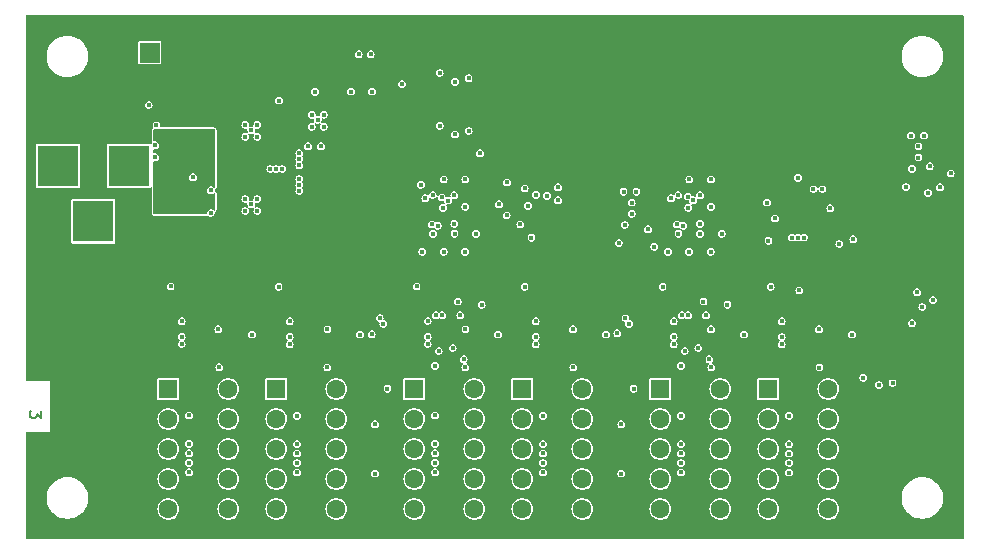
<source format=gbr>
G04 #@! TF.GenerationSoftware,KiCad,Pcbnew,7.0.9*
G04 #@! TF.CreationDate,2024-02-03T10:08:10-06:00*
G04 #@! TF.ProjectId,Stopwatch,53746f70-7761-4746-9368-2e6b69636164,rev?*
G04 #@! TF.SameCoordinates,Original*
G04 #@! TF.FileFunction,Copper,L3,Inr*
G04 #@! TF.FilePolarity,Positive*
%FSLAX46Y46*%
G04 Gerber Fmt 4.6, Leading zero omitted, Abs format (unit mm)*
G04 Created by KiCad (PCBNEW 7.0.9) date 2024-02-03 10:08:10*
%MOMM*%
%LPD*%
G01*
G04 APERTURE LIST*
%ADD10C,0.150000*%
G04 #@! TA.AperFunction,NonConductor*
%ADD11C,0.150000*%
G04 #@! TD*
G04 #@! TA.AperFunction,ComponentPad*
%ADD12R,1.700000X1.700000*%
G04 #@! TD*
G04 #@! TA.AperFunction,ComponentPad*
%ADD13R,1.600000X1.600000*%
G04 #@! TD*
G04 #@! TA.AperFunction,ComponentPad*
%ADD14C,1.600000*%
G04 #@! TD*
G04 #@! TA.AperFunction,ComponentPad*
%ADD15R,3.500000X3.500000*%
G04 #@! TD*
G04 #@! TA.AperFunction,ViaPad*
%ADD16C,0.400000*%
G04 #@! TD*
G04 APERTURE END LIST*
D10*
D11*
X87109180Y-115024141D02*
X87109180Y-115643188D01*
X87109180Y-115643188D02*
X86728228Y-115309855D01*
X86728228Y-115309855D02*
X86728228Y-115452712D01*
X86728228Y-115452712D02*
X86680609Y-115547950D01*
X86680609Y-115547950D02*
X86632990Y-115595569D01*
X86632990Y-115595569D02*
X86537752Y-115643188D01*
X86537752Y-115643188D02*
X86299657Y-115643188D01*
X86299657Y-115643188D02*
X86204419Y-115595569D01*
X86204419Y-115595569D02*
X86156800Y-115547950D01*
X86156800Y-115547950D02*
X86109180Y-115452712D01*
X86109180Y-115452712D02*
X86109180Y-115166998D01*
X86109180Y-115166998D02*
X86156800Y-115071760D01*
X86156800Y-115071760D02*
X86204419Y-115024141D01*
D12*
X96269800Y-84705000D03*
D13*
X118681400Y-113192800D03*
D14*
X118681400Y-115732800D03*
X118681400Y-118272800D03*
X118681400Y-120812800D03*
X118681400Y-123352800D03*
X123761400Y-123352800D03*
X123761400Y-120812800D03*
X123761400Y-118272800D03*
X123761400Y-115732800D03*
X123761400Y-113192800D03*
D15*
X94498000Y-94306200D03*
X88498000Y-94306200D03*
X91498000Y-99006200D03*
D13*
X127825400Y-113192800D03*
D14*
X127825400Y-115732800D03*
X127825400Y-118272800D03*
X127825400Y-120812800D03*
X127825400Y-123352800D03*
X132905400Y-123352800D03*
X132905400Y-120812800D03*
X132905400Y-118272800D03*
X132905400Y-115732800D03*
X132905400Y-113192800D03*
D13*
X97853400Y-113192800D03*
D14*
X97853400Y-115732800D03*
X97853400Y-118272800D03*
X97853400Y-120812800D03*
X97853400Y-123352800D03*
X102933400Y-123352800D03*
X102933400Y-120812800D03*
X102933400Y-118272800D03*
X102933400Y-115732800D03*
X102933400Y-113192800D03*
D13*
X148653400Y-113192800D03*
D14*
X148653400Y-115732800D03*
X148653400Y-118272800D03*
X148653400Y-120812800D03*
X148653400Y-123352800D03*
X153733400Y-123352800D03*
X153733400Y-120812800D03*
X153733400Y-118272800D03*
X153733400Y-115732800D03*
X153733400Y-113192800D03*
D13*
X139509400Y-113192800D03*
D14*
X139509400Y-115732800D03*
X139509400Y-118272800D03*
X139509400Y-120812800D03*
X139509400Y-123352800D03*
X144589400Y-123352800D03*
X144589400Y-120812800D03*
X144589400Y-118272800D03*
X144589400Y-115732800D03*
X144589400Y-113192800D03*
D13*
X106997400Y-113192800D03*
D14*
X106997400Y-115732800D03*
X106997400Y-118272800D03*
X106997400Y-120812800D03*
X106997400Y-123352800D03*
X112077400Y-123352800D03*
X112077400Y-120812800D03*
X112077400Y-118272800D03*
X112077400Y-115732800D03*
X112077400Y-113192800D03*
D16*
X96850200Y-90855800D03*
X104876600Y-97561400D03*
X110769400Y-92633800D03*
X146608800Y-108581300D03*
X120142000Y-99263200D03*
X109993400Y-90982800D03*
X98039610Y-104513000D03*
X108940600Y-93726000D03*
X150647400Y-100376800D03*
X162610800Y-105664000D03*
X120243600Y-96774000D03*
X121158000Y-101574600D03*
X142863411Y-96783510D03*
X152984200Y-111379000D03*
X148539200Y-97409000D03*
X155854400Y-100507800D03*
X102179810Y-111345600D03*
X111323810Y-111371000D03*
X114092410Y-108581300D03*
X153898600Y-97891600D03*
X151663400Y-100376800D03*
X126502000Y-98497200D03*
X142865000Y-99212400D03*
X104368600Y-98124200D03*
X114985800Y-84861400D03*
X118867610Y-104513000D03*
X108940600Y-95910400D03*
X161366200Y-92659200D03*
X96189800Y-89154000D03*
X139695610Y-104538400D03*
X107238800Y-88773000D03*
X162306000Y-94335600D03*
X160324800Y-96088200D03*
X108940600Y-94244000D03*
X156692600Y-112242600D03*
X117652800Y-87376000D03*
X108940600Y-93228000D03*
X108940600Y-96428400D03*
X137239900Y-113182400D03*
X110261400Y-88036400D03*
X120827800Y-90906600D03*
X122986800Y-101574600D03*
X110501400Y-90420000D03*
X148666200Y-100634800D03*
X151282400Y-104851200D03*
X125776410Y-108581300D03*
X105384600Y-97108200D03*
X143835810Y-111371000D03*
X123007810Y-111345600D03*
X105384600Y-98124200D03*
X120819900Y-86440200D03*
X122072400Y-99212400D03*
X119354600Y-101574600D03*
X104948410Y-108581300D03*
X127660400Y-99263200D03*
X99949000Y-95275400D03*
X129921000Y-96824800D03*
X116408200Y-113182400D03*
X154660600Y-100914200D03*
X106984800Y-94564200D03*
X140934600Y-99263200D03*
X163195000Y-96113600D03*
X128295400Y-97688400D03*
X128011610Y-104538400D03*
X138480800Y-99669600D03*
X107183610Y-104538400D03*
X101447600Y-98298000D03*
X104368600Y-97108200D03*
X126517400Y-95707200D03*
X151165400Y-100376800D03*
X141036200Y-96774000D03*
X106486800Y-94564200D03*
X161696400Y-106248200D03*
X148844000Y-104546400D03*
X122070811Y-96783510D03*
X107502800Y-94564200D03*
X109993400Y-89966800D03*
X155748410Y-108581300D03*
X111009400Y-90982800D03*
X140147200Y-101574600D03*
X143779400Y-101574600D03*
X135991600Y-100838000D03*
X108940600Y-95412400D03*
X141950600Y-101574600D03*
X164084000Y-94945200D03*
X137083800Y-97409000D03*
X111009400Y-89966800D03*
X134920410Y-108581300D03*
X132151810Y-111371000D03*
X104368600Y-90834400D03*
X104876600Y-91287600D03*
X104368600Y-91850400D03*
X105384600Y-91850400D03*
X105384600Y-90834400D03*
X99339400Y-95275400D03*
X98602800Y-97383902D03*
X98831400Y-91973400D03*
X100863400Y-92989400D03*
X100355400Y-92481400D03*
X99847400Y-91973400D03*
X99847400Y-92989400D03*
X100507800Y-97383902D03*
X100863400Y-91973400D03*
X99568000Y-97383902D03*
X99339400Y-92481400D03*
X98831400Y-92989400D03*
X130845400Y-96118400D03*
X130845400Y-97218400D03*
X136391400Y-96490600D03*
X137491400Y-96490600D03*
X160724600Y-91740800D03*
X161824600Y-91740800D03*
X128026000Y-96218400D03*
X136491400Y-99310000D03*
X160824600Y-94560200D03*
X112293400Y-93726000D03*
X135259500Y-113181600D03*
X140147200Y-99542600D03*
X122072400Y-94869000D03*
X112293400Y-95910400D03*
X116001800Y-115163600D03*
X121412000Y-90271600D03*
X136834300Y-121360400D03*
X120243600Y-97307400D03*
X142865000Y-94869000D03*
X122674100Y-86440200D03*
X122682000Y-90906600D03*
X148844000Y-105638600D03*
X114427000Y-113182400D03*
X155854400Y-101574600D03*
X126493679Y-97557220D03*
X141036200Y-94869000D03*
X137896600Y-100711000D03*
X111074200Y-85902800D03*
X120243600Y-94869000D03*
X112293400Y-96428400D03*
X154660600Y-99822000D03*
X139695610Y-105630600D03*
X98039610Y-105605200D03*
X142915800Y-97307400D03*
X118867610Y-105605200D03*
X121158000Y-99542600D03*
X162179000Y-96037400D03*
X157302200Y-111607600D03*
X119532400Y-86436200D03*
X119354600Y-99542600D03*
X111785400Y-93726000D03*
X112115600Y-85902800D03*
X153619200Y-104851200D03*
X112293400Y-94244000D03*
X112293400Y-93228000D03*
X111785400Y-94244000D03*
X107183610Y-105630600D03*
X141950600Y-99542600D03*
X110236000Y-92659200D03*
X163576000Y-95571702D03*
X127057376Y-98654360D03*
X121404100Y-85805200D03*
X161696400Y-108153200D03*
X141036200Y-97307400D03*
X111785400Y-95412400D03*
X111785400Y-95910400D03*
X122123200Y-97307400D03*
X159334200Y-92659200D03*
X112293400Y-95412400D03*
X115798600Y-112471200D03*
X135051800Y-97409000D03*
X111785400Y-96428400D03*
X158563435Y-112150499D03*
X128011610Y-105630600D03*
X143779400Y-99542600D03*
X136834300Y-115162800D03*
X116001800Y-121361200D03*
X129921000Y-94792800D03*
X136631100Y-112470400D03*
X111785400Y-93228000D03*
X122986800Y-99542600D03*
X123269700Y-86886200D03*
X136199100Y-116172400D03*
X136199100Y-120352400D03*
X123277600Y-91352600D03*
X159166400Y-112688600D03*
X115366600Y-116173200D03*
X115366600Y-120353200D03*
X101447600Y-96367600D03*
X115112800Y-88011000D03*
X124231400Y-93243400D03*
X151155400Y-95300800D03*
X153238200Y-96266000D03*
X108127800Y-107467400D03*
X141833600Y-96901000D03*
X128600200Y-100380800D03*
X139008650Y-101142800D03*
X98983800Y-107467400D03*
X120986000Y-96977200D03*
X119237650Y-95910400D03*
X152476200Y-96266000D03*
X149225000Y-98755200D03*
X113334800Y-88011000D03*
X109677200Y-92633800D03*
X113969800Y-84861400D03*
X160817400Y-107617400D03*
X96723200Y-92557600D03*
X96723200Y-93573600D03*
X161239200Y-105003600D03*
X122115300Y-87176800D03*
X122123200Y-91643200D03*
X158013400Y-112852200D03*
X128981200Y-96748600D03*
X137083800Y-98348800D03*
X161366200Y-93599000D03*
X125857000Y-97561400D03*
X162179000Y-96596200D03*
X149783800Y-107467400D03*
X140639800Y-107467400D03*
X143789400Y-95456400D03*
X119811800Y-107442000D03*
X122996800Y-95456400D03*
X128955800Y-107467400D03*
X132130800Y-108127800D03*
X123012200Y-108127800D03*
X111328200Y-108127800D03*
X152958800Y-108127800D03*
X115062000Y-108559600D03*
X135864600Y-108483400D03*
X102082600Y-108127800D03*
X143814800Y-108127800D03*
X141046200Y-100046600D03*
X141450878Y-99366456D03*
X142875000Y-100046600D03*
X144703800Y-100046600D03*
X141888100Y-97840300D03*
X140401200Y-97053400D03*
X142285800Y-97210800D03*
X143789400Y-97767800D03*
X141960600Y-95456400D03*
X120253600Y-100046600D03*
X120658278Y-99366456D03*
X122082400Y-100046600D03*
X123911200Y-100046600D03*
X119608600Y-97053400D03*
X121095500Y-97840300D03*
X121526300Y-97243900D03*
X122996800Y-97767800D03*
X121168000Y-95456400D03*
X150420600Y-115463200D03*
X149783800Y-109423200D03*
X149783800Y-108788200D03*
X150420600Y-117863200D03*
X150420600Y-118663200D03*
X150420600Y-119463200D03*
X150418800Y-120269000D03*
X141272210Y-115455200D03*
X141868800Y-106959400D03*
X141563310Y-109982000D03*
X141256610Y-111220400D03*
X140635410Y-109415200D03*
X136560200Y-107188000D03*
X141310000Y-106959400D03*
X140635410Y-108780200D03*
X136865000Y-107674300D03*
X141272210Y-117855200D03*
X143164200Y-105791000D03*
X141272210Y-118655200D03*
X141272210Y-119455200D03*
X143392800Y-106959400D03*
X145196200Y-106070400D03*
X141270410Y-120261000D03*
X142732400Y-109728000D03*
X143668410Y-110684600D03*
X129588210Y-115455200D03*
X128951410Y-109415200D03*
X128951410Y-108780200D03*
X129588210Y-117855200D03*
X129588210Y-118655200D03*
X129588210Y-119455200D03*
X129586410Y-120261000D03*
X120444210Y-111220400D03*
X120444210Y-115429800D03*
X121056400Y-106959400D03*
X120750910Y-109982000D03*
X115747800Y-107188000D03*
X119807410Y-109389800D03*
X120497600Y-106959400D03*
X119807410Y-108754800D03*
X116052600Y-107674300D03*
X120444210Y-117829800D03*
X122351800Y-105791000D03*
X120444210Y-118629800D03*
X120444210Y-119429800D03*
X122580400Y-106959400D03*
X122856010Y-110684600D03*
X121920000Y-109728000D03*
X124383800Y-106070400D03*
X120442410Y-120235600D03*
X108760210Y-115455200D03*
X108123410Y-109415200D03*
X108123410Y-108780200D03*
X108760210Y-117855200D03*
X108760210Y-118655200D03*
X108760210Y-119455200D03*
X108758410Y-120261000D03*
X99616210Y-115429800D03*
X98979410Y-109389800D03*
X98979410Y-108754800D03*
X99616210Y-117829800D03*
X99616210Y-118629800D03*
X99616210Y-119429800D03*
X99614410Y-120235600D03*
G04 #@! TA.AperFunction,Conductor*
G36*
X101784894Y-91204306D02*
G01*
X101803200Y-91248500D01*
X101803200Y-96101821D01*
X101786161Y-96144711D01*
X101744334Y-96164215D01*
X101700526Y-96149699D01*
X101614891Y-96077842D01*
X101505700Y-96038100D01*
X101389500Y-96038100D01*
X101280308Y-96077842D01*
X101191294Y-96152535D01*
X101133194Y-96253165D01*
X101113016Y-96367599D01*
X101133194Y-96482034D01*
X101191294Y-96582665D01*
X101191295Y-96582666D01*
X101280308Y-96657357D01*
X101389500Y-96697100D01*
X101505700Y-96697100D01*
X101614892Y-96657357D01*
X101700526Y-96585500D01*
X101744334Y-96570985D01*
X101786161Y-96590489D01*
X101803200Y-96633379D01*
X101803200Y-98032221D01*
X101786161Y-98075111D01*
X101744334Y-98094615D01*
X101700526Y-98080099D01*
X101614891Y-98008242D01*
X101505700Y-97968500D01*
X101389500Y-97968500D01*
X101280308Y-98008242D01*
X101191294Y-98082935D01*
X101133194Y-98183565D01*
X101113016Y-98297998D01*
X101117998Y-98326246D01*
X101113837Y-98361854D01*
X101090793Y-98389318D01*
X101056448Y-98399600D01*
X96658700Y-98399600D01*
X96614506Y-98381294D01*
X96596200Y-98337100D01*
X96596200Y-95275400D01*
X99614416Y-95275400D01*
X99634594Y-95389834D01*
X99692694Y-95490465D01*
X99692695Y-95490466D01*
X99781708Y-95565157D01*
X99890900Y-95604900D01*
X100007100Y-95604900D01*
X100116292Y-95565157D01*
X100205305Y-95490466D01*
X100263405Y-95389834D01*
X100283583Y-95275400D01*
X100263405Y-95160966D01*
X100263405Y-95160965D01*
X100205305Y-95060334D01*
X100116291Y-94985642D01*
X100007100Y-94945900D01*
X99890900Y-94945900D01*
X99781708Y-94985642D01*
X99692694Y-95060335D01*
X99634594Y-95160965D01*
X99614416Y-95275400D01*
X96596200Y-95275400D01*
X96596200Y-93965600D01*
X96614506Y-93921406D01*
X96658700Y-93903100D01*
X96781300Y-93903100D01*
X96890492Y-93863357D01*
X96979505Y-93788666D01*
X97037605Y-93688034D01*
X97057783Y-93573600D01*
X97037605Y-93459166D01*
X97037605Y-93459165D01*
X96979505Y-93358534D01*
X96890491Y-93283842D01*
X96781300Y-93244100D01*
X96665100Y-93244100D01*
X96658700Y-93244100D01*
X96614506Y-93225794D01*
X96596200Y-93181600D01*
X96596200Y-92949600D01*
X96614506Y-92905406D01*
X96658700Y-92887100D01*
X96781300Y-92887100D01*
X96890492Y-92847357D01*
X96979505Y-92772666D01*
X97037605Y-92672034D01*
X97057783Y-92557600D01*
X97037605Y-92443166D01*
X97037605Y-92443165D01*
X96979505Y-92342534D01*
X96890491Y-92267842D01*
X96781300Y-92228100D01*
X96665100Y-92228100D01*
X96658700Y-92228100D01*
X96614506Y-92209794D01*
X96596200Y-92165600D01*
X96596200Y-91248500D01*
X96614506Y-91204306D01*
X96658700Y-91186000D01*
X101740700Y-91186000D01*
X101784894Y-91204306D01*
G37*
G04 #@! TD.AperFunction*
G04 #@! TA.AperFunction,Conductor*
G36*
X165177594Y-81548006D02*
G01*
X165195900Y-81592200D01*
X165195900Y-125866200D01*
X165177594Y-125910394D01*
X165133400Y-125928700D01*
X85859400Y-125928700D01*
X85815206Y-125910394D01*
X85796900Y-125866200D01*
X85796900Y-122550682D01*
X87551900Y-122550682D01*
X87591092Y-122810711D01*
X87668601Y-123061988D01*
X87782697Y-123298909D01*
X87930827Y-123516176D01*
X87930830Y-123516180D01*
X88109690Y-123708946D01*
X88109693Y-123708949D01*
X88315278Y-123872898D01*
X88315282Y-123872900D01*
X88315283Y-123872901D01*
X88543016Y-124004383D01*
X88787802Y-124100454D01*
X88787805Y-124100455D01*
X89044172Y-124158969D01*
X89240743Y-124173700D01*
X89240746Y-124173700D01*
X89372054Y-124173700D01*
X89372057Y-124173700D01*
X89519484Y-124162651D01*
X89568628Y-124158969D01*
X89824998Y-124100454D01*
X90069784Y-124004383D01*
X90297517Y-123872901D01*
X90503110Y-123708946D01*
X90681970Y-123516180D01*
X90793361Y-123352799D01*
X96920791Y-123352799D01*
X96941171Y-123546702D01*
X96993887Y-123708946D01*
X97001419Y-123732126D01*
X97081897Y-123871518D01*
X97098904Y-123900976D01*
X97229362Y-124045863D01*
X97385038Y-124158969D01*
X97387095Y-124160463D01*
X97565208Y-124239764D01*
X97755916Y-124280300D01*
X97950884Y-124280300D01*
X98141592Y-124239764D01*
X98319705Y-124160463D01*
X98477437Y-124045864D01*
X98607897Y-123900974D01*
X98705381Y-123732126D01*
X98765629Y-123546700D01*
X98786009Y-123352800D01*
X98786009Y-123352799D01*
X102000791Y-123352799D01*
X102021171Y-123546702D01*
X102073887Y-123708946D01*
X102081419Y-123732126D01*
X102161897Y-123871518D01*
X102178904Y-123900976D01*
X102309362Y-124045863D01*
X102465038Y-124158969D01*
X102467095Y-124160463D01*
X102645208Y-124239764D01*
X102835916Y-124280300D01*
X103030884Y-124280300D01*
X103221592Y-124239764D01*
X103399705Y-124160463D01*
X103557437Y-124045864D01*
X103687897Y-123900974D01*
X103785381Y-123732126D01*
X103845629Y-123546700D01*
X103866009Y-123352800D01*
X103866009Y-123352799D01*
X106064791Y-123352799D01*
X106085171Y-123546702D01*
X106137887Y-123708946D01*
X106145419Y-123732126D01*
X106225897Y-123871518D01*
X106242904Y-123900976D01*
X106373362Y-124045863D01*
X106529038Y-124158969D01*
X106531095Y-124160463D01*
X106709208Y-124239764D01*
X106899916Y-124280300D01*
X107094884Y-124280300D01*
X107285592Y-124239764D01*
X107463705Y-124160463D01*
X107621437Y-124045864D01*
X107751897Y-123900974D01*
X107849381Y-123732126D01*
X107909629Y-123546700D01*
X107930009Y-123352800D01*
X107930009Y-123352799D01*
X111144791Y-123352799D01*
X111165171Y-123546702D01*
X111217887Y-123708946D01*
X111225419Y-123732126D01*
X111305897Y-123871518D01*
X111322904Y-123900976D01*
X111453362Y-124045863D01*
X111609038Y-124158969D01*
X111611095Y-124160463D01*
X111789208Y-124239764D01*
X111979916Y-124280300D01*
X112174884Y-124280300D01*
X112365592Y-124239764D01*
X112543705Y-124160463D01*
X112701437Y-124045864D01*
X112831897Y-123900974D01*
X112929381Y-123732126D01*
X112989629Y-123546700D01*
X113010009Y-123352800D01*
X113010009Y-123352799D01*
X117748791Y-123352799D01*
X117769171Y-123546702D01*
X117821887Y-123708946D01*
X117829419Y-123732126D01*
X117909897Y-123871518D01*
X117926904Y-123900976D01*
X118057362Y-124045863D01*
X118213038Y-124158969D01*
X118215095Y-124160463D01*
X118393208Y-124239764D01*
X118583916Y-124280300D01*
X118778884Y-124280300D01*
X118969592Y-124239764D01*
X119147705Y-124160463D01*
X119305437Y-124045864D01*
X119435897Y-123900974D01*
X119533381Y-123732126D01*
X119593629Y-123546700D01*
X119614009Y-123352800D01*
X119614009Y-123352799D01*
X122828791Y-123352799D01*
X122849171Y-123546702D01*
X122901887Y-123708946D01*
X122909419Y-123732126D01*
X122989897Y-123871518D01*
X123006904Y-123900976D01*
X123137362Y-124045863D01*
X123293038Y-124158969D01*
X123295095Y-124160463D01*
X123473208Y-124239764D01*
X123663916Y-124280300D01*
X123858884Y-124280300D01*
X124049592Y-124239764D01*
X124227705Y-124160463D01*
X124385437Y-124045864D01*
X124515897Y-123900974D01*
X124613381Y-123732126D01*
X124673629Y-123546700D01*
X124694009Y-123352800D01*
X124694009Y-123352799D01*
X126892791Y-123352799D01*
X126913171Y-123546702D01*
X126965887Y-123708946D01*
X126973419Y-123732126D01*
X127053897Y-123871518D01*
X127070904Y-123900976D01*
X127201362Y-124045863D01*
X127357038Y-124158969D01*
X127359095Y-124160463D01*
X127537208Y-124239764D01*
X127727916Y-124280300D01*
X127922884Y-124280300D01*
X128113592Y-124239764D01*
X128291705Y-124160463D01*
X128449437Y-124045864D01*
X128579897Y-123900974D01*
X128677381Y-123732126D01*
X128737629Y-123546700D01*
X128758009Y-123352800D01*
X128758009Y-123352799D01*
X131972791Y-123352799D01*
X131993171Y-123546702D01*
X132045887Y-123708946D01*
X132053419Y-123732126D01*
X132133897Y-123871518D01*
X132150904Y-123900976D01*
X132281362Y-124045863D01*
X132437038Y-124158969D01*
X132439095Y-124160463D01*
X132617208Y-124239764D01*
X132807916Y-124280300D01*
X133002884Y-124280300D01*
X133193592Y-124239764D01*
X133371705Y-124160463D01*
X133529437Y-124045864D01*
X133659897Y-123900974D01*
X133757381Y-123732126D01*
X133817629Y-123546700D01*
X133838009Y-123352800D01*
X133838009Y-123352799D01*
X138576791Y-123352799D01*
X138597171Y-123546702D01*
X138649887Y-123708946D01*
X138657419Y-123732126D01*
X138737897Y-123871518D01*
X138754904Y-123900976D01*
X138885362Y-124045863D01*
X139041038Y-124158969D01*
X139043095Y-124160463D01*
X139221208Y-124239764D01*
X139411916Y-124280300D01*
X139606884Y-124280300D01*
X139797592Y-124239764D01*
X139975705Y-124160463D01*
X140133437Y-124045864D01*
X140263897Y-123900974D01*
X140361381Y-123732126D01*
X140421629Y-123546700D01*
X140442009Y-123352800D01*
X140442009Y-123352799D01*
X143656791Y-123352799D01*
X143677171Y-123546702D01*
X143729887Y-123708946D01*
X143737419Y-123732126D01*
X143817897Y-123871518D01*
X143834904Y-123900976D01*
X143965362Y-124045863D01*
X144121038Y-124158969D01*
X144123095Y-124160463D01*
X144301208Y-124239764D01*
X144491916Y-124280300D01*
X144686884Y-124280300D01*
X144877592Y-124239764D01*
X145055705Y-124160463D01*
X145213437Y-124045864D01*
X145343897Y-123900974D01*
X145441381Y-123732126D01*
X145501629Y-123546700D01*
X145522009Y-123352800D01*
X145522009Y-123352799D01*
X147720791Y-123352799D01*
X147741171Y-123546702D01*
X147793887Y-123708946D01*
X147801419Y-123732126D01*
X147881897Y-123871518D01*
X147898904Y-123900976D01*
X148029362Y-124045863D01*
X148185038Y-124158969D01*
X148187095Y-124160463D01*
X148365208Y-124239764D01*
X148555916Y-124280300D01*
X148750884Y-124280300D01*
X148941592Y-124239764D01*
X149119705Y-124160463D01*
X149277437Y-124045864D01*
X149407897Y-123900974D01*
X149505381Y-123732126D01*
X149565629Y-123546700D01*
X149586009Y-123352800D01*
X149586009Y-123352799D01*
X152800791Y-123352799D01*
X152821171Y-123546702D01*
X152873887Y-123708946D01*
X152881419Y-123732126D01*
X152961897Y-123871518D01*
X152978904Y-123900976D01*
X153109362Y-124045863D01*
X153265038Y-124158969D01*
X153267095Y-124160463D01*
X153445208Y-124239764D01*
X153635916Y-124280300D01*
X153830884Y-124280300D01*
X154021592Y-124239764D01*
X154199705Y-124160463D01*
X154357437Y-124045864D01*
X154487897Y-123900974D01*
X154585381Y-123732126D01*
X154645629Y-123546700D01*
X154666009Y-123352800D01*
X154645629Y-123158900D01*
X154585381Y-122973474D01*
X154487897Y-122804626D01*
X154487896Y-122804625D01*
X154487895Y-122804623D01*
X154357437Y-122659736D01*
X154207338Y-122550682D01*
X159931900Y-122550682D01*
X159971092Y-122810711D01*
X160048601Y-123061988D01*
X160162697Y-123298909D01*
X160310827Y-123516176D01*
X160310830Y-123516180D01*
X160489690Y-123708946D01*
X160489693Y-123708949D01*
X160695278Y-123872898D01*
X160695282Y-123872900D01*
X160695283Y-123872901D01*
X160923016Y-124004383D01*
X161167802Y-124100454D01*
X161167805Y-124100455D01*
X161424172Y-124158969D01*
X161620743Y-124173700D01*
X161620746Y-124173700D01*
X161752054Y-124173700D01*
X161752057Y-124173700D01*
X161899484Y-124162651D01*
X161948628Y-124158969D01*
X162204998Y-124100454D01*
X162449784Y-124004383D01*
X162677517Y-123872901D01*
X162883110Y-123708946D01*
X163061970Y-123516180D01*
X163210102Y-123298910D01*
X163324198Y-123061988D01*
X163401708Y-122810708D01*
X163440900Y-122550682D01*
X163440900Y-122287718D01*
X163401708Y-122027692D01*
X163324198Y-121776412D01*
X163306807Y-121740300D01*
X163210102Y-121539490D01*
X163061972Y-121322223D01*
X163061970Y-121322220D01*
X162883110Y-121129454D01*
X162883108Y-121129453D01*
X162883106Y-121129450D01*
X162677521Y-120965501D01*
X162623707Y-120934432D01*
X162449784Y-120834017D01*
X162278616Y-120766839D01*
X162204994Y-120737944D01*
X161948627Y-120679430D01*
X161752057Y-120664700D01*
X161752054Y-120664700D01*
X161620746Y-120664700D01*
X161620743Y-120664700D01*
X161424172Y-120679430D01*
X161167805Y-120737944D01*
X161027004Y-120793204D01*
X160923016Y-120834017D01*
X160849506Y-120876457D01*
X160695278Y-120965501D01*
X160489693Y-121129450D01*
X160310827Y-121322223D01*
X160162697Y-121539490D01*
X160048601Y-121776411D01*
X159971092Y-122027688D01*
X159931900Y-122287718D01*
X159931900Y-122550682D01*
X154207338Y-122550682D01*
X154199707Y-122545138D01*
X154199703Y-122545136D01*
X154021592Y-122465836D01*
X154021590Y-122465835D01*
X154021589Y-122465835D01*
X153830884Y-122425300D01*
X153635916Y-122425300D01*
X153445210Y-122465835D01*
X153267097Y-122545136D01*
X153259464Y-122550682D01*
X153109363Y-122659736D01*
X153109360Y-122659738D01*
X153109360Y-122659739D01*
X152978904Y-122804623D01*
X152881418Y-122973476D01*
X152821171Y-123158897D01*
X152800791Y-123352799D01*
X149586009Y-123352799D01*
X149565629Y-123158900D01*
X149505381Y-122973474D01*
X149407897Y-122804626D01*
X149407896Y-122804625D01*
X149407895Y-122804623D01*
X149277437Y-122659736D01*
X149119707Y-122545138D01*
X149119703Y-122545136D01*
X148941592Y-122465836D01*
X148941590Y-122465835D01*
X148941589Y-122465835D01*
X148750884Y-122425300D01*
X148555916Y-122425300D01*
X148365210Y-122465835D01*
X148187097Y-122545136D01*
X148179464Y-122550682D01*
X148029363Y-122659736D01*
X148029360Y-122659738D01*
X148029360Y-122659739D01*
X147898904Y-122804623D01*
X147801418Y-122973476D01*
X147741171Y-123158897D01*
X147720791Y-123352799D01*
X145522009Y-123352799D01*
X145501629Y-123158900D01*
X145441381Y-122973474D01*
X145343897Y-122804626D01*
X145343896Y-122804625D01*
X145343895Y-122804623D01*
X145213437Y-122659736D01*
X145055707Y-122545138D01*
X145055703Y-122545136D01*
X144877592Y-122465836D01*
X144877590Y-122465835D01*
X144877589Y-122465835D01*
X144686884Y-122425300D01*
X144491916Y-122425300D01*
X144301210Y-122465835D01*
X144123097Y-122545136D01*
X144115464Y-122550682D01*
X143965363Y-122659736D01*
X143965360Y-122659738D01*
X143965360Y-122659739D01*
X143834904Y-122804623D01*
X143737418Y-122973476D01*
X143677171Y-123158897D01*
X143656791Y-123352799D01*
X140442009Y-123352799D01*
X140421629Y-123158900D01*
X140361381Y-122973474D01*
X140263897Y-122804626D01*
X140263896Y-122804625D01*
X140263895Y-122804623D01*
X140133437Y-122659736D01*
X139975707Y-122545138D01*
X139975703Y-122545136D01*
X139797592Y-122465836D01*
X139797590Y-122465835D01*
X139797589Y-122465835D01*
X139606884Y-122425300D01*
X139411916Y-122425300D01*
X139221210Y-122465835D01*
X139043097Y-122545136D01*
X139035464Y-122550682D01*
X138885363Y-122659736D01*
X138885360Y-122659738D01*
X138885360Y-122659739D01*
X138754904Y-122804623D01*
X138657418Y-122973476D01*
X138597171Y-123158897D01*
X138576791Y-123352799D01*
X133838009Y-123352799D01*
X133817629Y-123158900D01*
X133757381Y-122973474D01*
X133659897Y-122804626D01*
X133659896Y-122804625D01*
X133659895Y-122804623D01*
X133529437Y-122659736D01*
X133371707Y-122545138D01*
X133371703Y-122545136D01*
X133193592Y-122465836D01*
X133193590Y-122465835D01*
X133193589Y-122465835D01*
X133002884Y-122425300D01*
X132807916Y-122425300D01*
X132617210Y-122465835D01*
X132439097Y-122545136D01*
X132431464Y-122550682D01*
X132281363Y-122659736D01*
X132281360Y-122659738D01*
X132281360Y-122659739D01*
X132150904Y-122804623D01*
X132053418Y-122973476D01*
X131993171Y-123158897D01*
X131972791Y-123352799D01*
X128758009Y-123352799D01*
X128737629Y-123158900D01*
X128677381Y-122973474D01*
X128579897Y-122804626D01*
X128579896Y-122804625D01*
X128579895Y-122804623D01*
X128449437Y-122659736D01*
X128291707Y-122545138D01*
X128291703Y-122545136D01*
X128113592Y-122465836D01*
X128113590Y-122465835D01*
X128113589Y-122465835D01*
X127922884Y-122425300D01*
X127727916Y-122425300D01*
X127537210Y-122465835D01*
X127359097Y-122545136D01*
X127351464Y-122550682D01*
X127201363Y-122659736D01*
X127201360Y-122659738D01*
X127201360Y-122659739D01*
X127070904Y-122804623D01*
X126973418Y-122973476D01*
X126913171Y-123158897D01*
X126892791Y-123352799D01*
X124694009Y-123352799D01*
X124673629Y-123158900D01*
X124613381Y-122973474D01*
X124515897Y-122804626D01*
X124515896Y-122804625D01*
X124515895Y-122804623D01*
X124385437Y-122659736D01*
X124227707Y-122545138D01*
X124227703Y-122545136D01*
X124049592Y-122465836D01*
X124049590Y-122465835D01*
X124049589Y-122465835D01*
X123858884Y-122425300D01*
X123663916Y-122425300D01*
X123473210Y-122465835D01*
X123295097Y-122545136D01*
X123287464Y-122550682D01*
X123137363Y-122659736D01*
X123137360Y-122659738D01*
X123137360Y-122659739D01*
X123006904Y-122804623D01*
X122909418Y-122973476D01*
X122849171Y-123158897D01*
X122828791Y-123352799D01*
X119614009Y-123352799D01*
X119593629Y-123158900D01*
X119533381Y-122973474D01*
X119435897Y-122804626D01*
X119435896Y-122804625D01*
X119435895Y-122804623D01*
X119305437Y-122659736D01*
X119147707Y-122545138D01*
X119147703Y-122545136D01*
X118969592Y-122465836D01*
X118969590Y-122465835D01*
X118969589Y-122465835D01*
X118778884Y-122425300D01*
X118583916Y-122425300D01*
X118393210Y-122465835D01*
X118215097Y-122545136D01*
X118207464Y-122550682D01*
X118057363Y-122659736D01*
X118057360Y-122659738D01*
X118057360Y-122659739D01*
X117926904Y-122804623D01*
X117829418Y-122973476D01*
X117769171Y-123158897D01*
X117748791Y-123352799D01*
X113010009Y-123352799D01*
X112989629Y-123158900D01*
X112929381Y-122973474D01*
X112831897Y-122804626D01*
X112831896Y-122804625D01*
X112831895Y-122804623D01*
X112701437Y-122659736D01*
X112543707Y-122545138D01*
X112543703Y-122545136D01*
X112365592Y-122465836D01*
X112365590Y-122465835D01*
X112365589Y-122465835D01*
X112174884Y-122425300D01*
X111979916Y-122425300D01*
X111789210Y-122465835D01*
X111611097Y-122545136D01*
X111603464Y-122550682D01*
X111453363Y-122659736D01*
X111453360Y-122659738D01*
X111453360Y-122659739D01*
X111322904Y-122804623D01*
X111225418Y-122973476D01*
X111165171Y-123158897D01*
X111144791Y-123352799D01*
X107930009Y-123352799D01*
X107909629Y-123158900D01*
X107849381Y-122973474D01*
X107751897Y-122804626D01*
X107751896Y-122804625D01*
X107751895Y-122804623D01*
X107621437Y-122659736D01*
X107463707Y-122545138D01*
X107463703Y-122545136D01*
X107285592Y-122465836D01*
X107285590Y-122465835D01*
X107285589Y-122465835D01*
X107094884Y-122425300D01*
X106899916Y-122425300D01*
X106709210Y-122465835D01*
X106531097Y-122545136D01*
X106523464Y-122550682D01*
X106373363Y-122659736D01*
X106373360Y-122659738D01*
X106373360Y-122659739D01*
X106242904Y-122804623D01*
X106145418Y-122973476D01*
X106085171Y-123158897D01*
X106064791Y-123352799D01*
X103866009Y-123352799D01*
X103845629Y-123158900D01*
X103785381Y-122973474D01*
X103687897Y-122804626D01*
X103687896Y-122804625D01*
X103687895Y-122804623D01*
X103557437Y-122659736D01*
X103399707Y-122545138D01*
X103399703Y-122545136D01*
X103221592Y-122465836D01*
X103221590Y-122465835D01*
X103221589Y-122465835D01*
X103030884Y-122425300D01*
X102835916Y-122425300D01*
X102645210Y-122465835D01*
X102467097Y-122545136D01*
X102459464Y-122550682D01*
X102309363Y-122659736D01*
X102309360Y-122659738D01*
X102309360Y-122659739D01*
X102178904Y-122804623D01*
X102081418Y-122973476D01*
X102021171Y-123158897D01*
X102000791Y-123352799D01*
X98786009Y-123352799D01*
X98765629Y-123158900D01*
X98705381Y-122973474D01*
X98607897Y-122804626D01*
X98607896Y-122804625D01*
X98607895Y-122804623D01*
X98477437Y-122659736D01*
X98319707Y-122545138D01*
X98319703Y-122545136D01*
X98141592Y-122465836D01*
X98141590Y-122465835D01*
X98141589Y-122465835D01*
X97950884Y-122425300D01*
X97755916Y-122425300D01*
X97565210Y-122465835D01*
X97387097Y-122545136D01*
X97379464Y-122550682D01*
X97229363Y-122659736D01*
X97229360Y-122659738D01*
X97229360Y-122659739D01*
X97098904Y-122804623D01*
X97001418Y-122973476D01*
X96941171Y-123158897D01*
X96920791Y-123352799D01*
X90793361Y-123352799D01*
X90830102Y-123298910D01*
X90944198Y-123061988D01*
X91021708Y-122810708D01*
X91060900Y-122550682D01*
X91060900Y-122287718D01*
X91021708Y-122027692D01*
X90944198Y-121776412D01*
X90926807Y-121740300D01*
X90830102Y-121539490D01*
X90681972Y-121322223D01*
X90681970Y-121322220D01*
X90503110Y-121129454D01*
X90503108Y-121129453D01*
X90503106Y-121129450D01*
X90297521Y-120965501D01*
X90243707Y-120934432D01*
X90069784Y-120834017D01*
X90015724Y-120812800D01*
X96920791Y-120812800D01*
X96941171Y-121006702D01*
X96981056Y-121129454D01*
X97001419Y-121192126D01*
X97076530Y-121322223D01*
X97098904Y-121360976D01*
X97229362Y-121505863D01*
X97229363Y-121505864D01*
X97387095Y-121620463D01*
X97565208Y-121699764D01*
X97755916Y-121740300D01*
X97950884Y-121740300D01*
X98141592Y-121699764D01*
X98319705Y-121620463D01*
X98477437Y-121505864D01*
X98607897Y-121360974D01*
X98705381Y-121192126D01*
X98765629Y-121006700D01*
X98786009Y-120812800D01*
X102000791Y-120812800D01*
X102021171Y-121006702D01*
X102061056Y-121129454D01*
X102081419Y-121192126D01*
X102156530Y-121322223D01*
X102178904Y-121360976D01*
X102309362Y-121505863D01*
X102309363Y-121505864D01*
X102467095Y-121620463D01*
X102645208Y-121699764D01*
X102835916Y-121740300D01*
X103030884Y-121740300D01*
X103221592Y-121699764D01*
X103399705Y-121620463D01*
X103557437Y-121505864D01*
X103687897Y-121360974D01*
X103785381Y-121192126D01*
X103845629Y-121006700D01*
X103866009Y-120812800D01*
X106064791Y-120812800D01*
X106085171Y-121006702D01*
X106125056Y-121129454D01*
X106145419Y-121192126D01*
X106220530Y-121322223D01*
X106242904Y-121360976D01*
X106373362Y-121505863D01*
X106373363Y-121505864D01*
X106531095Y-121620463D01*
X106709208Y-121699764D01*
X106899916Y-121740300D01*
X107094884Y-121740300D01*
X107285592Y-121699764D01*
X107463705Y-121620463D01*
X107621437Y-121505864D01*
X107751897Y-121360974D01*
X107849381Y-121192126D01*
X107909629Y-121006700D01*
X107930009Y-120812800D01*
X111144791Y-120812800D01*
X111165171Y-121006702D01*
X111205056Y-121129454D01*
X111225419Y-121192126D01*
X111300530Y-121322223D01*
X111322904Y-121360976D01*
X111453362Y-121505863D01*
X111453363Y-121505864D01*
X111611095Y-121620463D01*
X111789208Y-121699764D01*
X111979916Y-121740300D01*
X112174884Y-121740300D01*
X112365592Y-121699764D01*
X112543705Y-121620463D01*
X112701437Y-121505864D01*
X112831897Y-121360974D01*
X112929381Y-121192126D01*
X112989629Y-121006700D01*
X113010009Y-120812800D01*
X117748791Y-120812800D01*
X117769171Y-121006702D01*
X117809056Y-121129454D01*
X117829419Y-121192126D01*
X117904530Y-121322223D01*
X117926904Y-121360976D01*
X118057362Y-121505863D01*
X118057363Y-121505864D01*
X118215095Y-121620463D01*
X118393208Y-121699764D01*
X118583916Y-121740300D01*
X118778884Y-121740300D01*
X118969592Y-121699764D01*
X119147705Y-121620463D01*
X119305437Y-121505864D01*
X119435897Y-121360974D01*
X119533381Y-121192126D01*
X119593629Y-121006700D01*
X119614009Y-120812800D01*
X119614009Y-120812799D01*
X122828791Y-120812799D01*
X122849171Y-121006702D01*
X122889056Y-121129454D01*
X122909419Y-121192126D01*
X122984530Y-121322223D01*
X123006904Y-121360976D01*
X123137362Y-121505863D01*
X123137363Y-121505864D01*
X123295095Y-121620463D01*
X123473208Y-121699764D01*
X123663916Y-121740300D01*
X123858884Y-121740300D01*
X124049592Y-121699764D01*
X124227705Y-121620463D01*
X124385437Y-121505864D01*
X124515897Y-121360974D01*
X124613381Y-121192126D01*
X124673629Y-121006700D01*
X124694009Y-120812800D01*
X124694009Y-120812799D01*
X126892791Y-120812799D01*
X126913171Y-121006702D01*
X126953056Y-121129454D01*
X126973419Y-121192126D01*
X127048530Y-121322223D01*
X127070904Y-121360976D01*
X127201362Y-121505863D01*
X127201363Y-121505864D01*
X127359095Y-121620463D01*
X127537208Y-121699764D01*
X127727916Y-121740300D01*
X127922884Y-121740300D01*
X128113592Y-121699764D01*
X128291705Y-121620463D01*
X128449437Y-121505864D01*
X128579897Y-121360974D01*
X128677381Y-121192126D01*
X128737629Y-121006700D01*
X128758009Y-120812800D01*
X128758009Y-120812799D01*
X131972791Y-120812799D01*
X131993171Y-121006702D01*
X132033056Y-121129454D01*
X132053419Y-121192126D01*
X132128530Y-121322223D01*
X132150904Y-121360976D01*
X132281362Y-121505863D01*
X132281363Y-121505864D01*
X132439095Y-121620463D01*
X132617208Y-121699764D01*
X132807916Y-121740300D01*
X133002884Y-121740300D01*
X133193592Y-121699764D01*
X133371705Y-121620463D01*
X133529437Y-121505864D01*
X133659897Y-121360974D01*
X133757381Y-121192126D01*
X133817629Y-121006700D01*
X133838009Y-120812800D01*
X133838009Y-120812799D01*
X138576791Y-120812799D01*
X138597171Y-121006702D01*
X138637056Y-121129454D01*
X138657419Y-121192126D01*
X138732530Y-121322223D01*
X138754904Y-121360976D01*
X138885362Y-121505863D01*
X138885363Y-121505864D01*
X139043095Y-121620463D01*
X139221208Y-121699764D01*
X139411916Y-121740300D01*
X139606884Y-121740300D01*
X139797592Y-121699764D01*
X139975705Y-121620463D01*
X140133437Y-121505864D01*
X140263897Y-121360974D01*
X140361381Y-121192126D01*
X140421629Y-121006700D01*
X140442009Y-120812800D01*
X140442009Y-120812799D01*
X143656791Y-120812799D01*
X143677171Y-121006702D01*
X143717056Y-121129454D01*
X143737419Y-121192126D01*
X143812530Y-121322223D01*
X143834904Y-121360976D01*
X143965362Y-121505863D01*
X143965363Y-121505864D01*
X144123095Y-121620463D01*
X144301208Y-121699764D01*
X144491916Y-121740300D01*
X144686884Y-121740300D01*
X144877592Y-121699764D01*
X145055705Y-121620463D01*
X145213437Y-121505864D01*
X145343897Y-121360974D01*
X145441381Y-121192126D01*
X145501629Y-121006700D01*
X145522009Y-120812800D01*
X147720791Y-120812800D01*
X147741171Y-121006702D01*
X147781056Y-121129454D01*
X147801419Y-121192126D01*
X147876530Y-121322223D01*
X147898904Y-121360976D01*
X148029362Y-121505863D01*
X148029363Y-121505864D01*
X148187095Y-121620463D01*
X148365208Y-121699764D01*
X148555916Y-121740300D01*
X148750884Y-121740300D01*
X148941592Y-121699764D01*
X149119705Y-121620463D01*
X149277437Y-121505864D01*
X149407897Y-121360974D01*
X149505381Y-121192126D01*
X149565629Y-121006700D01*
X149586009Y-120812800D01*
X152800791Y-120812800D01*
X152821171Y-121006702D01*
X152861056Y-121129454D01*
X152881419Y-121192126D01*
X152956530Y-121322223D01*
X152978904Y-121360976D01*
X153109362Y-121505863D01*
X153109363Y-121505864D01*
X153267095Y-121620463D01*
X153445208Y-121699764D01*
X153635916Y-121740300D01*
X153830884Y-121740300D01*
X154021592Y-121699764D01*
X154199705Y-121620463D01*
X154357437Y-121505864D01*
X154487897Y-121360974D01*
X154585381Y-121192126D01*
X154645629Y-121006700D01*
X154666009Y-120812800D01*
X154645629Y-120618900D01*
X154585381Y-120433474D01*
X154487897Y-120264626D01*
X154487896Y-120264625D01*
X154487895Y-120264623D01*
X154357437Y-120119736D01*
X154199707Y-120005138D01*
X154141546Y-119979243D01*
X154021592Y-119925836D01*
X154021590Y-119925835D01*
X154021589Y-119925835D01*
X153830884Y-119885300D01*
X153635916Y-119885300D01*
X153445210Y-119925835D01*
X153267097Y-120005136D01*
X153245904Y-120020534D01*
X153109363Y-120119736D01*
X153109360Y-120119738D01*
X153109360Y-120119739D01*
X152978904Y-120264623D01*
X152881418Y-120433476D01*
X152821171Y-120618897D01*
X152800791Y-120812800D01*
X149586009Y-120812800D01*
X149565629Y-120618900D01*
X149505381Y-120433474D01*
X149410422Y-120269000D01*
X150084216Y-120269000D01*
X150104394Y-120383434D01*
X150157876Y-120476066D01*
X150162495Y-120484066D01*
X150251508Y-120558757D01*
X150360700Y-120598500D01*
X150476900Y-120598500D01*
X150586092Y-120558757D01*
X150675105Y-120484066D01*
X150733205Y-120383434D01*
X150753383Y-120269000D01*
X150733205Y-120154566D01*
X150733205Y-120154565D01*
X150675105Y-120053934D01*
X150586091Y-119979242D01*
X150476900Y-119939500D01*
X150360700Y-119939500D01*
X150251508Y-119979242D01*
X150162494Y-120053935D01*
X150104394Y-120154565D01*
X150084216Y-120269000D01*
X149410422Y-120269000D01*
X149407897Y-120264626D01*
X149407896Y-120264625D01*
X149407895Y-120264623D01*
X149277437Y-120119736D01*
X149119707Y-120005138D01*
X149061546Y-119979243D01*
X148941592Y-119925836D01*
X148941590Y-119925835D01*
X148941589Y-119925835D01*
X148750884Y-119885300D01*
X148555916Y-119885300D01*
X148365210Y-119925835D01*
X148187097Y-120005136D01*
X148165904Y-120020534D01*
X148029363Y-120119736D01*
X148029360Y-120119738D01*
X148029360Y-120119739D01*
X147898904Y-120264623D01*
X147801418Y-120433476D01*
X147741171Y-120618897D01*
X147720791Y-120812800D01*
X145522009Y-120812800D01*
X145501629Y-120618900D01*
X145441381Y-120433474D01*
X145343897Y-120264626D01*
X145343896Y-120264625D01*
X145343895Y-120264623D01*
X145213437Y-120119736D01*
X145055707Y-120005138D01*
X144997546Y-119979243D01*
X144877592Y-119925836D01*
X144877590Y-119925835D01*
X144877589Y-119925835D01*
X144686884Y-119885300D01*
X144491916Y-119885300D01*
X144301210Y-119925835D01*
X144123097Y-120005136D01*
X144101904Y-120020534D01*
X143965363Y-120119736D01*
X143965360Y-120119738D01*
X143965360Y-120119739D01*
X143834904Y-120264623D01*
X143737418Y-120433476D01*
X143677171Y-120618897D01*
X143656791Y-120812799D01*
X140442009Y-120812799D01*
X140421629Y-120618900D01*
X140361381Y-120433474D01*
X140263897Y-120264626D01*
X140263896Y-120264625D01*
X140263895Y-120264623D01*
X140260633Y-120261000D01*
X140935826Y-120261000D01*
X140956004Y-120375434D01*
X141014104Y-120476065D01*
X141014105Y-120476066D01*
X141103118Y-120550757D01*
X141212310Y-120590500D01*
X141328510Y-120590500D01*
X141437702Y-120550757D01*
X141526715Y-120476066D01*
X141584815Y-120375434D01*
X141604993Y-120261000D01*
X141586226Y-120154566D01*
X141584815Y-120146565D01*
X141526715Y-120045934D01*
X141437701Y-119971242D01*
X141328510Y-119931500D01*
X141212310Y-119931500D01*
X141103118Y-119971242D01*
X141014104Y-120045935D01*
X140956004Y-120146565D01*
X140935826Y-120261000D01*
X140260633Y-120261000D01*
X140133437Y-120119736D01*
X139975707Y-120005138D01*
X139917546Y-119979243D01*
X139797592Y-119925836D01*
X139797590Y-119925835D01*
X139797589Y-119925835D01*
X139606884Y-119885300D01*
X139411916Y-119885300D01*
X139221210Y-119925835D01*
X139043097Y-120005136D01*
X139021904Y-120020534D01*
X138885363Y-120119736D01*
X138885360Y-120119738D01*
X138885360Y-120119739D01*
X138754904Y-120264623D01*
X138657418Y-120433476D01*
X138597171Y-120618897D01*
X138576791Y-120812799D01*
X133838009Y-120812799D01*
X133817629Y-120618900D01*
X133757381Y-120433474D01*
X133710573Y-120352400D01*
X135864516Y-120352400D01*
X135884694Y-120466834D01*
X135941429Y-120565100D01*
X135942795Y-120567466D01*
X136031808Y-120642157D01*
X136141000Y-120681900D01*
X136257200Y-120681900D01*
X136366392Y-120642157D01*
X136455405Y-120567466D01*
X136513505Y-120466834D01*
X136533683Y-120352400D01*
X136518205Y-120264623D01*
X136513505Y-120237965D01*
X136455405Y-120137334D01*
X136366391Y-120062642D01*
X136257200Y-120022900D01*
X136141000Y-120022900D01*
X136031808Y-120062642D01*
X135942794Y-120137335D01*
X135884694Y-120237965D01*
X135864516Y-120352400D01*
X133710573Y-120352400D01*
X133659897Y-120264626D01*
X133659896Y-120264625D01*
X133659895Y-120264623D01*
X133529437Y-120119736D01*
X133371707Y-120005138D01*
X133313546Y-119979243D01*
X133193592Y-119925836D01*
X133193590Y-119925835D01*
X133193589Y-119925835D01*
X133002884Y-119885300D01*
X132807916Y-119885300D01*
X132617210Y-119925835D01*
X132439097Y-120005136D01*
X132417904Y-120020534D01*
X132281363Y-120119736D01*
X132281360Y-120119738D01*
X132281360Y-120119739D01*
X132150904Y-120264623D01*
X132053418Y-120433476D01*
X131993171Y-120618897D01*
X131972791Y-120812799D01*
X128758009Y-120812799D01*
X128737629Y-120618900D01*
X128677381Y-120433474D01*
X128579897Y-120264626D01*
X128579896Y-120264625D01*
X128579895Y-120264623D01*
X128576633Y-120261000D01*
X129251826Y-120261000D01*
X129272004Y-120375434D01*
X129330104Y-120476065D01*
X129330105Y-120476066D01*
X129419118Y-120550757D01*
X129528310Y-120590500D01*
X129644510Y-120590500D01*
X129753702Y-120550757D01*
X129842715Y-120476066D01*
X129900815Y-120375434D01*
X129920993Y-120261000D01*
X129902226Y-120154566D01*
X129900815Y-120146565D01*
X129842715Y-120045934D01*
X129753701Y-119971242D01*
X129644510Y-119931500D01*
X129528310Y-119931500D01*
X129419118Y-119971242D01*
X129330104Y-120045935D01*
X129272004Y-120146565D01*
X129251826Y-120261000D01*
X128576633Y-120261000D01*
X128449437Y-120119736D01*
X128291707Y-120005138D01*
X128233546Y-119979243D01*
X128113592Y-119925836D01*
X128113590Y-119925835D01*
X128113589Y-119925835D01*
X127922884Y-119885300D01*
X127727916Y-119885300D01*
X127537210Y-119925835D01*
X127359097Y-120005136D01*
X127337904Y-120020534D01*
X127201363Y-120119736D01*
X127201360Y-120119738D01*
X127201360Y-120119739D01*
X127070904Y-120264623D01*
X126973418Y-120433476D01*
X126913171Y-120618897D01*
X126892791Y-120812799D01*
X124694009Y-120812799D01*
X124673629Y-120618900D01*
X124613381Y-120433474D01*
X124515897Y-120264626D01*
X124515896Y-120264625D01*
X124515895Y-120264623D01*
X124385437Y-120119736D01*
X124227707Y-120005138D01*
X124169546Y-119979243D01*
X124049592Y-119925836D01*
X124049590Y-119925835D01*
X124049589Y-119925835D01*
X123858884Y-119885300D01*
X123663916Y-119885300D01*
X123473210Y-119925835D01*
X123295097Y-120005136D01*
X123273904Y-120020534D01*
X123137363Y-120119736D01*
X123137360Y-120119738D01*
X123137360Y-120119739D01*
X123006904Y-120264623D01*
X122909418Y-120433476D01*
X122849171Y-120618897D01*
X122828791Y-120812799D01*
X119614009Y-120812799D01*
X119593629Y-120618900D01*
X119533381Y-120433474D01*
X119435897Y-120264626D01*
X119435896Y-120264625D01*
X119435895Y-120264623D01*
X119409762Y-120235600D01*
X120107826Y-120235600D01*
X120128004Y-120350034D01*
X120176179Y-120433474D01*
X120186105Y-120450666D01*
X120275118Y-120525357D01*
X120384310Y-120565100D01*
X120500510Y-120565100D01*
X120609702Y-120525357D01*
X120698715Y-120450666D01*
X120756815Y-120350034D01*
X120776993Y-120235600D01*
X120776992Y-120235599D01*
X120756815Y-120121165D01*
X120698715Y-120020534D01*
X120609701Y-119945842D01*
X120500510Y-119906100D01*
X120384310Y-119906100D01*
X120275118Y-119945842D01*
X120186104Y-120020535D01*
X120128004Y-120121165D01*
X120107826Y-120235600D01*
X119409762Y-120235600D01*
X119305437Y-120119736D01*
X119147707Y-120005138D01*
X119089546Y-119979243D01*
X118969592Y-119925836D01*
X118969590Y-119925835D01*
X118969589Y-119925835D01*
X118778884Y-119885300D01*
X118583916Y-119885300D01*
X118393210Y-119925835D01*
X118215097Y-120005136D01*
X118193904Y-120020534D01*
X118057363Y-120119736D01*
X118057360Y-120119738D01*
X118057360Y-120119739D01*
X117926904Y-120264623D01*
X117829418Y-120433476D01*
X117769171Y-120618897D01*
X117748791Y-120812800D01*
X113010009Y-120812800D01*
X112989629Y-120618900D01*
X112929381Y-120433474D01*
X112883034Y-120353199D01*
X115032016Y-120353199D01*
X115052194Y-120467634D01*
X115109833Y-120567466D01*
X115110295Y-120568266D01*
X115199308Y-120642957D01*
X115308500Y-120682700D01*
X115424700Y-120682700D01*
X115533892Y-120642957D01*
X115622905Y-120568266D01*
X115681005Y-120467634D01*
X115701183Y-120353200D01*
X115685564Y-120264623D01*
X115681005Y-120238765D01*
X115622905Y-120138134D01*
X115533891Y-120063442D01*
X115424700Y-120023700D01*
X115308500Y-120023700D01*
X115199308Y-120063442D01*
X115117455Y-120132125D01*
X115111249Y-120137334D01*
X115110294Y-120138135D01*
X115052194Y-120238765D01*
X115032016Y-120353199D01*
X112883034Y-120353199D01*
X112831897Y-120264626D01*
X112831896Y-120264625D01*
X112831895Y-120264623D01*
X112701437Y-120119736D01*
X112543707Y-120005138D01*
X112485546Y-119979243D01*
X112365592Y-119925836D01*
X112365590Y-119925835D01*
X112365589Y-119925835D01*
X112174884Y-119885300D01*
X111979916Y-119885300D01*
X111789210Y-119925835D01*
X111611097Y-120005136D01*
X111589904Y-120020534D01*
X111453363Y-120119736D01*
X111453360Y-120119738D01*
X111453360Y-120119739D01*
X111322904Y-120264623D01*
X111225418Y-120433476D01*
X111165171Y-120618897D01*
X111144791Y-120812800D01*
X107930009Y-120812800D01*
X107909629Y-120618900D01*
X107849381Y-120433474D01*
X107751897Y-120264626D01*
X107751896Y-120264625D01*
X107751895Y-120264623D01*
X107748633Y-120261000D01*
X108423826Y-120261000D01*
X108444004Y-120375434D01*
X108502104Y-120476065D01*
X108502105Y-120476066D01*
X108591118Y-120550757D01*
X108700310Y-120590500D01*
X108816510Y-120590500D01*
X108925702Y-120550757D01*
X109014715Y-120476066D01*
X109072815Y-120375434D01*
X109092993Y-120261000D01*
X109074226Y-120154566D01*
X109072815Y-120146565D01*
X109014715Y-120045934D01*
X108925701Y-119971242D01*
X108816510Y-119931500D01*
X108700310Y-119931500D01*
X108591118Y-119971242D01*
X108502104Y-120045935D01*
X108444004Y-120146565D01*
X108423826Y-120261000D01*
X107748633Y-120261000D01*
X107621437Y-120119736D01*
X107463707Y-120005138D01*
X107405546Y-119979243D01*
X107285592Y-119925836D01*
X107285590Y-119925835D01*
X107285589Y-119925835D01*
X107094884Y-119885300D01*
X106899916Y-119885300D01*
X106709210Y-119925835D01*
X106531097Y-120005136D01*
X106509904Y-120020534D01*
X106373363Y-120119736D01*
X106373360Y-120119738D01*
X106373360Y-120119739D01*
X106242904Y-120264623D01*
X106145418Y-120433476D01*
X106085171Y-120618897D01*
X106064791Y-120812800D01*
X103866009Y-120812800D01*
X103845629Y-120618900D01*
X103785381Y-120433474D01*
X103687897Y-120264626D01*
X103687896Y-120264625D01*
X103687895Y-120264623D01*
X103557437Y-120119736D01*
X103399707Y-120005138D01*
X103341546Y-119979243D01*
X103221592Y-119925836D01*
X103221590Y-119925835D01*
X103221589Y-119925835D01*
X103030884Y-119885300D01*
X102835916Y-119885300D01*
X102645210Y-119925835D01*
X102467097Y-120005136D01*
X102445904Y-120020534D01*
X102309363Y-120119736D01*
X102309360Y-120119738D01*
X102309360Y-120119739D01*
X102178904Y-120264623D01*
X102081418Y-120433476D01*
X102021171Y-120618897D01*
X102000791Y-120812800D01*
X98786009Y-120812800D01*
X98765629Y-120618900D01*
X98705381Y-120433474D01*
X98607897Y-120264626D01*
X98607896Y-120264625D01*
X98607895Y-120264623D01*
X98581762Y-120235600D01*
X99279826Y-120235600D01*
X99300004Y-120350034D01*
X99348179Y-120433474D01*
X99358105Y-120450666D01*
X99447118Y-120525357D01*
X99556310Y-120565100D01*
X99672510Y-120565100D01*
X99781702Y-120525357D01*
X99870715Y-120450666D01*
X99928815Y-120350034D01*
X99948993Y-120235600D01*
X99948992Y-120235599D01*
X99928815Y-120121165D01*
X99870715Y-120020534D01*
X99781701Y-119945842D01*
X99672510Y-119906100D01*
X99556310Y-119906100D01*
X99447118Y-119945842D01*
X99358104Y-120020535D01*
X99300004Y-120121165D01*
X99279826Y-120235600D01*
X98581762Y-120235600D01*
X98477437Y-120119736D01*
X98319707Y-120005138D01*
X98261546Y-119979243D01*
X98141592Y-119925836D01*
X98141590Y-119925835D01*
X98141589Y-119925835D01*
X97950884Y-119885300D01*
X97755916Y-119885300D01*
X97565210Y-119925835D01*
X97387097Y-120005136D01*
X97365904Y-120020534D01*
X97229363Y-120119736D01*
X97229360Y-120119738D01*
X97229360Y-120119739D01*
X97098904Y-120264623D01*
X97001418Y-120433476D01*
X96941171Y-120618897D01*
X96920791Y-120812800D01*
X90015724Y-120812800D01*
X89898616Y-120766839D01*
X89824994Y-120737944D01*
X89568627Y-120679430D01*
X89372057Y-120664700D01*
X89372054Y-120664700D01*
X89240746Y-120664700D01*
X89240743Y-120664700D01*
X89044172Y-120679430D01*
X88787805Y-120737944D01*
X88647004Y-120793204D01*
X88543016Y-120834017D01*
X88469506Y-120876457D01*
X88315278Y-120965501D01*
X88109693Y-121129450D01*
X87930827Y-121322223D01*
X87782697Y-121539490D01*
X87668601Y-121776411D01*
X87591092Y-122027688D01*
X87551900Y-122287718D01*
X87551900Y-122550682D01*
X85796900Y-122550682D01*
X85796900Y-119429800D01*
X99281626Y-119429800D01*
X99301804Y-119544234D01*
X99359904Y-119644865D01*
X99359905Y-119644866D01*
X99448918Y-119719557D01*
X99558110Y-119759300D01*
X99674310Y-119759300D01*
X99783502Y-119719557D01*
X99872515Y-119644866D01*
X99930615Y-119544234D01*
X99946314Y-119455199D01*
X108425626Y-119455199D01*
X108445804Y-119569634D01*
X108489240Y-119644866D01*
X108503905Y-119670266D01*
X108592918Y-119744957D01*
X108702110Y-119784700D01*
X108818310Y-119784700D01*
X108927502Y-119744957D01*
X109016515Y-119670266D01*
X109074615Y-119569634D01*
X109094793Y-119455200D01*
X109090314Y-119429800D01*
X120109626Y-119429800D01*
X120129804Y-119544234D01*
X120187904Y-119644865D01*
X120187905Y-119644866D01*
X120276918Y-119719557D01*
X120386110Y-119759300D01*
X120502310Y-119759300D01*
X120611502Y-119719557D01*
X120700515Y-119644866D01*
X120758615Y-119544234D01*
X120774314Y-119455200D01*
X129253626Y-119455200D01*
X129273804Y-119569634D01*
X129317240Y-119644866D01*
X129331905Y-119670266D01*
X129420918Y-119744957D01*
X129530110Y-119784700D01*
X129646310Y-119784700D01*
X129755502Y-119744957D01*
X129844515Y-119670266D01*
X129902615Y-119569634D01*
X129922793Y-119455200D01*
X140937626Y-119455200D01*
X140957804Y-119569634D01*
X141001240Y-119644866D01*
X141015905Y-119670266D01*
X141104918Y-119744957D01*
X141214110Y-119784700D01*
X141330310Y-119784700D01*
X141439502Y-119744957D01*
X141528515Y-119670266D01*
X141586615Y-119569634D01*
X141605383Y-119463199D01*
X150086016Y-119463199D01*
X150106194Y-119577634D01*
X150159676Y-119670266D01*
X150164295Y-119678266D01*
X150253308Y-119752957D01*
X150362500Y-119792700D01*
X150478700Y-119792700D01*
X150587892Y-119752957D01*
X150676905Y-119678266D01*
X150735005Y-119577634D01*
X150755183Y-119463200D01*
X150735005Y-119348766D01*
X150735005Y-119348765D01*
X150676905Y-119248134D01*
X150587891Y-119173442D01*
X150478700Y-119133700D01*
X150362500Y-119133700D01*
X150253308Y-119173442D01*
X150164294Y-119248135D01*
X150106194Y-119348765D01*
X150086016Y-119463199D01*
X141605383Y-119463199D01*
X141606793Y-119455200D01*
X141588025Y-119348765D01*
X141586615Y-119340765D01*
X141528515Y-119240134D01*
X141439501Y-119165442D01*
X141330310Y-119125700D01*
X141214110Y-119125700D01*
X141104918Y-119165442D01*
X141015904Y-119240135D01*
X140957804Y-119340765D01*
X140937626Y-119455200D01*
X129922793Y-119455200D01*
X129904025Y-119348765D01*
X129902615Y-119340765D01*
X129844515Y-119240134D01*
X129755501Y-119165442D01*
X129646310Y-119125700D01*
X129530110Y-119125700D01*
X129420918Y-119165442D01*
X129331904Y-119240135D01*
X129273804Y-119340765D01*
X129253626Y-119455200D01*
X120774314Y-119455200D01*
X120778793Y-119429800D01*
X120764504Y-119348766D01*
X120758615Y-119315365D01*
X120700515Y-119214734D01*
X120611501Y-119140042D01*
X120502310Y-119100300D01*
X120386110Y-119100300D01*
X120276918Y-119140042D01*
X120187904Y-119214735D01*
X120129804Y-119315365D01*
X120109626Y-119429800D01*
X109090314Y-119429800D01*
X109076025Y-119348765D01*
X109074615Y-119340765D01*
X109016515Y-119240134D01*
X108927501Y-119165442D01*
X108818310Y-119125700D01*
X108702110Y-119125700D01*
X108592918Y-119165442D01*
X108503904Y-119240135D01*
X108445804Y-119340765D01*
X108425626Y-119455199D01*
X99946314Y-119455199D01*
X99950793Y-119429800D01*
X99950792Y-119429799D01*
X99930615Y-119315365D01*
X99872515Y-119214734D01*
X99783501Y-119140042D01*
X99674310Y-119100300D01*
X99558110Y-119100300D01*
X99448918Y-119140042D01*
X99359904Y-119214735D01*
X99301804Y-119315365D01*
X99281626Y-119429800D01*
X85796900Y-119429800D01*
X85796900Y-118272800D01*
X96920791Y-118272800D01*
X96941171Y-118466702D01*
X96994165Y-118629800D01*
X97001419Y-118652126D01*
X97069262Y-118769634D01*
X97098904Y-118820976D01*
X97150488Y-118878265D01*
X97229363Y-118965864D01*
X97387095Y-119080463D01*
X97565208Y-119159764D01*
X97755916Y-119200300D01*
X97950884Y-119200300D01*
X98141592Y-119159764D01*
X98319705Y-119080463D01*
X98477437Y-118965864D01*
X98607897Y-118820974D01*
X98705381Y-118652126D01*
X98712635Y-118629800D01*
X99281626Y-118629800D01*
X99301804Y-118744234D01*
X99346112Y-118820976D01*
X99359905Y-118844866D01*
X99448918Y-118919557D01*
X99558110Y-118959300D01*
X99674310Y-118959300D01*
X99783502Y-118919557D01*
X99872515Y-118844866D01*
X99930615Y-118744234D01*
X99950793Y-118629800D01*
X99950792Y-118629799D01*
X99930615Y-118515365D01*
X99872515Y-118414734D01*
X99783501Y-118340042D01*
X99674310Y-118300300D01*
X99558110Y-118300300D01*
X99448918Y-118340042D01*
X99359904Y-118414735D01*
X99301804Y-118515365D01*
X99281626Y-118629800D01*
X98712635Y-118629800D01*
X98765629Y-118466700D01*
X98786009Y-118272800D01*
X102000791Y-118272800D01*
X102021171Y-118466702D01*
X102074165Y-118629800D01*
X102081419Y-118652126D01*
X102149262Y-118769634D01*
X102178904Y-118820976D01*
X102230488Y-118878265D01*
X102309363Y-118965864D01*
X102467095Y-119080463D01*
X102645208Y-119159764D01*
X102835916Y-119200300D01*
X103030884Y-119200300D01*
X103221592Y-119159764D01*
X103399705Y-119080463D01*
X103557437Y-118965864D01*
X103687897Y-118820974D01*
X103785381Y-118652126D01*
X103845629Y-118466700D01*
X103866009Y-118272800D01*
X106064791Y-118272800D01*
X106085171Y-118466702D01*
X106138165Y-118629800D01*
X106145419Y-118652126D01*
X106213262Y-118769634D01*
X106242904Y-118820976D01*
X106294488Y-118878265D01*
X106373363Y-118965864D01*
X106531095Y-119080463D01*
X106709208Y-119159764D01*
X106899916Y-119200300D01*
X107094884Y-119200300D01*
X107285592Y-119159764D01*
X107463705Y-119080463D01*
X107621437Y-118965864D01*
X107751897Y-118820974D01*
X107847606Y-118655200D01*
X108425626Y-118655200D01*
X108445804Y-118769634D01*
X108489240Y-118844866D01*
X108503905Y-118870266D01*
X108592918Y-118944957D01*
X108702110Y-118984700D01*
X108818310Y-118984700D01*
X108927502Y-118944957D01*
X109016515Y-118870266D01*
X109074615Y-118769634D01*
X109094793Y-118655200D01*
X109076026Y-118548766D01*
X109074615Y-118540765D01*
X109016515Y-118440134D01*
X108927501Y-118365442D01*
X108818310Y-118325700D01*
X108702110Y-118325700D01*
X108592918Y-118365442D01*
X108503904Y-118440135D01*
X108445804Y-118540765D01*
X108425626Y-118655200D01*
X107847606Y-118655200D01*
X107849381Y-118652126D01*
X107909629Y-118466700D01*
X107930009Y-118272800D01*
X111144791Y-118272800D01*
X111165171Y-118466702D01*
X111218165Y-118629800D01*
X111225419Y-118652126D01*
X111293262Y-118769634D01*
X111322904Y-118820976D01*
X111374488Y-118878265D01*
X111453363Y-118965864D01*
X111611095Y-119080463D01*
X111789208Y-119159764D01*
X111979916Y-119200300D01*
X112174884Y-119200300D01*
X112365592Y-119159764D01*
X112543705Y-119080463D01*
X112701437Y-118965864D01*
X112831897Y-118820974D01*
X112929381Y-118652126D01*
X112989629Y-118466700D01*
X113010009Y-118272800D01*
X117748791Y-118272800D01*
X117769171Y-118466702D01*
X117822165Y-118629800D01*
X117829419Y-118652126D01*
X117897262Y-118769634D01*
X117926904Y-118820976D01*
X117978488Y-118878265D01*
X118057363Y-118965864D01*
X118215095Y-119080463D01*
X118393208Y-119159764D01*
X118583916Y-119200300D01*
X118778884Y-119200300D01*
X118969592Y-119159764D01*
X119147705Y-119080463D01*
X119305437Y-118965864D01*
X119435897Y-118820974D01*
X119533381Y-118652126D01*
X119540635Y-118629800D01*
X120109626Y-118629800D01*
X120129804Y-118744234D01*
X120174112Y-118820976D01*
X120187905Y-118844866D01*
X120276918Y-118919557D01*
X120386110Y-118959300D01*
X120502310Y-118959300D01*
X120611502Y-118919557D01*
X120700515Y-118844866D01*
X120758615Y-118744234D01*
X120778793Y-118629800D01*
X120778792Y-118629799D01*
X120758615Y-118515365D01*
X120700515Y-118414734D01*
X120611501Y-118340042D01*
X120502310Y-118300300D01*
X120386110Y-118300300D01*
X120276918Y-118340042D01*
X120187904Y-118414735D01*
X120129804Y-118515365D01*
X120109626Y-118629800D01*
X119540635Y-118629800D01*
X119593629Y-118466700D01*
X119614009Y-118272800D01*
X122828791Y-118272800D01*
X122849171Y-118466702D01*
X122902165Y-118629800D01*
X122909419Y-118652126D01*
X122977262Y-118769634D01*
X123006904Y-118820976D01*
X123058488Y-118878265D01*
X123137363Y-118965864D01*
X123295095Y-119080463D01*
X123473208Y-119159764D01*
X123663916Y-119200300D01*
X123858884Y-119200300D01*
X124049592Y-119159764D01*
X124227705Y-119080463D01*
X124385437Y-118965864D01*
X124515897Y-118820974D01*
X124613381Y-118652126D01*
X124673629Y-118466700D01*
X124694009Y-118272800D01*
X126892791Y-118272800D01*
X126913171Y-118466702D01*
X126966165Y-118629800D01*
X126973419Y-118652126D01*
X127041262Y-118769634D01*
X127070904Y-118820976D01*
X127122488Y-118878265D01*
X127201363Y-118965864D01*
X127359095Y-119080463D01*
X127537208Y-119159764D01*
X127727916Y-119200300D01*
X127922884Y-119200300D01*
X128113592Y-119159764D01*
X128291705Y-119080463D01*
X128449437Y-118965864D01*
X128579897Y-118820974D01*
X128675607Y-118655199D01*
X129253626Y-118655199D01*
X129273804Y-118769634D01*
X129317240Y-118844866D01*
X129331905Y-118870266D01*
X129420918Y-118944957D01*
X129530110Y-118984700D01*
X129646310Y-118984700D01*
X129755502Y-118944957D01*
X129844515Y-118870266D01*
X129902615Y-118769634D01*
X129922793Y-118655200D01*
X129904026Y-118548766D01*
X129902615Y-118540765D01*
X129844515Y-118440134D01*
X129755501Y-118365442D01*
X129646310Y-118325700D01*
X129530110Y-118325700D01*
X129420918Y-118365442D01*
X129331904Y-118440135D01*
X129273804Y-118540765D01*
X129253626Y-118655199D01*
X128675607Y-118655199D01*
X128677381Y-118652126D01*
X128737629Y-118466700D01*
X128758009Y-118272800D01*
X131972791Y-118272800D01*
X131993171Y-118466702D01*
X132046165Y-118629800D01*
X132053419Y-118652126D01*
X132121262Y-118769634D01*
X132150904Y-118820976D01*
X132202488Y-118878265D01*
X132281363Y-118965864D01*
X132439095Y-119080463D01*
X132617208Y-119159764D01*
X132807916Y-119200300D01*
X133002884Y-119200300D01*
X133193592Y-119159764D01*
X133371705Y-119080463D01*
X133529437Y-118965864D01*
X133659897Y-118820974D01*
X133757381Y-118652126D01*
X133817629Y-118466700D01*
X133838009Y-118272800D01*
X138576791Y-118272800D01*
X138597171Y-118466702D01*
X138650165Y-118629800D01*
X138657419Y-118652126D01*
X138725262Y-118769634D01*
X138754904Y-118820976D01*
X138806488Y-118878265D01*
X138885363Y-118965864D01*
X139043095Y-119080463D01*
X139221208Y-119159764D01*
X139411916Y-119200300D01*
X139606884Y-119200300D01*
X139797592Y-119159764D01*
X139975705Y-119080463D01*
X140133437Y-118965864D01*
X140263897Y-118820974D01*
X140359607Y-118655199D01*
X140937626Y-118655199D01*
X140957804Y-118769634D01*
X141001240Y-118844866D01*
X141015905Y-118870266D01*
X141104918Y-118944957D01*
X141214110Y-118984700D01*
X141330310Y-118984700D01*
X141439502Y-118944957D01*
X141528515Y-118870266D01*
X141586615Y-118769634D01*
X141606793Y-118655200D01*
X141588026Y-118548766D01*
X141586615Y-118540765D01*
X141528515Y-118440134D01*
X141439501Y-118365442D01*
X141330310Y-118325700D01*
X141214110Y-118325700D01*
X141104918Y-118365442D01*
X141015904Y-118440135D01*
X140957804Y-118540765D01*
X140937626Y-118655199D01*
X140359607Y-118655199D01*
X140361381Y-118652126D01*
X140421629Y-118466700D01*
X140442009Y-118272800D01*
X143656791Y-118272800D01*
X143677171Y-118466702D01*
X143730165Y-118629800D01*
X143737419Y-118652126D01*
X143805262Y-118769634D01*
X143834904Y-118820976D01*
X143886488Y-118878265D01*
X143965363Y-118965864D01*
X144123095Y-119080463D01*
X144301208Y-119159764D01*
X144491916Y-119200300D01*
X144686884Y-119200300D01*
X144877592Y-119159764D01*
X145055705Y-119080463D01*
X145213437Y-118965864D01*
X145343897Y-118820974D01*
X145441381Y-118652126D01*
X145501629Y-118466700D01*
X145522009Y-118272800D01*
X147720791Y-118272800D01*
X147741171Y-118466702D01*
X147794165Y-118629800D01*
X147801419Y-118652126D01*
X147869262Y-118769634D01*
X147898904Y-118820976D01*
X147950488Y-118878265D01*
X148029363Y-118965864D01*
X148187095Y-119080463D01*
X148365208Y-119159764D01*
X148555916Y-119200300D01*
X148750884Y-119200300D01*
X148941592Y-119159764D01*
X149119705Y-119080463D01*
X149277437Y-118965864D01*
X149407897Y-118820974D01*
X149498987Y-118663200D01*
X150086016Y-118663200D01*
X150106194Y-118777634D01*
X150159676Y-118870266D01*
X150164295Y-118878266D01*
X150253308Y-118952957D01*
X150362500Y-118992700D01*
X150478700Y-118992700D01*
X150587892Y-118952957D01*
X150676905Y-118878266D01*
X150735005Y-118777634D01*
X150755183Y-118663200D01*
X150735005Y-118548766D01*
X150735005Y-118548765D01*
X150676905Y-118448134D01*
X150587891Y-118373442D01*
X150478700Y-118333700D01*
X150362500Y-118333700D01*
X150253308Y-118373442D01*
X150164294Y-118448135D01*
X150106194Y-118548765D01*
X150086016Y-118663200D01*
X149498987Y-118663200D01*
X149505381Y-118652126D01*
X149565629Y-118466700D01*
X149586009Y-118272800D01*
X152800791Y-118272800D01*
X152821171Y-118466702D01*
X152874165Y-118629800D01*
X152881419Y-118652126D01*
X152949262Y-118769634D01*
X152978904Y-118820976D01*
X153030488Y-118878265D01*
X153109363Y-118965864D01*
X153267095Y-119080463D01*
X153445208Y-119159764D01*
X153635916Y-119200300D01*
X153830884Y-119200300D01*
X154021592Y-119159764D01*
X154199705Y-119080463D01*
X154357437Y-118965864D01*
X154487897Y-118820974D01*
X154585381Y-118652126D01*
X154645629Y-118466700D01*
X154666009Y-118272800D01*
X154645629Y-118078900D01*
X154585381Y-117893474D01*
X154487897Y-117724626D01*
X154487896Y-117724625D01*
X154487895Y-117724623D01*
X154357437Y-117579736D01*
X154199707Y-117465138D01*
X154199703Y-117465136D01*
X154021592Y-117385836D01*
X154021590Y-117385835D01*
X154021589Y-117385835D01*
X153830884Y-117345300D01*
X153635916Y-117345300D01*
X153445210Y-117385835D01*
X153267097Y-117465136D01*
X153227662Y-117493786D01*
X153109363Y-117579736D01*
X153109360Y-117579738D01*
X153109360Y-117579739D01*
X152978904Y-117724623D01*
X152881418Y-117893476D01*
X152821171Y-118078897D01*
X152800791Y-118272800D01*
X149586009Y-118272800D01*
X149565629Y-118078900D01*
X149505381Y-117893474D01*
X149487902Y-117863199D01*
X150086016Y-117863199D01*
X150106194Y-117977634D01*
X150159676Y-118070266D01*
X150164295Y-118078266D01*
X150253308Y-118152957D01*
X150362500Y-118192700D01*
X150478700Y-118192700D01*
X150587892Y-118152957D01*
X150676905Y-118078266D01*
X150735005Y-117977634D01*
X150755183Y-117863200D01*
X150735005Y-117748766D01*
X150735005Y-117748765D01*
X150676905Y-117648134D01*
X150587891Y-117573442D01*
X150478700Y-117533700D01*
X150362500Y-117533700D01*
X150253308Y-117573442D01*
X150164294Y-117648135D01*
X150106194Y-117748765D01*
X150086016Y-117863199D01*
X149487902Y-117863199D01*
X149407897Y-117724626D01*
X149407896Y-117724625D01*
X149407895Y-117724623D01*
X149277437Y-117579736D01*
X149119707Y-117465138D01*
X149119703Y-117465136D01*
X148941592Y-117385836D01*
X148941590Y-117385835D01*
X148941589Y-117385835D01*
X148750884Y-117345300D01*
X148555916Y-117345300D01*
X148365210Y-117385835D01*
X148187097Y-117465136D01*
X148147662Y-117493786D01*
X148029363Y-117579736D01*
X148029360Y-117579738D01*
X148029360Y-117579739D01*
X147898904Y-117724623D01*
X147801418Y-117893476D01*
X147741171Y-118078897D01*
X147720791Y-118272800D01*
X145522009Y-118272800D01*
X145501629Y-118078900D01*
X145441381Y-117893474D01*
X145343897Y-117724626D01*
X145343896Y-117724625D01*
X145343895Y-117724623D01*
X145213437Y-117579736D01*
X145055707Y-117465138D01*
X145055703Y-117465136D01*
X144877592Y-117385836D01*
X144877590Y-117385835D01*
X144877589Y-117385835D01*
X144686884Y-117345300D01*
X144491916Y-117345300D01*
X144301210Y-117385835D01*
X144123097Y-117465136D01*
X144083662Y-117493786D01*
X143965363Y-117579736D01*
X143965360Y-117579738D01*
X143965360Y-117579739D01*
X143834904Y-117724623D01*
X143737418Y-117893476D01*
X143677171Y-118078897D01*
X143656791Y-118272800D01*
X140442009Y-118272800D01*
X140421629Y-118078900D01*
X140361381Y-117893474D01*
X140339283Y-117855199D01*
X140937626Y-117855199D01*
X140957804Y-117969634D01*
X141001240Y-118044866D01*
X141015905Y-118070266D01*
X141104918Y-118144957D01*
X141214110Y-118184700D01*
X141330310Y-118184700D01*
X141439502Y-118144957D01*
X141528515Y-118070266D01*
X141586615Y-117969634D01*
X141606793Y-117855200D01*
X141588026Y-117748766D01*
X141586615Y-117740765D01*
X141528515Y-117640134D01*
X141439501Y-117565442D01*
X141330310Y-117525700D01*
X141214110Y-117525700D01*
X141104918Y-117565442D01*
X141015904Y-117640135D01*
X140957804Y-117740765D01*
X140937626Y-117855199D01*
X140339283Y-117855199D01*
X140263897Y-117724626D01*
X140263896Y-117724625D01*
X140263895Y-117724623D01*
X140133437Y-117579736D01*
X139975707Y-117465138D01*
X139975703Y-117465136D01*
X139797592Y-117385836D01*
X139797590Y-117385835D01*
X139797589Y-117385835D01*
X139606884Y-117345300D01*
X139411916Y-117345300D01*
X139221210Y-117385835D01*
X139043097Y-117465136D01*
X139003662Y-117493786D01*
X138885363Y-117579736D01*
X138885360Y-117579738D01*
X138885360Y-117579739D01*
X138754904Y-117724623D01*
X138657418Y-117893476D01*
X138597171Y-118078897D01*
X138576791Y-118272800D01*
X133838009Y-118272800D01*
X133817629Y-118078900D01*
X133757381Y-117893474D01*
X133659897Y-117724626D01*
X133659896Y-117724625D01*
X133659895Y-117724623D01*
X133529437Y-117579736D01*
X133371707Y-117465138D01*
X133371703Y-117465136D01*
X133193592Y-117385836D01*
X133193590Y-117385835D01*
X133193589Y-117385835D01*
X133002884Y-117345300D01*
X132807916Y-117345300D01*
X132617210Y-117385835D01*
X132439097Y-117465136D01*
X132399662Y-117493786D01*
X132281363Y-117579736D01*
X132281360Y-117579738D01*
X132281360Y-117579739D01*
X132150904Y-117724623D01*
X132053418Y-117893476D01*
X131993171Y-118078897D01*
X131972791Y-118272800D01*
X128758009Y-118272800D01*
X128737629Y-118078900D01*
X128677381Y-117893474D01*
X128655283Y-117855199D01*
X129253626Y-117855199D01*
X129273804Y-117969634D01*
X129317240Y-118044866D01*
X129331905Y-118070266D01*
X129420918Y-118144957D01*
X129530110Y-118184700D01*
X129646310Y-118184700D01*
X129755502Y-118144957D01*
X129844515Y-118070266D01*
X129902615Y-117969634D01*
X129922793Y-117855200D01*
X129904026Y-117748766D01*
X129902615Y-117740765D01*
X129844515Y-117640134D01*
X129755501Y-117565442D01*
X129646310Y-117525700D01*
X129530110Y-117525700D01*
X129420918Y-117565442D01*
X129331904Y-117640135D01*
X129273804Y-117740765D01*
X129253626Y-117855199D01*
X128655283Y-117855199D01*
X128579897Y-117724626D01*
X128579896Y-117724625D01*
X128579895Y-117724623D01*
X128449437Y-117579736D01*
X128291707Y-117465138D01*
X128291703Y-117465136D01*
X128113592Y-117385836D01*
X128113590Y-117385835D01*
X128113589Y-117385835D01*
X127922884Y-117345300D01*
X127727916Y-117345300D01*
X127537210Y-117385835D01*
X127359097Y-117465136D01*
X127319662Y-117493786D01*
X127201363Y-117579736D01*
X127201360Y-117579738D01*
X127201360Y-117579739D01*
X127070904Y-117724623D01*
X126973418Y-117893476D01*
X126913171Y-118078897D01*
X126892791Y-118272800D01*
X124694009Y-118272800D01*
X124673629Y-118078900D01*
X124613381Y-117893474D01*
X124515897Y-117724626D01*
X124515896Y-117724625D01*
X124515895Y-117724623D01*
X124385437Y-117579736D01*
X124227707Y-117465138D01*
X124227703Y-117465136D01*
X124049592Y-117385836D01*
X124049590Y-117385835D01*
X124049589Y-117385835D01*
X123858884Y-117345300D01*
X123663916Y-117345300D01*
X123473210Y-117385835D01*
X123295097Y-117465136D01*
X123255662Y-117493786D01*
X123137363Y-117579736D01*
X123137360Y-117579738D01*
X123137360Y-117579739D01*
X123006904Y-117724623D01*
X122909418Y-117893476D01*
X122849171Y-118078897D01*
X122828791Y-118272800D01*
X119614009Y-118272800D01*
X119593629Y-118078900D01*
X119533381Y-117893474D01*
X119496618Y-117829799D01*
X120109626Y-117829799D01*
X120129804Y-117944234D01*
X120187904Y-118044865D01*
X120187905Y-118044866D01*
X120276918Y-118119557D01*
X120386110Y-118159300D01*
X120502310Y-118159300D01*
X120611502Y-118119557D01*
X120700515Y-118044866D01*
X120758615Y-117944234D01*
X120778793Y-117829800D01*
X120778793Y-117829799D01*
X120758615Y-117715365D01*
X120700515Y-117614734D01*
X120611501Y-117540042D01*
X120502310Y-117500300D01*
X120386110Y-117500300D01*
X120276918Y-117540042D01*
X120187904Y-117614735D01*
X120129804Y-117715365D01*
X120109626Y-117829799D01*
X119496618Y-117829799D01*
X119435897Y-117724626D01*
X119435896Y-117724625D01*
X119435895Y-117724623D01*
X119305437Y-117579736D01*
X119147707Y-117465138D01*
X119147703Y-117465136D01*
X118969592Y-117385836D01*
X118969590Y-117385835D01*
X118969589Y-117385835D01*
X118778884Y-117345300D01*
X118583916Y-117345300D01*
X118393210Y-117385835D01*
X118215097Y-117465136D01*
X118175662Y-117493786D01*
X118057363Y-117579736D01*
X118057360Y-117579738D01*
X118057360Y-117579739D01*
X117926904Y-117724623D01*
X117829418Y-117893476D01*
X117769171Y-118078897D01*
X117748791Y-118272800D01*
X113010009Y-118272800D01*
X112989629Y-118078900D01*
X112929381Y-117893474D01*
X112831897Y-117724626D01*
X112831896Y-117724625D01*
X112831895Y-117724623D01*
X112701437Y-117579736D01*
X112543707Y-117465138D01*
X112543703Y-117465136D01*
X112365592Y-117385836D01*
X112365590Y-117385835D01*
X112365589Y-117385835D01*
X112174884Y-117345300D01*
X111979916Y-117345300D01*
X111789210Y-117385835D01*
X111611097Y-117465136D01*
X111571662Y-117493786D01*
X111453363Y-117579736D01*
X111453360Y-117579738D01*
X111453360Y-117579739D01*
X111322904Y-117724623D01*
X111225418Y-117893476D01*
X111165171Y-118078897D01*
X111144791Y-118272800D01*
X107930009Y-118272800D01*
X107909629Y-118078900D01*
X107849381Y-117893474D01*
X107827284Y-117855200D01*
X108425626Y-117855200D01*
X108445804Y-117969634D01*
X108489240Y-118044866D01*
X108503905Y-118070266D01*
X108592918Y-118144957D01*
X108702110Y-118184700D01*
X108818310Y-118184700D01*
X108927502Y-118144957D01*
X109016515Y-118070266D01*
X109074615Y-117969634D01*
X109094793Y-117855200D01*
X109076026Y-117748766D01*
X109074615Y-117740765D01*
X109016515Y-117640134D01*
X108927501Y-117565442D01*
X108818310Y-117525700D01*
X108702110Y-117525700D01*
X108592918Y-117565442D01*
X108503904Y-117640135D01*
X108445804Y-117740765D01*
X108425626Y-117855200D01*
X107827284Y-117855200D01*
X107751897Y-117724626D01*
X107751896Y-117724625D01*
X107751895Y-117724623D01*
X107621437Y-117579736D01*
X107463707Y-117465138D01*
X107463703Y-117465136D01*
X107285592Y-117385836D01*
X107285590Y-117385835D01*
X107285589Y-117385835D01*
X107094884Y-117345300D01*
X106899916Y-117345300D01*
X106709210Y-117385835D01*
X106531097Y-117465136D01*
X106491662Y-117493786D01*
X106373363Y-117579736D01*
X106373360Y-117579738D01*
X106373360Y-117579739D01*
X106242904Y-117724623D01*
X106145418Y-117893476D01*
X106085171Y-118078897D01*
X106064791Y-118272800D01*
X103866009Y-118272800D01*
X103845629Y-118078900D01*
X103785381Y-117893474D01*
X103687897Y-117724626D01*
X103687896Y-117724625D01*
X103687895Y-117724623D01*
X103557437Y-117579736D01*
X103399707Y-117465138D01*
X103399703Y-117465136D01*
X103221592Y-117385836D01*
X103221590Y-117385835D01*
X103221589Y-117385835D01*
X103030884Y-117345300D01*
X102835916Y-117345300D01*
X102645210Y-117385835D01*
X102467097Y-117465136D01*
X102427662Y-117493786D01*
X102309363Y-117579736D01*
X102309360Y-117579738D01*
X102309360Y-117579739D01*
X102178904Y-117724623D01*
X102081418Y-117893476D01*
X102021171Y-118078897D01*
X102000791Y-118272800D01*
X98786009Y-118272800D01*
X98765629Y-118078900D01*
X98705381Y-117893474D01*
X98668619Y-117829800D01*
X99281626Y-117829800D01*
X99301804Y-117944234D01*
X99359904Y-118044865D01*
X99359905Y-118044866D01*
X99448918Y-118119557D01*
X99558110Y-118159300D01*
X99674310Y-118159300D01*
X99783502Y-118119557D01*
X99872515Y-118044866D01*
X99930615Y-117944234D01*
X99950793Y-117829800D01*
X99950793Y-117829799D01*
X99930615Y-117715365D01*
X99872515Y-117614734D01*
X99783501Y-117540042D01*
X99674310Y-117500300D01*
X99558110Y-117500300D01*
X99448918Y-117540042D01*
X99359904Y-117614735D01*
X99301804Y-117715365D01*
X99281626Y-117829800D01*
X98668619Y-117829800D01*
X98607897Y-117724626D01*
X98607896Y-117724625D01*
X98607895Y-117724623D01*
X98477437Y-117579736D01*
X98319707Y-117465138D01*
X98319703Y-117465136D01*
X98141592Y-117385836D01*
X98141590Y-117385835D01*
X98141589Y-117385835D01*
X97950884Y-117345300D01*
X97755916Y-117345300D01*
X97565210Y-117385835D01*
X97387097Y-117465136D01*
X97347662Y-117493786D01*
X97229363Y-117579736D01*
X97229360Y-117579738D01*
X97229360Y-117579739D01*
X97098904Y-117724623D01*
X97001418Y-117893476D01*
X96941171Y-118078897D01*
X96920791Y-118272800D01*
X85796900Y-118272800D01*
X85796900Y-116902500D01*
X85815206Y-116858306D01*
X85859400Y-116840000D01*
X87807800Y-116840000D01*
X87807800Y-115732800D01*
X96920791Y-115732800D01*
X96941171Y-115926702D01*
X96984081Y-116058765D01*
X97001419Y-116112126D01*
X97036680Y-116173200D01*
X97098904Y-116280976D01*
X97195509Y-116388266D01*
X97229363Y-116425864D01*
X97387095Y-116540463D01*
X97565208Y-116619764D01*
X97755916Y-116660300D01*
X97950884Y-116660300D01*
X98141592Y-116619764D01*
X98319705Y-116540463D01*
X98477437Y-116425864D01*
X98607897Y-116280974D01*
X98705381Y-116112126D01*
X98765629Y-115926700D01*
X98786009Y-115732800D01*
X98765629Y-115538900D01*
X98730181Y-115429800D01*
X99281626Y-115429800D01*
X99301804Y-115544234D01*
X99359904Y-115644865D01*
X99359905Y-115644866D01*
X99448918Y-115719557D01*
X99558110Y-115759300D01*
X99674310Y-115759300D01*
X99747117Y-115732800D01*
X102000791Y-115732800D01*
X102021171Y-115926702D01*
X102064081Y-116058765D01*
X102081419Y-116112126D01*
X102116680Y-116173200D01*
X102178904Y-116280976D01*
X102275509Y-116388266D01*
X102309363Y-116425864D01*
X102467095Y-116540463D01*
X102645208Y-116619764D01*
X102835916Y-116660300D01*
X103030884Y-116660300D01*
X103221592Y-116619764D01*
X103399705Y-116540463D01*
X103557437Y-116425864D01*
X103687897Y-116280974D01*
X103785381Y-116112126D01*
X103845629Y-115926700D01*
X103866009Y-115732800D01*
X106064791Y-115732800D01*
X106085171Y-115926702D01*
X106128081Y-116058765D01*
X106145419Y-116112126D01*
X106180680Y-116173200D01*
X106242904Y-116280976D01*
X106339509Y-116388266D01*
X106373363Y-116425864D01*
X106531095Y-116540463D01*
X106709208Y-116619764D01*
X106899916Y-116660300D01*
X107094884Y-116660300D01*
X107285592Y-116619764D01*
X107463705Y-116540463D01*
X107621437Y-116425864D01*
X107751897Y-116280974D01*
X107849381Y-116112126D01*
X107909629Y-115926700D01*
X107930009Y-115732800D01*
X107909629Y-115538900D01*
X107882433Y-115455199D01*
X108425626Y-115455199D01*
X108445804Y-115569634D01*
X108489240Y-115644866D01*
X108503905Y-115670266D01*
X108592918Y-115744957D01*
X108702110Y-115784700D01*
X108818310Y-115784700D01*
X108927502Y-115744957D01*
X108941990Y-115732800D01*
X111144791Y-115732800D01*
X111165171Y-115926702D01*
X111208081Y-116058765D01*
X111225419Y-116112126D01*
X111260680Y-116173200D01*
X111322904Y-116280976D01*
X111419509Y-116388266D01*
X111453363Y-116425864D01*
X111611095Y-116540463D01*
X111789208Y-116619764D01*
X111979916Y-116660300D01*
X112174884Y-116660300D01*
X112365592Y-116619764D01*
X112543705Y-116540463D01*
X112701437Y-116425864D01*
X112831897Y-116280974D01*
X112894120Y-116173200D01*
X115032016Y-116173200D01*
X115052194Y-116287634D01*
X115109833Y-116387466D01*
X115110295Y-116388266D01*
X115199308Y-116462957D01*
X115308500Y-116502700D01*
X115424700Y-116502700D01*
X115533892Y-116462957D01*
X115622905Y-116388266D01*
X115681005Y-116287634D01*
X115701183Y-116173200D01*
X115690413Y-116112123D01*
X115681005Y-116058765D01*
X115622905Y-115958134D01*
X115533891Y-115883442D01*
X115424700Y-115843700D01*
X115308500Y-115843700D01*
X115199308Y-115883442D01*
X115117455Y-115952125D01*
X115111249Y-115957334D01*
X115110294Y-115958135D01*
X115052194Y-116058765D01*
X115032016Y-116173200D01*
X112894120Y-116173200D01*
X112929381Y-116112126D01*
X112989629Y-115926700D01*
X113010009Y-115732800D01*
X117748791Y-115732800D01*
X117769171Y-115926702D01*
X117812081Y-116058765D01*
X117829419Y-116112126D01*
X117864680Y-116173200D01*
X117926904Y-116280976D01*
X118023509Y-116388266D01*
X118057363Y-116425864D01*
X118215095Y-116540463D01*
X118393208Y-116619764D01*
X118583916Y-116660300D01*
X118778884Y-116660300D01*
X118969592Y-116619764D01*
X119147705Y-116540463D01*
X119305437Y-116425864D01*
X119435897Y-116280974D01*
X119533381Y-116112126D01*
X119593629Y-115926700D01*
X119614009Y-115732800D01*
X119593629Y-115538900D01*
X119558181Y-115429800D01*
X120109626Y-115429800D01*
X120129804Y-115544234D01*
X120187904Y-115644865D01*
X120187905Y-115644866D01*
X120276918Y-115719557D01*
X120386110Y-115759300D01*
X120502310Y-115759300D01*
X120575117Y-115732800D01*
X122828791Y-115732800D01*
X122849171Y-115926702D01*
X122892081Y-116058765D01*
X122909419Y-116112126D01*
X122944680Y-116173200D01*
X123006904Y-116280976D01*
X123103509Y-116388266D01*
X123137363Y-116425864D01*
X123295095Y-116540463D01*
X123473208Y-116619764D01*
X123663916Y-116660300D01*
X123858884Y-116660300D01*
X124049592Y-116619764D01*
X124227705Y-116540463D01*
X124385437Y-116425864D01*
X124515897Y-116280974D01*
X124613381Y-116112126D01*
X124673629Y-115926700D01*
X124694009Y-115732800D01*
X126892791Y-115732800D01*
X126913171Y-115926702D01*
X126956081Y-116058765D01*
X126973419Y-116112126D01*
X127008680Y-116173200D01*
X127070904Y-116280976D01*
X127167509Y-116388266D01*
X127201363Y-116425864D01*
X127359095Y-116540463D01*
X127537208Y-116619764D01*
X127727916Y-116660300D01*
X127922884Y-116660300D01*
X128113592Y-116619764D01*
X128291705Y-116540463D01*
X128449437Y-116425864D01*
X128579897Y-116280974D01*
X128677381Y-116112126D01*
X128737629Y-115926700D01*
X128758009Y-115732800D01*
X128737629Y-115538900D01*
X128710433Y-115455199D01*
X129253626Y-115455199D01*
X129273804Y-115569634D01*
X129317240Y-115644866D01*
X129331905Y-115670266D01*
X129420918Y-115744957D01*
X129530110Y-115784700D01*
X129646310Y-115784700D01*
X129755502Y-115744957D01*
X129769990Y-115732800D01*
X131972791Y-115732800D01*
X131993171Y-115926702D01*
X132036081Y-116058765D01*
X132053419Y-116112126D01*
X132088680Y-116173200D01*
X132150904Y-116280976D01*
X132247509Y-116388266D01*
X132281363Y-116425864D01*
X132439095Y-116540463D01*
X132617208Y-116619764D01*
X132807916Y-116660300D01*
X133002884Y-116660300D01*
X133193592Y-116619764D01*
X133371705Y-116540463D01*
X133529437Y-116425864D01*
X133659897Y-116280974D01*
X133722583Y-116172399D01*
X135864516Y-116172399D01*
X135884694Y-116286834D01*
X135942794Y-116387465D01*
X135942795Y-116387466D01*
X136031808Y-116462157D01*
X136141000Y-116501900D01*
X136257200Y-116501900D01*
X136366392Y-116462157D01*
X136455405Y-116387466D01*
X136513505Y-116286834D01*
X136533683Y-116172400D01*
X136523055Y-116112126D01*
X136513505Y-116057965D01*
X136455405Y-115957334D01*
X136366391Y-115882642D01*
X136257200Y-115842900D01*
X136141000Y-115842900D01*
X136031808Y-115882642D01*
X135942794Y-115957335D01*
X135884694Y-116057965D01*
X135864516Y-116172399D01*
X133722583Y-116172399D01*
X133757381Y-116112126D01*
X133817629Y-115926700D01*
X133838009Y-115732800D01*
X138576791Y-115732800D01*
X138597171Y-115926702D01*
X138640081Y-116058765D01*
X138657419Y-116112126D01*
X138692680Y-116173200D01*
X138754904Y-116280976D01*
X138851509Y-116388266D01*
X138885363Y-116425864D01*
X139043095Y-116540463D01*
X139221208Y-116619764D01*
X139411916Y-116660300D01*
X139606884Y-116660300D01*
X139797592Y-116619764D01*
X139975705Y-116540463D01*
X140133437Y-116425864D01*
X140263897Y-116280974D01*
X140361381Y-116112126D01*
X140421629Y-115926700D01*
X140442009Y-115732800D01*
X140421629Y-115538900D01*
X140394433Y-115455199D01*
X140937626Y-115455199D01*
X140957804Y-115569634D01*
X141001240Y-115644866D01*
X141015905Y-115670266D01*
X141104918Y-115744957D01*
X141214110Y-115784700D01*
X141330310Y-115784700D01*
X141439502Y-115744957D01*
X141453990Y-115732800D01*
X143656791Y-115732800D01*
X143677171Y-115926702D01*
X143720081Y-116058765D01*
X143737419Y-116112126D01*
X143772680Y-116173200D01*
X143834904Y-116280976D01*
X143931509Y-116388266D01*
X143965363Y-116425864D01*
X144123095Y-116540463D01*
X144301208Y-116619764D01*
X144491916Y-116660300D01*
X144686884Y-116660300D01*
X144877592Y-116619764D01*
X145055705Y-116540463D01*
X145213437Y-116425864D01*
X145343897Y-116280974D01*
X145441381Y-116112126D01*
X145501629Y-115926700D01*
X145522009Y-115732800D01*
X147720791Y-115732800D01*
X147741171Y-115926702D01*
X147784081Y-116058765D01*
X147801419Y-116112126D01*
X147836680Y-116173200D01*
X147898904Y-116280976D01*
X147995509Y-116388266D01*
X148029363Y-116425864D01*
X148187095Y-116540463D01*
X148365208Y-116619764D01*
X148555916Y-116660300D01*
X148750884Y-116660300D01*
X148941592Y-116619764D01*
X149119705Y-116540463D01*
X149277437Y-116425864D01*
X149407897Y-116280974D01*
X149505381Y-116112126D01*
X149565629Y-115926700D01*
X149586009Y-115732800D01*
X149565629Y-115538900D01*
X149541033Y-115463200D01*
X150086016Y-115463200D01*
X150106194Y-115577634D01*
X150159676Y-115670266D01*
X150164295Y-115678266D01*
X150253308Y-115752957D01*
X150362500Y-115792700D01*
X150478700Y-115792700D01*
X150587892Y-115752957D01*
X150611914Y-115732800D01*
X152800791Y-115732800D01*
X152821171Y-115926702D01*
X152864081Y-116058765D01*
X152881419Y-116112126D01*
X152916680Y-116173200D01*
X152978904Y-116280976D01*
X153075509Y-116388266D01*
X153109363Y-116425864D01*
X153267095Y-116540463D01*
X153445208Y-116619764D01*
X153635916Y-116660300D01*
X153830884Y-116660300D01*
X154021592Y-116619764D01*
X154199705Y-116540463D01*
X154357437Y-116425864D01*
X154487897Y-116280974D01*
X154585381Y-116112126D01*
X154645629Y-115926700D01*
X154666009Y-115732800D01*
X154645629Y-115538900D01*
X154585381Y-115353474D01*
X154487897Y-115184626D01*
X154487896Y-115184625D01*
X154487895Y-115184623D01*
X154357437Y-115039736D01*
X154199707Y-114925138D01*
X154199703Y-114925136D01*
X154021592Y-114845836D01*
X154021590Y-114845835D01*
X154021589Y-114845835D01*
X153830884Y-114805300D01*
X153635916Y-114805300D01*
X153445210Y-114845835D01*
X153267097Y-114925136D01*
X153227662Y-114953786D01*
X153109363Y-115039736D01*
X153109360Y-115039738D01*
X153109360Y-115039739D01*
X152978904Y-115184623D01*
X152881418Y-115353476D01*
X152821171Y-115538897D01*
X152800791Y-115732800D01*
X150611914Y-115732800D01*
X150676905Y-115678266D01*
X150735005Y-115577634D01*
X150755183Y-115463200D01*
X150753772Y-115455200D01*
X150735005Y-115348765D01*
X150676905Y-115248134D01*
X150587891Y-115173442D01*
X150478700Y-115133700D01*
X150362500Y-115133700D01*
X150253308Y-115173442D01*
X150164294Y-115248135D01*
X150106194Y-115348765D01*
X150086016Y-115463200D01*
X149541033Y-115463200D01*
X149505381Y-115353474D01*
X149407897Y-115184626D01*
X149407896Y-115184625D01*
X149407895Y-115184623D01*
X149277437Y-115039736D01*
X149119707Y-114925138D01*
X149119703Y-114925136D01*
X148941592Y-114845836D01*
X148941590Y-114845835D01*
X148941589Y-114845835D01*
X148750884Y-114805300D01*
X148555916Y-114805300D01*
X148365210Y-114845835D01*
X148187097Y-114925136D01*
X148147662Y-114953786D01*
X148029363Y-115039736D01*
X148029360Y-115039738D01*
X148029360Y-115039739D01*
X147898904Y-115184623D01*
X147801418Y-115353476D01*
X147741171Y-115538897D01*
X147720791Y-115732800D01*
X145522009Y-115732800D01*
X145501629Y-115538900D01*
X145441381Y-115353474D01*
X145343897Y-115184626D01*
X145343896Y-115184625D01*
X145343895Y-115184623D01*
X145213437Y-115039736D01*
X145055707Y-114925138D01*
X145055703Y-114925136D01*
X144877592Y-114845836D01*
X144877590Y-114845835D01*
X144877589Y-114845835D01*
X144686884Y-114805300D01*
X144491916Y-114805300D01*
X144301210Y-114845835D01*
X144123097Y-114925136D01*
X144083662Y-114953786D01*
X143965363Y-115039736D01*
X143965360Y-115039738D01*
X143965360Y-115039739D01*
X143834904Y-115184623D01*
X143737418Y-115353476D01*
X143677171Y-115538897D01*
X143656791Y-115732800D01*
X141453990Y-115732800D01*
X141528515Y-115670266D01*
X141586615Y-115569634D01*
X141606793Y-115455200D01*
X141588025Y-115348765D01*
X141586615Y-115340765D01*
X141528515Y-115240134D01*
X141439501Y-115165442D01*
X141330310Y-115125700D01*
X141214110Y-115125700D01*
X141104918Y-115165442D01*
X141015904Y-115240135D01*
X140957804Y-115340765D01*
X140937626Y-115455199D01*
X140394433Y-115455199D01*
X140361381Y-115353474D01*
X140263897Y-115184626D01*
X140263896Y-115184625D01*
X140263895Y-115184623D01*
X140133437Y-115039736D01*
X139975707Y-114925138D01*
X139975703Y-114925136D01*
X139797592Y-114845836D01*
X139797590Y-114845835D01*
X139797589Y-114845835D01*
X139606884Y-114805300D01*
X139411916Y-114805300D01*
X139221210Y-114845835D01*
X139043097Y-114925136D01*
X139003662Y-114953786D01*
X138885363Y-115039736D01*
X138885360Y-115039738D01*
X138885360Y-115039739D01*
X138754904Y-115184623D01*
X138657418Y-115353476D01*
X138597171Y-115538897D01*
X138576791Y-115732800D01*
X133838009Y-115732800D01*
X133817629Y-115538900D01*
X133757381Y-115353474D01*
X133659897Y-115184626D01*
X133659896Y-115184625D01*
X133659895Y-115184623D01*
X133529437Y-115039736D01*
X133371707Y-114925138D01*
X133371703Y-114925136D01*
X133193592Y-114845836D01*
X133193590Y-114845835D01*
X133193589Y-114845835D01*
X133002884Y-114805300D01*
X132807916Y-114805300D01*
X132617210Y-114845835D01*
X132439097Y-114925136D01*
X132399662Y-114953786D01*
X132281363Y-115039736D01*
X132281360Y-115039738D01*
X132281360Y-115039739D01*
X132150904Y-115184623D01*
X132053418Y-115353476D01*
X131993171Y-115538897D01*
X131972791Y-115732800D01*
X129769990Y-115732800D01*
X129844515Y-115670266D01*
X129902615Y-115569634D01*
X129922793Y-115455200D01*
X129904025Y-115348765D01*
X129902615Y-115340765D01*
X129844515Y-115240134D01*
X129755501Y-115165442D01*
X129646310Y-115125700D01*
X129530110Y-115125700D01*
X129420918Y-115165442D01*
X129331904Y-115240135D01*
X129273804Y-115340765D01*
X129253626Y-115455199D01*
X128710433Y-115455199D01*
X128677381Y-115353474D01*
X128579897Y-115184626D01*
X128579896Y-115184625D01*
X128579895Y-115184623D01*
X128449437Y-115039736D01*
X128291707Y-114925138D01*
X128291703Y-114925136D01*
X128113592Y-114845836D01*
X128113590Y-114845835D01*
X128113589Y-114845835D01*
X127922884Y-114805300D01*
X127727916Y-114805300D01*
X127537210Y-114845835D01*
X127359097Y-114925136D01*
X127319662Y-114953786D01*
X127201363Y-115039736D01*
X127201360Y-115039738D01*
X127201360Y-115039739D01*
X127070904Y-115184623D01*
X126973418Y-115353476D01*
X126913171Y-115538897D01*
X126892791Y-115732800D01*
X124694009Y-115732800D01*
X124673629Y-115538900D01*
X124613381Y-115353474D01*
X124515897Y-115184626D01*
X124515896Y-115184625D01*
X124515895Y-115184623D01*
X124385437Y-115039736D01*
X124227707Y-114925138D01*
X124227703Y-114925136D01*
X124049592Y-114845836D01*
X124049590Y-114845835D01*
X124049589Y-114845835D01*
X123858884Y-114805300D01*
X123663916Y-114805300D01*
X123473210Y-114845835D01*
X123295097Y-114925136D01*
X123255662Y-114953786D01*
X123137363Y-115039736D01*
X123137360Y-115039738D01*
X123137360Y-115039739D01*
X123006904Y-115184623D01*
X122909418Y-115353476D01*
X122849171Y-115538897D01*
X122828791Y-115732800D01*
X120575117Y-115732800D01*
X120611502Y-115719557D01*
X120700515Y-115644866D01*
X120758615Y-115544234D01*
X120778793Y-115429800D01*
X120765335Y-115353474D01*
X120758615Y-115315365D01*
X120700515Y-115214734D01*
X120611501Y-115140042D01*
X120502310Y-115100300D01*
X120386110Y-115100300D01*
X120276918Y-115140042D01*
X120187904Y-115214735D01*
X120129804Y-115315365D01*
X120109626Y-115429800D01*
X119558181Y-115429800D01*
X119533381Y-115353474D01*
X119435897Y-115184626D01*
X119435896Y-115184625D01*
X119435895Y-115184623D01*
X119305437Y-115039736D01*
X119147707Y-114925138D01*
X119147703Y-114925136D01*
X118969592Y-114845836D01*
X118969590Y-114845835D01*
X118969589Y-114845835D01*
X118778884Y-114805300D01*
X118583916Y-114805300D01*
X118393210Y-114845835D01*
X118215097Y-114925136D01*
X118175662Y-114953786D01*
X118057363Y-115039736D01*
X118057360Y-115039738D01*
X118057360Y-115039739D01*
X117926904Y-115184623D01*
X117829418Y-115353476D01*
X117769171Y-115538897D01*
X117748791Y-115732800D01*
X113010009Y-115732800D01*
X112989629Y-115538900D01*
X112929381Y-115353474D01*
X112831897Y-115184626D01*
X112831896Y-115184625D01*
X112831895Y-115184623D01*
X112701437Y-115039736D01*
X112543707Y-114925138D01*
X112543703Y-114925136D01*
X112365592Y-114845836D01*
X112365590Y-114845835D01*
X112365589Y-114845835D01*
X112174884Y-114805300D01*
X111979916Y-114805300D01*
X111789210Y-114845835D01*
X111611097Y-114925136D01*
X111571662Y-114953786D01*
X111453363Y-115039736D01*
X111453360Y-115039738D01*
X111453360Y-115039739D01*
X111322904Y-115184623D01*
X111225418Y-115353476D01*
X111165171Y-115538897D01*
X111144791Y-115732800D01*
X108941990Y-115732800D01*
X109016515Y-115670266D01*
X109074615Y-115569634D01*
X109094793Y-115455200D01*
X109076025Y-115348765D01*
X109074615Y-115340765D01*
X109016515Y-115240134D01*
X108927501Y-115165442D01*
X108818310Y-115125700D01*
X108702110Y-115125700D01*
X108592918Y-115165442D01*
X108503904Y-115240135D01*
X108445804Y-115340765D01*
X108425626Y-115455199D01*
X107882433Y-115455199D01*
X107849381Y-115353474D01*
X107751897Y-115184626D01*
X107751896Y-115184625D01*
X107751895Y-115184623D01*
X107621437Y-115039736D01*
X107463707Y-114925138D01*
X107463703Y-114925136D01*
X107285592Y-114845836D01*
X107285590Y-114845835D01*
X107285589Y-114845835D01*
X107094884Y-114805300D01*
X106899916Y-114805300D01*
X106709210Y-114845835D01*
X106531097Y-114925136D01*
X106491662Y-114953786D01*
X106373363Y-115039736D01*
X106373360Y-115039738D01*
X106373360Y-115039739D01*
X106242904Y-115184623D01*
X106145418Y-115353476D01*
X106085171Y-115538897D01*
X106064791Y-115732800D01*
X103866009Y-115732800D01*
X103845629Y-115538900D01*
X103785381Y-115353474D01*
X103687897Y-115184626D01*
X103687896Y-115184625D01*
X103687895Y-115184623D01*
X103557437Y-115039736D01*
X103399707Y-114925138D01*
X103399703Y-114925136D01*
X103221592Y-114845836D01*
X103221590Y-114845835D01*
X103221589Y-114845835D01*
X103030884Y-114805300D01*
X102835916Y-114805300D01*
X102645210Y-114845835D01*
X102467097Y-114925136D01*
X102427662Y-114953786D01*
X102309363Y-115039736D01*
X102309360Y-115039738D01*
X102309360Y-115039739D01*
X102178904Y-115184623D01*
X102081418Y-115353476D01*
X102021171Y-115538897D01*
X102000791Y-115732800D01*
X99747117Y-115732800D01*
X99783502Y-115719557D01*
X99872515Y-115644866D01*
X99930615Y-115544234D01*
X99950793Y-115429800D01*
X99937335Y-115353474D01*
X99930615Y-115315365D01*
X99872515Y-115214734D01*
X99783501Y-115140042D01*
X99674310Y-115100300D01*
X99558110Y-115100300D01*
X99448918Y-115140042D01*
X99359904Y-115214735D01*
X99301804Y-115315365D01*
X99281626Y-115429800D01*
X98730181Y-115429800D01*
X98705381Y-115353474D01*
X98607897Y-115184626D01*
X98607896Y-115184625D01*
X98607895Y-115184623D01*
X98477437Y-115039736D01*
X98319707Y-114925138D01*
X98319703Y-114925136D01*
X98141592Y-114845836D01*
X98141590Y-114845835D01*
X98141589Y-114845835D01*
X97950884Y-114805300D01*
X97755916Y-114805300D01*
X97565210Y-114845835D01*
X97387097Y-114925136D01*
X97347662Y-114953786D01*
X97229363Y-115039736D01*
X97229360Y-115039738D01*
X97229360Y-115039739D01*
X97098904Y-115184623D01*
X97001418Y-115353476D01*
X96941171Y-115538897D01*
X96920791Y-115732800D01*
X87807800Y-115732800D01*
X87807800Y-114005358D01*
X96925900Y-114005358D01*
X96933298Y-114042548D01*
X96961478Y-114084722D01*
X97003652Y-114112902D01*
X97040842Y-114120300D01*
X98665957Y-114120300D01*
X98665958Y-114120300D01*
X98703148Y-114112902D01*
X98745322Y-114084722D01*
X98773502Y-114042548D01*
X98780900Y-114005358D01*
X98780900Y-113192800D01*
X102000791Y-113192800D01*
X102021171Y-113386702D01*
X102081418Y-113572123D01*
X102081419Y-113572126D01*
X102161897Y-113711518D01*
X102178904Y-113740976D01*
X102309362Y-113885863D01*
X102309363Y-113885864D01*
X102467095Y-114000463D01*
X102645208Y-114079764D01*
X102835916Y-114120300D01*
X103030884Y-114120300D01*
X103221592Y-114079764D01*
X103388711Y-114005358D01*
X106069900Y-114005358D01*
X106077298Y-114042548D01*
X106105478Y-114084722D01*
X106147652Y-114112902D01*
X106184842Y-114120300D01*
X107809957Y-114120300D01*
X107809958Y-114120300D01*
X107847148Y-114112902D01*
X107889322Y-114084722D01*
X107917502Y-114042548D01*
X107924900Y-114005358D01*
X107924900Y-113192800D01*
X111144791Y-113192800D01*
X111165171Y-113386702D01*
X111225418Y-113572123D01*
X111225419Y-113572126D01*
X111305897Y-113711518D01*
X111322904Y-113740976D01*
X111453362Y-113885863D01*
X111453363Y-113885864D01*
X111611095Y-114000463D01*
X111789208Y-114079764D01*
X111979916Y-114120300D01*
X112174884Y-114120300D01*
X112365592Y-114079764D01*
X112532711Y-114005358D01*
X117753900Y-114005358D01*
X117761298Y-114042548D01*
X117789478Y-114084722D01*
X117831652Y-114112902D01*
X117868842Y-114120300D01*
X119493957Y-114120300D01*
X119493958Y-114120300D01*
X119531148Y-114112902D01*
X119573322Y-114084722D01*
X119601502Y-114042548D01*
X119608900Y-114005358D01*
X119608900Y-113192800D01*
X122828791Y-113192800D01*
X122849171Y-113386702D01*
X122909418Y-113572123D01*
X122909419Y-113572126D01*
X122989897Y-113711518D01*
X123006904Y-113740976D01*
X123137362Y-113885863D01*
X123137363Y-113885864D01*
X123295095Y-114000463D01*
X123473208Y-114079764D01*
X123663916Y-114120300D01*
X123858884Y-114120300D01*
X124049592Y-114079764D01*
X124216711Y-114005358D01*
X126897900Y-114005358D01*
X126905298Y-114042548D01*
X126933478Y-114084722D01*
X126975652Y-114112902D01*
X127012842Y-114120300D01*
X128637957Y-114120300D01*
X128637958Y-114120300D01*
X128675148Y-114112902D01*
X128717322Y-114084722D01*
X128745502Y-114042548D01*
X128752900Y-114005358D01*
X128752900Y-113192800D01*
X131972791Y-113192800D01*
X131993171Y-113386702D01*
X132053418Y-113572123D01*
X132053419Y-113572126D01*
X132133897Y-113711518D01*
X132150904Y-113740976D01*
X132281362Y-113885863D01*
X132281363Y-113885864D01*
X132439095Y-114000463D01*
X132617208Y-114079764D01*
X132807916Y-114120300D01*
X133002884Y-114120300D01*
X133193592Y-114079764D01*
X133360711Y-114005358D01*
X138581900Y-114005358D01*
X138589298Y-114042548D01*
X138617478Y-114084722D01*
X138659652Y-114112902D01*
X138696842Y-114120300D01*
X140321957Y-114120300D01*
X140321958Y-114120300D01*
X140359148Y-114112902D01*
X140401322Y-114084722D01*
X140429502Y-114042548D01*
X140436900Y-114005358D01*
X140436900Y-113192800D01*
X143656791Y-113192800D01*
X143677171Y-113386702D01*
X143737418Y-113572123D01*
X143737419Y-113572126D01*
X143817897Y-113711518D01*
X143834904Y-113740976D01*
X143965362Y-113885863D01*
X143965363Y-113885864D01*
X144123095Y-114000463D01*
X144301208Y-114079764D01*
X144491916Y-114120300D01*
X144686884Y-114120300D01*
X144877592Y-114079764D01*
X145044711Y-114005358D01*
X147725900Y-114005358D01*
X147733298Y-114042548D01*
X147761478Y-114084722D01*
X147803652Y-114112902D01*
X147840842Y-114120300D01*
X149465957Y-114120300D01*
X149465958Y-114120300D01*
X149503148Y-114112902D01*
X149545322Y-114084722D01*
X149573502Y-114042548D01*
X149580900Y-114005358D01*
X149580900Y-113192799D01*
X152800791Y-113192799D01*
X152821171Y-113386702D01*
X152881418Y-113572123D01*
X152881419Y-113572126D01*
X152961897Y-113711518D01*
X152978904Y-113740976D01*
X153109362Y-113885863D01*
X153109363Y-113885864D01*
X153267095Y-114000463D01*
X153445208Y-114079764D01*
X153635916Y-114120300D01*
X153830884Y-114120300D01*
X154021592Y-114079764D01*
X154199705Y-114000463D01*
X154357437Y-113885864D01*
X154487897Y-113740974D01*
X154585381Y-113572126D01*
X154645629Y-113386700D01*
X154666009Y-113192800D01*
X154645629Y-112998900D01*
X154597964Y-112852200D01*
X157678816Y-112852200D01*
X157698994Y-112966634D01*
X157757094Y-113067265D01*
X157757095Y-113067266D01*
X157846108Y-113141957D01*
X157955300Y-113181700D01*
X158071500Y-113181700D01*
X158180692Y-113141957D01*
X158269705Y-113067266D01*
X158327805Y-112966634D01*
X158347983Y-112852200D01*
X158341155Y-112813476D01*
X158327805Y-112737765D01*
X158299419Y-112688600D01*
X158831816Y-112688600D01*
X158851994Y-112803034D01*
X158910094Y-112903665D01*
X158910095Y-112903666D01*
X158999108Y-112978357D01*
X159108300Y-113018100D01*
X159224500Y-113018100D01*
X159333692Y-112978357D01*
X159422705Y-112903666D01*
X159480805Y-112803034D01*
X159500983Y-112688600D01*
X159480805Y-112574166D01*
X159480805Y-112574165D01*
X159422705Y-112473534D01*
X159333691Y-112398842D01*
X159224500Y-112359100D01*
X159108300Y-112359100D01*
X158999108Y-112398842D01*
X158910094Y-112473535D01*
X158851994Y-112574165D01*
X158831816Y-112688600D01*
X158299419Y-112688600D01*
X158269705Y-112637134D01*
X158180691Y-112562442D01*
X158071500Y-112522700D01*
X157955300Y-112522700D01*
X157846108Y-112562442D01*
X157757094Y-112637135D01*
X157698994Y-112737765D01*
X157678816Y-112852200D01*
X154597964Y-112852200D01*
X154585381Y-112813474D01*
X154487897Y-112644626D01*
X154487896Y-112644625D01*
X154487895Y-112644623D01*
X154357437Y-112499736D01*
X154199707Y-112385138D01*
X154188713Y-112380243D01*
X154021592Y-112305836D01*
X154021590Y-112305835D01*
X154021589Y-112305835D01*
X153830884Y-112265300D01*
X153635916Y-112265300D01*
X153445210Y-112305835D01*
X153267097Y-112385136D01*
X153248231Y-112398843D01*
X153109363Y-112499736D01*
X153109360Y-112499738D01*
X153109360Y-112499739D01*
X152978904Y-112644623D01*
X152881418Y-112813476D01*
X152821171Y-112998897D01*
X152800791Y-113192799D01*
X149580900Y-113192799D01*
X149580900Y-112380242D01*
X149573502Y-112343052D01*
X149545322Y-112300878D01*
X149503148Y-112272698D01*
X149465958Y-112265300D01*
X147840842Y-112265300D01*
X147822247Y-112268998D01*
X147803651Y-112272698D01*
X147761478Y-112300878D01*
X147733298Y-112343051D01*
X147733297Y-112343052D01*
X147733298Y-112343052D01*
X147725900Y-112380242D01*
X147725900Y-114005358D01*
X145044711Y-114005358D01*
X145055705Y-114000463D01*
X145213437Y-113885864D01*
X145343897Y-113740974D01*
X145441381Y-113572126D01*
X145501629Y-113386700D01*
X145522009Y-113192800D01*
X145501629Y-112998900D01*
X145441381Y-112813474D01*
X145343897Y-112644626D01*
X145343896Y-112644625D01*
X145343895Y-112644623D01*
X145213437Y-112499736D01*
X145055707Y-112385138D01*
X145044713Y-112380243D01*
X144877592Y-112305836D01*
X144877590Y-112305835D01*
X144877589Y-112305835D01*
X144686884Y-112265300D01*
X144491916Y-112265300D01*
X144301210Y-112305835D01*
X144123097Y-112385136D01*
X144104231Y-112398843D01*
X143965363Y-112499736D01*
X143965360Y-112499738D01*
X143965360Y-112499739D01*
X143834904Y-112644623D01*
X143737418Y-112813476D01*
X143677171Y-112998897D01*
X143656791Y-113192800D01*
X140436900Y-113192800D01*
X140436900Y-112380242D01*
X140429502Y-112343052D01*
X140401322Y-112300878D01*
X140359148Y-112272698D01*
X140321958Y-112265300D01*
X138696842Y-112265300D01*
X138678247Y-112268998D01*
X138659651Y-112272698D01*
X138617478Y-112300878D01*
X138589298Y-112343051D01*
X138589297Y-112343052D01*
X138589298Y-112343052D01*
X138581900Y-112380242D01*
X138581900Y-114005358D01*
X133360711Y-114005358D01*
X133371705Y-114000463D01*
X133529437Y-113885864D01*
X133659897Y-113740974D01*
X133757381Y-113572126D01*
X133817629Y-113386700D01*
X133838009Y-113192800D01*
X133836916Y-113182400D01*
X136905316Y-113182400D01*
X136925494Y-113296834D01*
X136977379Y-113386700D01*
X136983595Y-113397466D01*
X137072608Y-113472157D01*
X137181800Y-113511900D01*
X137298000Y-113511900D01*
X137407192Y-113472157D01*
X137496205Y-113397466D01*
X137554305Y-113296834D01*
X137574483Y-113182400D01*
X137554305Y-113067966D01*
X137554305Y-113067965D01*
X137496205Y-112967334D01*
X137407191Y-112892642D01*
X137298000Y-112852900D01*
X137181800Y-112852900D01*
X137072608Y-112892642D01*
X136983594Y-112967335D01*
X136925494Y-113067965D01*
X136905316Y-113182400D01*
X133836916Y-113182400D01*
X133817629Y-112998900D01*
X133757381Y-112813474D01*
X133659897Y-112644626D01*
X133659896Y-112644625D01*
X133659895Y-112644623D01*
X133529437Y-112499736D01*
X133371707Y-112385138D01*
X133360713Y-112380243D01*
X133193592Y-112305836D01*
X133193590Y-112305835D01*
X133193589Y-112305835D01*
X133002884Y-112265300D01*
X132807916Y-112265300D01*
X132617210Y-112305835D01*
X132439097Y-112385136D01*
X132420231Y-112398843D01*
X132281363Y-112499736D01*
X132281360Y-112499738D01*
X132281360Y-112499739D01*
X132150904Y-112644623D01*
X132053418Y-112813476D01*
X131993171Y-112998897D01*
X131972791Y-113192800D01*
X128752900Y-113192800D01*
X128752900Y-112380242D01*
X128745502Y-112343052D01*
X128717322Y-112300878D01*
X128675148Y-112272698D01*
X128637958Y-112265300D01*
X127012842Y-112265300D01*
X126994247Y-112268998D01*
X126975651Y-112272698D01*
X126933478Y-112300878D01*
X126905298Y-112343051D01*
X126905297Y-112343052D01*
X126905298Y-112343052D01*
X126897900Y-112380242D01*
X126897900Y-114005358D01*
X124216711Y-114005358D01*
X124227705Y-114000463D01*
X124385437Y-113885864D01*
X124515897Y-113740974D01*
X124613381Y-113572126D01*
X124673629Y-113386700D01*
X124694009Y-113192800D01*
X124673629Y-112998900D01*
X124613381Y-112813474D01*
X124515897Y-112644626D01*
X124515896Y-112644625D01*
X124515895Y-112644623D01*
X124385437Y-112499736D01*
X124227707Y-112385138D01*
X124216713Y-112380243D01*
X124049592Y-112305836D01*
X124049590Y-112305835D01*
X124049589Y-112305835D01*
X123858884Y-112265300D01*
X123663916Y-112265300D01*
X123473210Y-112305835D01*
X123295097Y-112385136D01*
X123276231Y-112398843D01*
X123137363Y-112499736D01*
X123137360Y-112499738D01*
X123137360Y-112499739D01*
X123006904Y-112644623D01*
X122909418Y-112813476D01*
X122849171Y-112998897D01*
X122828791Y-113192800D01*
X119608900Y-113192800D01*
X119608900Y-112380242D01*
X119601502Y-112343052D01*
X119573322Y-112300878D01*
X119531148Y-112272698D01*
X119493958Y-112265300D01*
X117868842Y-112265300D01*
X117850247Y-112268998D01*
X117831651Y-112272698D01*
X117789478Y-112300878D01*
X117761298Y-112343051D01*
X117761297Y-112343052D01*
X117761298Y-112343052D01*
X117753900Y-112380242D01*
X117753900Y-114005358D01*
X112532711Y-114005358D01*
X112543705Y-114000463D01*
X112701437Y-113885864D01*
X112831897Y-113740974D01*
X112929381Y-113572126D01*
X112989629Y-113386700D01*
X113010009Y-113192800D01*
X113008916Y-113182400D01*
X116073616Y-113182400D01*
X116093794Y-113296834D01*
X116145679Y-113386700D01*
X116151895Y-113397466D01*
X116240908Y-113472157D01*
X116350100Y-113511900D01*
X116466300Y-113511900D01*
X116575492Y-113472157D01*
X116664505Y-113397466D01*
X116722605Y-113296834D01*
X116742783Y-113182400D01*
X116722605Y-113067966D01*
X116722605Y-113067965D01*
X116664505Y-112967334D01*
X116575491Y-112892642D01*
X116466300Y-112852900D01*
X116350100Y-112852900D01*
X116240908Y-112892642D01*
X116151894Y-112967335D01*
X116093794Y-113067965D01*
X116073616Y-113182400D01*
X113008916Y-113182400D01*
X112989629Y-112998900D01*
X112929381Y-112813474D01*
X112831897Y-112644626D01*
X112831896Y-112644625D01*
X112831895Y-112644623D01*
X112701437Y-112499736D01*
X112543707Y-112385138D01*
X112532713Y-112380243D01*
X112365592Y-112305836D01*
X112365590Y-112305835D01*
X112365589Y-112305835D01*
X112174884Y-112265300D01*
X111979916Y-112265300D01*
X111789210Y-112305835D01*
X111611097Y-112385136D01*
X111592231Y-112398843D01*
X111453363Y-112499736D01*
X111453360Y-112499738D01*
X111453360Y-112499739D01*
X111322904Y-112644623D01*
X111225418Y-112813476D01*
X111165171Y-112998897D01*
X111144791Y-113192800D01*
X107924900Y-113192800D01*
X107924900Y-112380242D01*
X107917502Y-112343052D01*
X107889322Y-112300878D01*
X107847148Y-112272698D01*
X107809958Y-112265300D01*
X106184842Y-112265300D01*
X106166247Y-112268998D01*
X106147651Y-112272698D01*
X106105478Y-112300878D01*
X106077298Y-112343051D01*
X106077297Y-112343052D01*
X106077298Y-112343052D01*
X106069900Y-112380242D01*
X106069900Y-114005358D01*
X103388711Y-114005358D01*
X103399705Y-114000463D01*
X103557437Y-113885864D01*
X103687897Y-113740974D01*
X103785381Y-113572126D01*
X103845629Y-113386700D01*
X103866009Y-113192800D01*
X103845629Y-112998900D01*
X103785381Y-112813474D01*
X103687897Y-112644626D01*
X103687896Y-112644625D01*
X103687895Y-112644623D01*
X103557437Y-112499736D01*
X103399707Y-112385138D01*
X103388713Y-112380243D01*
X103221592Y-112305836D01*
X103221590Y-112305835D01*
X103221589Y-112305835D01*
X103030884Y-112265300D01*
X102835916Y-112265300D01*
X102645210Y-112305835D01*
X102467097Y-112385136D01*
X102448231Y-112398843D01*
X102309363Y-112499736D01*
X102309360Y-112499738D01*
X102309360Y-112499739D01*
X102178904Y-112644623D01*
X102081418Y-112813476D01*
X102021171Y-112998897D01*
X102000791Y-113192800D01*
X98780900Y-113192800D01*
X98780900Y-112380242D01*
X98773502Y-112343052D01*
X98745322Y-112300878D01*
X98703148Y-112272698D01*
X98665958Y-112265300D01*
X97040842Y-112265300D01*
X97022247Y-112268998D01*
X97003651Y-112272698D01*
X96961478Y-112300878D01*
X96933298Y-112343051D01*
X96933297Y-112343052D01*
X96933298Y-112343052D01*
X96925900Y-112380242D01*
X96925900Y-114005358D01*
X87807800Y-114005358D01*
X87807800Y-112496600D01*
X85859400Y-112496600D01*
X85815206Y-112478294D01*
X85796900Y-112434100D01*
X85796900Y-112242600D01*
X156358016Y-112242600D01*
X156378194Y-112357034D01*
X156402333Y-112398843D01*
X156436295Y-112457666D01*
X156525308Y-112532357D01*
X156634500Y-112572100D01*
X156750700Y-112572100D01*
X156859892Y-112532357D01*
X156948905Y-112457666D01*
X157007005Y-112357034D01*
X157027183Y-112242600D01*
X157007005Y-112128166D01*
X157007005Y-112128165D01*
X156948905Y-112027534D01*
X156859891Y-111952842D01*
X156750700Y-111913100D01*
X156634500Y-111913100D01*
X156525308Y-111952842D01*
X156436294Y-112027535D01*
X156378194Y-112128165D01*
X156358016Y-112242600D01*
X85796900Y-112242600D01*
X85796900Y-111345600D01*
X101845226Y-111345600D01*
X101865404Y-111460034D01*
X101917289Y-111549900D01*
X101923505Y-111560666D01*
X102012518Y-111635357D01*
X102121710Y-111675100D01*
X102237910Y-111675100D01*
X102347102Y-111635357D01*
X102436115Y-111560666D01*
X102494215Y-111460034D01*
X102509914Y-111370999D01*
X110989226Y-111370999D01*
X111009404Y-111485434D01*
X111052840Y-111560666D01*
X111067505Y-111586066D01*
X111156518Y-111660757D01*
X111265710Y-111700500D01*
X111381910Y-111700500D01*
X111491102Y-111660757D01*
X111580115Y-111586066D01*
X111638215Y-111485434D01*
X111658393Y-111371000D01*
X111639625Y-111264565D01*
X111638215Y-111256565D01*
X111617335Y-111220400D01*
X120109626Y-111220400D01*
X120129804Y-111334834D01*
X120155304Y-111379000D01*
X120187905Y-111435466D01*
X120276918Y-111510157D01*
X120386110Y-111549900D01*
X120502310Y-111549900D01*
X120611502Y-111510157D01*
X120700515Y-111435466D01*
X120758615Y-111334834D01*
X120778793Y-111220400D01*
X120768836Y-111163934D01*
X120758615Y-111105965D01*
X120700515Y-111005334D01*
X120611501Y-110930642D01*
X120502310Y-110890900D01*
X120386110Y-110890900D01*
X120276918Y-110930642D01*
X120187904Y-111005335D01*
X120129804Y-111105965D01*
X120109626Y-111220400D01*
X111617335Y-111220400D01*
X111580115Y-111155934D01*
X111491101Y-111081242D01*
X111381910Y-111041500D01*
X111265710Y-111041500D01*
X111156518Y-111081242D01*
X111067504Y-111155935D01*
X111009404Y-111256565D01*
X110989226Y-111370999D01*
X102509914Y-111370999D01*
X102514393Y-111345600D01*
X102512495Y-111334834D01*
X102494215Y-111231165D01*
X102436115Y-111130534D01*
X102347101Y-111055842D01*
X102237910Y-111016100D01*
X102121710Y-111016100D01*
X102012518Y-111055842D01*
X101923504Y-111130535D01*
X101865404Y-111231165D01*
X101845226Y-111345600D01*
X85796900Y-111345600D01*
X85796900Y-110684600D01*
X122521426Y-110684600D01*
X122541604Y-110799034D01*
X122599704Y-110899665D01*
X122599705Y-110899666D01*
X122671720Y-110960094D01*
X122688718Y-110974357D01*
X122760600Y-111000520D01*
X122793350Y-111028001D01*
X122800775Y-111070104D01*
X122779398Y-111107129D01*
X122751504Y-111130534D01*
X122693404Y-111231165D01*
X122673226Y-111345600D01*
X122693404Y-111460034D01*
X122745289Y-111549900D01*
X122751505Y-111560666D01*
X122840518Y-111635357D01*
X122949710Y-111675100D01*
X123065910Y-111675100D01*
X123175102Y-111635357D01*
X123264115Y-111560666D01*
X123322215Y-111460034D01*
X123337914Y-111370999D01*
X131817226Y-111370999D01*
X131837404Y-111485434D01*
X131880840Y-111560666D01*
X131895505Y-111586066D01*
X131984518Y-111660757D01*
X132093710Y-111700500D01*
X132209910Y-111700500D01*
X132319102Y-111660757D01*
X132408115Y-111586066D01*
X132466215Y-111485434D01*
X132486393Y-111371000D01*
X132467625Y-111264565D01*
X132466215Y-111256565D01*
X132445335Y-111220400D01*
X140922026Y-111220400D01*
X140942204Y-111334834D01*
X140967704Y-111379000D01*
X141000305Y-111435466D01*
X141089318Y-111510157D01*
X141198510Y-111549900D01*
X141314710Y-111549900D01*
X141423902Y-111510157D01*
X141512915Y-111435466D01*
X141571015Y-111334834D01*
X141591193Y-111220400D01*
X141581236Y-111163934D01*
X141571015Y-111105965D01*
X141512915Y-111005334D01*
X141423901Y-110930642D01*
X141314710Y-110890900D01*
X141198510Y-110890900D01*
X141089318Y-110930642D01*
X141000304Y-111005335D01*
X140942204Y-111105965D01*
X140922026Y-111220400D01*
X132445335Y-111220400D01*
X132408115Y-111155934D01*
X132319101Y-111081242D01*
X132209910Y-111041500D01*
X132093710Y-111041500D01*
X131984518Y-111081242D01*
X131895504Y-111155935D01*
X131837404Y-111256565D01*
X131817226Y-111370999D01*
X123337914Y-111370999D01*
X123342393Y-111345600D01*
X123340495Y-111334834D01*
X123322215Y-111231165D01*
X123264115Y-111130534D01*
X123175102Y-111055843D01*
X123103219Y-111029679D01*
X123070469Y-111002197D01*
X123063046Y-110960094D01*
X123084420Y-110923072D01*
X123112315Y-110899666D01*
X123170415Y-110799034D01*
X123190593Y-110684600D01*
X143333826Y-110684600D01*
X143354004Y-110799034D01*
X143412104Y-110899665D01*
X143501117Y-110974357D01*
X143534976Y-110986680D01*
X143604994Y-111012165D01*
X143637743Y-111039645D01*
X143645168Y-111081747D01*
X143623792Y-111118772D01*
X143579504Y-111155934D01*
X143521404Y-111256565D01*
X143501226Y-111370999D01*
X143521404Y-111485434D01*
X143564840Y-111560666D01*
X143579505Y-111586066D01*
X143668518Y-111660757D01*
X143777710Y-111700500D01*
X143893910Y-111700500D01*
X144003102Y-111660757D01*
X144092115Y-111586066D01*
X144150215Y-111485434D01*
X144168982Y-111379000D01*
X152649616Y-111379000D01*
X152669794Y-111493434D01*
X152723276Y-111586066D01*
X152727895Y-111594066D01*
X152816908Y-111668757D01*
X152926100Y-111708500D01*
X153042300Y-111708500D01*
X153151492Y-111668757D01*
X153240505Y-111594066D01*
X153298605Y-111493434D01*
X153318783Y-111379000D01*
X153317372Y-111371000D01*
X153298605Y-111264565D01*
X153240505Y-111163934D01*
X153151491Y-111089242D01*
X153042300Y-111049500D01*
X152926100Y-111049500D01*
X152816908Y-111089242D01*
X152727894Y-111163935D01*
X152669794Y-111264565D01*
X152649616Y-111379000D01*
X144168982Y-111379000D01*
X144170393Y-111371000D01*
X144151625Y-111264565D01*
X144150215Y-111256565D01*
X144092115Y-111155934D01*
X144003101Y-111081242D01*
X143899227Y-111043435D01*
X143866476Y-111015954D01*
X143859053Y-110973851D01*
X143880428Y-110936826D01*
X143924715Y-110899666D01*
X143982815Y-110799034D01*
X144002993Y-110684600D01*
X143982815Y-110570166D01*
X143982815Y-110570165D01*
X143924715Y-110469534D01*
X143835701Y-110394842D01*
X143726510Y-110355100D01*
X143610310Y-110355100D01*
X143501118Y-110394842D01*
X143412104Y-110469535D01*
X143354004Y-110570165D01*
X143333826Y-110684600D01*
X123190593Y-110684600D01*
X123170415Y-110570166D01*
X123170415Y-110570165D01*
X123112315Y-110469534D01*
X123023301Y-110394842D01*
X122914110Y-110355100D01*
X122797910Y-110355100D01*
X122688718Y-110394842D01*
X122599704Y-110469535D01*
X122541604Y-110570165D01*
X122521426Y-110684600D01*
X85796900Y-110684600D01*
X85796900Y-109982000D01*
X120416326Y-109982000D01*
X120436504Y-110096434D01*
X120494604Y-110197065D01*
X120494605Y-110197066D01*
X120583618Y-110271757D01*
X120692810Y-110311500D01*
X120809010Y-110311500D01*
X120918202Y-110271757D01*
X121007215Y-110197066D01*
X121065315Y-110096434D01*
X121085493Y-109982000D01*
X121065315Y-109867566D01*
X121065315Y-109867565D01*
X121007215Y-109766934D01*
X120960816Y-109728000D01*
X121585416Y-109728000D01*
X121605594Y-109842434D01*
X121663694Y-109943065D01*
X121663695Y-109943066D01*
X121752708Y-110017757D01*
X121861900Y-110057500D01*
X121978100Y-110057500D01*
X122087292Y-110017757D01*
X122129905Y-109982000D01*
X141228726Y-109982000D01*
X141248904Y-110096434D01*
X141307004Y-110197065D01*
X141307005Y-110197066D01*
X141396018Y-110271757D01*
X141505210Y-110311500D01*
X141621410Y-110311500D01*
X141730602Y-110271757D01*
X141819615Y-110197066D01*
X141877715Y-110096434D01*
X141897893Y-109982000D01*
X141877715Y-109867566D01*
X141877715Y-109867565D01*
X141819615Y-109766934D01*
X141773216Y-109728000D01*
X142397816Y-109728000D01*
X142417994Y-109842434D01*
X142476094Y-109943065D01*
X142476095Y-109943066D01*
X142565108Y-110017757D01*
X142674300Y-110057500D01*
X142790500Y-110057500D01*
X142899692Y-110017757D01*
X142988705Y-109943066D01*
X143046805Y-109842434D01*
X143066983Y-109728000D01*
X143064330Y-109712957D01*
X143046805Y-109613565D01*
X142988705Y-109512934D01*
X142899691Y-109438242D01*
X142858363Y-109423200D01*
X149449216Y-109423200D01*
X149469394Y-109537634D01*
X149522876Y-109630266D01*
X149527495Y-109638266D01*
X149616508Y-109712957D01*
X149725700Y-109752700D01*
X149841900Y-109752700D01*
X149951092Y-109712957D01*
X150040105Y-109638266D01*
X150098205Y-109537634D01*
X150118383Y-109423200D01*
X150098205Y-109308766D01*
X150098205Y-109308765D01*
X150040105Y-109208134D01*
X149975088Y-109153578D01*
X149955388Y-109123625D01*
X149955388Y-109087775D01*
X149975088Y-109057822D01*
X150014892Y-109024422D01*
X150040105Y-109003266D01*
X150098205Y-108902634D01*
X150118383Y-108788200D01*
X150116972Y-108780200D01*
X150098205Y-108673765D01*
X150044819Y-108581299D01*
X155413826Y-108581299D01*
X155434004Y-108695734D01*
X155487390Y-108788200D01*
X155492105Y-108796366D01*
X155581118Y-108871057D01*
X155690310Y-108910800D01*
X155806510Y-108910800D01*
X155915702Y-108871057D01*
X156004715Y-108796366D01*
X156062815Y-108695734D01*
X156082993Y-108581300D01*
X156080142Y-108565134D01*
X156062815Y-108466865D01*
X156004715Y-108366234D01*
X155915701Y-108291542D01*
X155806510Y-108251800D01*
X155690310Y-108251800D01*
X155581118Y-108291542D01*
X155492104Y-108366235D01*
X155434004Y-108466865D01*
X155413826Y-108581299D01*
X150044819Y-108581299D01*
X150040105Y-108573134D01*
X149951091Y-108498442D01*
X149841900Y-108458700D01*
X149725700Y-108458700D01*
X149616508Y-108498442D01*
X149527494Y-108573135D01*
X149469394Y-108673765D01*
X149449216Y-108788200D01*
X149469394Y-108902634D01*
X149508210Y-108969864D01*
X149527495Y-109003266D01*
X149592514Y-109057823D01*
X149612213Y-109087775D01*
X149612213Y-109123625D01*
X149592513Y-109153578D01*
X149527494Y-109208135D01*
X149469394Y-109308765D01*
X149449216Y-109423200D01*
X142858363Y-109423200D01*
X142790500Y-109398500D01*
X142674300Y-109398500D01*
X142565108Y-109438242D01*
X142476094Y-109512935D01*
X142417994Y-109613565D01*
X142397816Y-109728000D01*
X141773216Y-109728000D01*
X141730601Y-109692242D01*
X141621410Y-109652500D01*
X141505210Y-109652500D01*
X141396018Y-109692242D01*
X141307004Y-109766935D01*
X141248904Y-109867565D01*
X141228726Y-109982000D01*
X122129905Y-109982000D01*
X122176305Y-109943066D01*
X122234405Y-109842434D01*
X122254583Y-109728000D01*
X122251930Y-109712957D01*
X122234405Y-109613565D01*
X122176305Y-109512934D01*
X122087291Y-109438242D01*
X122023983Y-109415200D01*
X128616826Y-109415200D01*
X128637004Y-109529634D01*
X128685463Y-109613566D01*
X128695105Y-109630266D01*
X128784118Y-109704957D01*
X128893310Y-109744700D01*
X129009510Y-109744700D01*
X129118702Y-109704957D01*
X129207715Y-109630266D01*
X129265815Y-109529634D01*
X129285993Y-109415200D01*
X140300826Y-109415200D01*
X140321004Y-109529634D01*
X140369463Y-109613566D01*
X140379105Y-109630266D01*
X140468118Y-109704957D01*
X140577310Y-109744700D01*
X140693510Y-109744700D01*
X140802702Y-109704957D01*
X140891715Y-109630266D01*
X140949815Y-109529634D01*
X140969993Y-109415200D01*
X140951226Y-109308766D01*
X140949815Y-109300765D01*
X140891715Y-109200134D01*
X140826698Y-109145578D01*
X140806998Y-109115625D01*
X140806998Y-109079775D01*
X140826698Y-109049822D01*
X140856968Y-109024422D01*
X140891715Y-108995266D01*
X140949815Y-108894634D01*
X140969993Y-108780200D01*
X140951225Y-108673765D01*
X140949815Y-108665765D01*
X140901048Y-108581299D01*
X146274216Y-108581299D01*
X146294394Y-108695734D01*
X146347780Y-108788200D01*
X146352495Y-108796366D01*
X146441508Y-108871057D01*
X146550700Y-108910800D01*
X146666900Y-108910800D01*
X146776092Y-108871057D01*
X146865105Y-108796366D01*
X146923205Y-108695734D01*
X146943383Y-108581300D01*
X146927362Y-108490442D01*
X146923205Y-108466865D01*
X146865105Y-108366234D01*
X146776091Y-108291542D01*
X146666900Y-108251800D01*
X146550700Y-108251800D01*
X146441508Y-108291542D01*
X146352494Y-108366235D01*
X146294394Y-108466865D01*
X146274216Y-108581299D01*
X140901048Y-108581299D01*
X140891715Y-108565134D01*
X140802701Y-108490442D01*
X140693510Y-108450700D01*
X140577310Y-108450700D01*
X140468118Y-108490442D01*
X140379104Y-108565135D01*
X140321004Y-108665765D01*
X140300826Y-108780200D01*
X140321004Y-108894634D01*
X140330338Y-108910800D01*
X140379105Y-108995266D01*
X140444124Y-109049823D01*
X140463823Y-109079775D01*
X140463823Y-109115625D01*
X140444123Y-109145578D01*
X140379104Y-109200135D01*
X140321004Y-109300765D01*
X140300826Y-109415200D01*
X129285993Y-109415200D01*
X129267226Y-109308766D01*
X129265815Y-109300765D01*
X129207715Y-109200134D01*
X129142698Y-109145578D01*
X129122998Y-109115625D01*
X129122998Y-109079775D01*
X129142698Y-109049822D01*
X129172968Y-109024422D01*
X129207715Y-108995266D01*
X129265815Y-108894634D01*
X129285993Y-108780200D01*
X129267225Y-108673765D01*
X129265815Y-108665765D01*
X129217048Y-108581299D01*
X134585826Y-108581299D01*
X134606004Y-108695734D01*
X134659390Y-108788200D01*
X134664105Y-108796366D01*
X134753118Y-108871057D01*
X134862310Y-108910800D01*
X134978510Y-108910800D01*
X135087702Y-108871057D01*
X135176715Y-108796366D01*
X135234815Y-108695734D01*
X135254993Y-108581300D01*
X135238972Y-108490442D01*
X135237730Y-108483399D01*
X135530016Y-108483399D01*
X135550194Y-108597834D01*
X135608294Y-108698465D01*
X135608295Y-108698466D01*
X135697308Y-108773157D01*
X135806500Y-108812900D01*
X135922700Y-108812900D01*
X136031892Y-108773157D01*
X136120905Y-108698466D01*
X136179005Y-108597834D01*
X136199183Y-108483400D01*
X136179005Y-108368966D01*
X136179005Y-108368965D01*
X136120905Y-108268334D01*
X136031891Y-108193642D01*
X135922700Y-108153900D01*
X135806500Y-108153900D01*
X135697308Y-108193642D01*
X135608294Y-108268335D01*
X135550194Y-108368965D01*
X135530016Y-108483399D01*
X135237730Y-108483399D01*
X135234815Y-108466865D01*
X135176715Y-108366234D01*
X135087701Y-108291542D01*
X134978510Y-108251800D01*
X134862310Y-108251800D01*
X134753118Y-108291542D01*
X134664104Y-108366235D01*
X134606004Y-108466865D01*
X134585826Y-108581299D01*
X129217048Y-108581299D01*
X129207715Y-108565134D01*
X129118701Y-108490442D01*
X129009510Y-108450700D01*
X128893310Y-108450700D01*
X128784118Y-108490442D01*
X128695104Y-108565135D01*
X128637004Y-108665765D01*
X128616826Y-108780200D01*
X128637004Y-108894634D01*
X128646338Y-108910800D01*
X128695105Y-108995266D01*
X128760124Y-109049823D01*
X128779823Y-109079775D01*
X128779823Y-109115625D01*
X128760123Y-109145578D01*
X128695104Y-109200135D01*
X128637004Y-109300765D01*
X128616826Y-109415200D01*
X122023983Y-109415200D01*
X121978100Y-109398500D01*
X121861900Y-109398500D01*
X121752708Y-109438242D01*
X121663694Y-109512935D01*
X121605594Y-109613565D01*
X121585416Y-109728000D01*
X120960816Y-109728000D01*
X120918201Y-109692242D01*
X120809010Y-109652500D01*
X120692810Y-109652500D01*
X120583618Y-109692242D01*
X120494604Y-109766935D01*
X120436504Y-109867565D01*
X120416326Y-109982000D01*
X85796900Y-109982000D01*
X85796900Y-109389800D01*
X98644826Y-109389800D01*
X98665004Y-109504234D01*
X98723104Y-109604865D01*
X98723105Y-109604866D01*
X98812118Y-109679557D01*
X98921310Y-109719300D01*
X99037510Y-109719300D01*
X99146702Y-109679557D01*
X99235715Y-109604866D01*
X99293815Y-109504234D01*
X99309514Y-109415200D01*
X107788826Y-109415200D01*
X107809004Y-109529634D01*
X107857463Y-109613566D01*
X107867105Y-109630266D01*
X107956118Y-109704957D01*
X108065310Y-109744700D01*
X108181510Y-109744700D01*
X108290702Y-109704957D01*
X108379715Y-109630266D01*
X108437815Y-109529634D01*
X108457993Y-109415200D01*
X108453514Y-109389800D01*
X119472826Y-109389800D01*
X119493004Y-109504234D01*
X119551104Y-109604865D01*
X119551105Y-109604866D01*
X119640118Y-109679557D01*
X119749310Y-109719300D01*
X119865510Y-109719300D01*
X119974702Y-109679557D01*
X120063715Y-109604866D01*
X120121815Y-109504234D01*
X120141993Y-109389800D01*
X120127704Y-109308766D01*
X120121815Y-109275365D01*
X120063715Y-109174734D01*
X119998698Y-109120178D01*
X119978998Y-109090225D01*
X119978998Y-109054375D01*
X119998698Y-109024422D01*
X120004353Y-109019676D01*
X120063715Y-108969866D01*
X120121815Y-108869234D01*
X120141993Y-108754800D01*
X120127704Y-108673766D01*
X120121815Y-108640365D01*
X120087713Y-108581299D01*
X125441826Y-108581299D01*
X125462004Y-108695734D01*
X125515390Y-108788200D01*
X125520105Y-108796366D01*
X125609118Y-108871057D01*
X125718310Y-108910800D01*
X125834510Y-108910800D01*
X125943702Y-108871057D01*
X126032715Y-108796366D01*
X126090815Y-108695734D01*
X126110993Y-108581300D01*
X126094972Y-108490442D01*
X126090815Y-108466865D01*
X126032715Y-108366234D01*
X125943701Y-108291542D01*
X125834510Y-108251800D01*
X125718310Y-108251800D01*
X125609118Y-108291542D01*
X125520104Y-108366235D01*
X125462004Y-108466865D01*
X125441826Y-108581299D01*
X120087713Y-108581299D01*
X120063715Y-108539734D01*
X119974701Y-108465042D01*
X119865510Y-108425300D01*
X119749310Y-108425300D01*
X119640118Y-108465042D01*
X119551104Y-108539735D01*
X119493004Y-108640365D01*
X119472826Y-108754799D01*
X119493004Y-108869234D01*
X119517003Y-108910800D01*
X119551105Y-108969866D01*
X119616124Y-109024423D01*
X119635823Y-109054375D01*
X119635823Y-109090225D01*
X119616123Y-109120178D01*
X119551104Y-109174735D01*
X119493004Y-109275365D01*
X119472826Y-109389800D01*
X108453514Y-109389800D01*
X108439226Y-109308766D01*
X108437815Y-109300765D01*
X108379715Y-109200134D01*
X108314698Y-109145578D01*
X108294998Y-109115625D01*
X108294998Y-109079775D01*
X108314698Y-109049822D01*
X108344968Y-109024422D01*
X108379715Y-108995266D01*
X108437815Y-108894634D01*
X108457993Y-108780200D01*
X108439226Y-108673766D01*
X108437815Y-108665765D01*
X108389049Y-108581300D01*
X113757826Y-108581300D01*
X113778004Y-108695734D01*
X113831390Y-108788200D01*
X113836105Y-108796366D01*
X113925118Y-108871057D01*
X114034310Y-108910800D01*
X114150510Y-108910800D01*
X114259702Y-108871057D01*
X114348715Y-108796366D01*
X114406815Y-108695734D01*
X114426993Y-108581300D01*
X114423167Y-108559600D01*
X114727416Y-108559600D01*
X114747594Y-108674034D01*
X114805694Y-108774665D01*
X114805695Y-108774666D01*
X114894708Y-108849357D01*
X115003900Y-108889100D01*
X115120100Y-108889100D01*
X115229292Y-108849357D01*
X115318305Y-108774666D01*
X115376405Y-108674034D01*
X115396583Y-108559600D01*
X115384389Y-108490443D01*
X115376405Y-108445165D01*
X115318305Y-108344534D01*
X115229291Y-108269842D01*
X115120100Y-108230100D01*
X115003900Y-108230100D01*
X114894708Y-108269842D01*
X114805694Y-108344535D01*
X114747594Y-108445165D01*
X114727416Y-108559600D01*
X114423167Y-108559600D01*
X114410972Y-108490442D01*
X114406815Y-108466865D01*
X114348715Y-108366234D01*
X114259701Y-108291542D01*
X114150510Y-108251800D01*
X114034310Y-108251800D01*
X113925118Y-108291542D01*
X113836104Y-108366235D01*
X113778004Y-108466865D01*
X113757826Y-108581300D01*
X108389049Y-108581300D01*
X108379715Y-108565134D01*
X108290701Y-108490442D01*
X108181510Y-108450700D01*
X108065310Y-108450700D01*
X107956118Y-108490442D01*
X107867104Y-108565135D01*
X107809004Y-108665765D01*
X107788826Y-108780200D01*
X107809004Y-108894634D01*
X107818338Y-108910800D01*
X107867105Y-108995266D01*
X107932124Y-109049823D01*
X107951823Y-109079775D01*
X107951823Y-109115625D01*
X107932123Y-109145578D01*
X107867104Y-109200135D01*
X107809004Y-109300765D01*
X107788826Y-109415200D01*
X99309514Y-109415200D01*
X99313993Y-109389800D01*
X99313992Y-109389799D01*
X99293815Y-109275365D01*
X99235715Y-109174734D01*
X99170698Y-109120178D01*
X99150998Y-109090225D01*
X99150998Y-109054375D01*
X99170698Y-109024422D01*
X99176353Y-109019676D01*
X99235715Y-108969866D01*
X99293815Y-108869234D01*
X99313993Y-108754800D01*
X99299704Y-108673766D01*
X99293815Y-108640365D01*
X99259713Y-108581300D01*
X104613826Y-108581300D01*
X104634004Y-108695734D01*
X104687390Y-108788200D01*
X104692105Y-108796366D01*
X104781118Y-108871057D01*
X104890310Y-108910800D01*
X105006510Y-108910800D01*
X105115702Y-108871057D01*
X105204715Y-108796366D01*
X105262815Y-108695734D01*
X105282993Y-108581300D01*
X105266972Y-108490442D01*
X105262815Y-108466865D01*
X105204715Y-108366234D01*
X105115701Y-108291542D01*
X105006510Y-108251800D01*
X104890310Y-108251800D01*
X104781118Y-108291542D01*
X104692104Y-108366235D01*
X104634004Y-108466865D01*
X104613826Y-108581300D01*
X99259713Y-108581300D01*
X99235715Y-108539734D01*
X99146701Y-108465042D01*
X99037510Y-108425300D01*
X98921310Y-108425300D01*
X98812118Y-108465042D01*
X98723104Y-108539735D01*
X98665004Y-108640365D01*
X98644826Y-108754799D01*
X98665004Y-108869234D01*
X98689003Y-108910800D01*
X98723105Y-108969866D01*
X98788124Y-109024423D01*
X98807823Y-109054375D01*
X98807823Y-109090225D01*
X98788123Y-109120178D01*
X98723104Y-109174735D01*
X98665004Y-109275365D01*
X98644826Y-109389800D01*
X85796900Y-109389800D01*
X85796900Y-108127800D01*
X101748016Y-108127800D01*
X101768194Y-108242234D01*
X101826294Y-108342865D01*
X101826295Y-108342866D01*
X101915308Y-108417557D01*
X102024500Y-108457300D01*
X102140700Y-108457300D01*
X102249892Y-108417557D01*
X102338905Y-108342866D01*
X102397005Y-108242234D01*
X102417183Y-108127800D01*
X110993616Y-108127800D01*
X111013794Y-108242234D01*
X111071894Y-108342865D01*
X111071895Y-108342866D01*
X111160908Y-108417557D01*
X111270100Y-108457300D01*
X111386300Y-108457300D01*
X111495492Y-108417557D01*
X111584505Y-108342866D01*
X111642605Y-108242234D01*
X111662783Y-108127800D01*
X122677616Y-108127800D01*
X122697794Y-108242234D01*
X122755894Y-108342865D01*
X122755895Y-108342866D01*
X122844908Y-108417557D01*
X122954100Y-108457300D01*
X123070300Y-108457300D01*
X123179492Y-108417557D01*
X123268505Y-108342866D01*
X123326605Y-108242234D01*
X123346783Y-108127800D01*
X131796216Y-108127800D01*
X131816394Y-108242234D01*
X131874494Y-108342865D01*
X131874495Y-108342866D01*
X131963508Y-108417557D01*
X132072700Y-108457300D01*
X132188900Y-108457300D01*
X132298092Y-108417557D01*
X132387105Y-108342866D01*
X132445205Y-108242234D01*
X132465383Y-108127800D01*
X143480216Y-108127800D01*
X143500394Y-108242234D01*
X143558494Y-108342865D01*
X143558495Y-108342866D01*
X143647508Y-108417557D01*
X143756700Y-108457300D01*
X143872900Y-108457300D01*
X143982092Y-108417557D01*
X144071105Y-108342866D01*
X144129205Y-108242234D01*
X144149383Y-108127800D01*
X152624216Y-108127800D01*
X152644394Y-108242234D01*
X152702494Y-108342865D01*
X152702495Y-108342866D01*
X152791508Y-108417557D01*
X152900700Y-108457300D01*
X153016900Y-108457300D01*
X153126092Y-108417557D01*
X153215105Y-108342866D01*
X153273205Y-108242234D01*
X153293383Y-108127800D01*
X153273205Y-108013366D01*
X153273205Y-108013365D01*
X153215105Y-107912734D01*
X153126091Y-107838042D01*
X153016900Y-107798300D01*
X152900700Y-107798300D01*
X152791508Y-107838042D01*
X152702494Y-107912735D01*
X152644394Y-108013365D01*
X152624216Y-108127800D01*
X144149383Y-108127800D01*
X144129205Y-108013366D01*
X144129205Y-108013365D01*
X144071105Y-107912734D01*
X143982091Y-107838042D01*
X143872900Y-107798300D01*
X143756700Y-107798300D01*
X143647508Y-107838042D01*
X143558494Y-107912735D01*
X143500394Y-108013365D01*
X143480216Y-108127800D01*
X132465383Y-108127800D01*
X132445205Y-108013366D01*
X132445205Y-108013365D01*
X132387105Y-107912734D01*
X132298091Y-107838042D01*
X132188900Y-107798300D01*
X132072700Y-107798300D01*
X131963508Y-107838042D01*
X131874494Y-107912735D01*
X131816394Y-108013365D01*
X131796216Y-108127800D01*
X123346783Y-108127800D01*
X123326605Y-108013366D01*
X123326605Y-108013365D01*
X123268505Y-107912734D01*
X123179491Y-107838042D01*
X123070300Y-107798300D01*
X122954100Y-107798300D01*
X122844908Y-107838042D01*
X122755894Y-107912735D01*
X122697794Y-108013365D01*
X122677616Y-108127800D01*
X111662783Y-108127800D01*
X111642605Y-108013366D01*
X111642605Y-108013365D01*
X111584505Y-107912734D01*
X111495491Y-107838042D01*
X111386300Y-107798300D01*
X111270100Y-107798300D01*
X111160908Y-107838042D01*
X111071894Y-107912735D01*
X111013794Y-108013365D01*
X110993616Y-108127800D01*
X102417183Y-108127800D01*
X102397005Y-108013366D01*
X102397005Y-108013365D01*
X102338905Y-107912734D01*
X102249891Y-107838042D01*
X102140700Y-107798300D01*
X102024500Y-107798300D01*
X101915308Y-107838042D01*
X101826294Y-107912735D01*
X101768194Y-108013365D01*
X101748016Y-108127800D01*
X85796900Y-108127800D01*
X85796900Y-107467400D01*
X98649216Y-107467400D01*
X98669394Y-107581834D01*
X98722780Y-107674300D01*
X98727495Y-107682466D01*
X98816508Y-107757157D01*
X98925700Y-107796900D01*
X99041900Y-107796900D01*
X99151092Y-107757157D01*
X99240105Y-107682466D01*
X99298205Y-107581834D01*
X99318383Y-107467400D01*
X107793216Y-107467400D01*
X107813394Y-107581834D01*
X107866780Y-107674300D01*
X107871495Y-107682466D01*
X107960508Y-107757157D01*
X108069700Y-107796900D01*
X108185900Y-107796900D01*
X108295092Y-107757157D01*
X108384105Y-107682466D01*
X108442205Y-107581834D01*
X108462383Y-107467400D01*
X108442205Y-107352966D01*
X108442205Y-107352965D01*
X108384105Y-107252334D01*
X108307435Y-107188000D01*
X115413216Y-107188000D01*
X115433394Y-107302434D01*
X115491494Y-107403065D01*
X115580508Y-107477757D01*
X115693008Y-107518704D01*
X115725758Y-107546185D01*
X115733183Y-107588287D01*
X115718017Y-107674300D01*
X115738194Y-107788734D01*
X115796294Y-107889365D01*
X115796295Y-107889366D01*
X115885308Y-107964057D01*
X115994500Y-108003800D01*
X116110700Y-108003800D01*
X116219892Y-107964057D01*
X116308905Y-107889366D01*
X116367005Y-107788734D01*
X116387183Y-107674300D01*
X116372016Y-107588287D01*
X116367005Y-107559865D01*
X116308905Y-107459234D01*
X116288366Y-107442000D01*
X119477216Y-107442000D01*
X119497394Y-107556434D01*
X119555494Y-107657065D01*
X119555495Y-107657066D01*
X119644508Y-107731757D01*
X119753700Y-107771500D01*
X119869900Y-107771500D01*
X119979092Y-107731757D01*
X120068105Y-107657066D01*
X120126205Y-107556434D01*
X120141904Y-107467399D01*
X128621216Y-107467399D01*
X128641394Y-107581834D01*
X128694780Y-107674300D01*
X128699495Y-107682466D01*
X128788508Y-107757157D01*
X128897700Y-107796900D01*
X129013900Y-107796900D01*
X129123092Y-107757157D01*
X129212105Y-107682466D01*
X129270205Y-107581834D01*
X129290383Y-107467400D01*
X129270205Y-107352966D01*
X129270205Y-107352965D01*
X129212105Y-107252334D01*
X129135435Y-107188000D01*
X136225616Y-107188000D01*
X136245794Y-107302434D01*
X136303894Y-107403065D01*
X136392908Y-107477757D01*
X136505408Y-107518704D01*
X136538158Y-107546185D01*
X136545583Y-107588287D01*
X136530417Y-107674300D01*
X136550594Y-107788734D01*
X136608694Y-107889365D01*
X136608695Y-107889366D01*
X136697708Y-107964057D01*
X136806900Y-108003800D01*
X136923100Y-108003800D01*
X137032292Y-107964057D01*
X137121305Y-107889366D01*
X137179405Y-107788734D01*
X137199583Y-107674300D01*
X137184416Y-107588287D01*
X137179405Y-107559865D01*
X137126019Y-107467399D01*
X140305216Y-107467399D01*
X140325394Y-107581834D01*
X140378780Y-107674300D01*
X140383495Y-107682466D01*
X140472508Y-107757157D01*
X140581700Y-107796900D01*
X140697900Y-107796900D01*
X140807092Y-107757157D01*
X140896105Y-107682466D01*
X140954205Y-107581834D01*
X140974383Y-107467400D01*
X140974383Y-107467399D01*
X149449216Y-107467399D01*
X149469394Y-107581834D01*
X149522780Y-107674300D01*
X149527495Y-107682466D01*
X149616508Y-107757157D01*
X149725700Y-107796900D01*
X149841900Y-107796900D01*
X149951092Y-107757157D01*
X150040105Y-107682466D01*
X150077672Y-107617399D01*
X160482816Y-107617399D01*
X160502994Y-107731834D01*
X160541369Y-107798300D01*
X160561095Y-107832466D01*
X160650108Y-107907157D01*
X160759300Y-107946900D01*
X160875500Y-107946900D01*
X160984692Y-107907157D01*
X161073705Y-107832466D01*
X161131805Y-107731834D01*
X161151983Y-107617400D01*
X161131805Y-107502966D01*
X161131805Y-107502965D01*
X161073705Y-107402334D01*
X160984691Y-107327642D01*
X160875500Y-107287900D01*
X160759300Y-107287900D01*
X160650108Y-107327642D01*
X160561094Y-107402335D01*
X160502994Y-107502965D01*
X160482816Y-107617399D01*
X150077672Y-107617399D01*
X150098205Y-107581834D01*
X150118383Y-107467400D01*
X150098205Y-107352966D01*
X150098205Y-107352965D01*
X150040105Y-107252334D01*
X149951091Y-107177642D01*
X149841900Y-107137900D01*
X149725700Y-107137900D01*
X149616508Y-107177642D01*
X149527494Y-107252335D01*
X149469394Y-107352965D01*
X149449216Y-107467399D01*
X140974383Y-107467399D01*
X140954205Y-107352966D01*
X140954205Y-107352965D01*
X140896105Y-107252334D01*
X140807091Y-107177642D01*
X140697900Y-107137900D01*
X140581700Y-107137900D01*
X140472508Y-107177642D01*
X140383494Y-107252335D01*
X140325394Y-107352965D01*
X140305216Y-107467399D01*
X137126019Y-107467399D01*
X137121305Y-107459234D01*
X137032292Y-107384543D01*
X136919790Y-107343595D01*
X136887040Y-107316114D01*
X136879617Y-107274011D01*
X136894642Y-107188797D01*
X136894783Y-107188000D01*
X136892396Y-107174465D01*
X136874605Y-107073565D01*
X136816505Y-106972934D01*
X136800376Y-106959400D01*
X140975416Y-106959400D01*
X140995594Y-107073834D01*
X141053526Y-107174174D01*
X141053695Y-107174466D01*
X141142708Y-107249157D01*
X141251900Y-107288900D01*
X141368100Y-107288900D01*
X141477292Y-107249157D01*
X141549227Y-107188795D01*
X141589399Y-107174174D01*
X141629572Y-107188795D01*
X141701508Y-107249157D01*
X141810700Y-107288900D01*
X141926900Y-107288900D01*
X142036092Y-107249157D01*
X142125105Y-107174466D01*
X142183205Y-107073834D01*
X142203383Y-106959400D01*
X143058216Y-106959400D01*
X143078394Y-107073834D01*
X143136326Y-107174174D01*
X143136495Y-107174466D01*
X143225508Y-107249157D01*
X143334700Y-107288900D01*
X143450900Y-107288900D01*
X143560092Y-107249157D01*
X143649105Y-107174466D01*
X143707205Y-107073834D01*
X143727383Y-106959400D01*
X143716599Y-106898242D01*
X143707205Y-106844965D01*
X143649105Y-106744334D01*
X143560091Y-106669642D01*
X143450900Y-106629900D01*
X143334700Y-106629900D01*
X143225508Y-106669642D01*
X143136494Y-106744335D01*
X143078394Y-106844965D01*
X143058216Y-106959400D01*
X142203383Y-106959400D01*
X142192599Y-106898242D01*
X142183205Y-106844965D01*
X142125105Y-106744334D01*
X142036091Y-106669642D01*
X141926900Y-106629900D01*
X141810700Y-106629900D01*
X141701508Y-106669642D01*
X141629574Y-106730003D01*
X141589400Y-106744625D01*
X141549226Y-106730003D01*
X141477291Y-106669642D01*
X141368100Y-106629900D01*
X141251900Y-106629900D01*
X141142708Y-106669642D01*
X141053694Y-106744335D01*
X140995594Y-106844965D01*
X140975416Y-106959400D01*
X136800376Y-106959400D01*
X136727491Y-106898242D01*
X136618300Y-106858500D01*
X136502100Y-106858500D01*
X136392908Y-106898242D01*
X136303894Y-106972935D01*
X136245794Y-107073565D01*
X136225616Y-107188000D01*
X129135435Y-107188000D01*
X129123091Y-107177642D01*
X129013900Y-107137900D01*
X128897700Y-107137900D01*
X128788508Y-107177642D01*
X128699494Y-107252335D01*
X128641394Y-107352965D01*
X128621216Y-107467399D01*
X120141904Y-107467399D01*
X120146383Y-107442000D01*
X120129031Y-107343595D01*
X120126205Y-107327565D01*
X120068105Y-107226934D01*
X119979091Y-107152242D01*
X119869900Y-107112500D01*
X119753700Y-107112500D01*
X119644508Y-107152242D01*
X119555494Y-107226935D01*
X119497394Y-107327565D01*
X119477216Y-107442000D01*
X116288366Y-107442000D01*
X116219892Y-107384543D01*
X116107390Y-107343595D01*
X116074640Y-107316114D01*
X116067217Y-107274011D01*
X116082242Y-107188797D01*
X116082383Y-107188000D01*
X116079996Y-107174465D01*
X116062205Y-107073565D01*
X116004105Y-106972934D01*
X115987976Y-106959400D01*
X120163016Y-106959400D01*
X120183194Y-107073834D01*
X120241126Y-107174174D01*
X120241295Y-107174466D01*
X120330308Y-107249157D01*
X120439500Y-107288900D01*
X120555700Y-107288900D01*
X120664892Y-107249157D01*
X120736827Y-107188795D01*
X120776999Y-107174174D01*
X120817172Y-107188795D01*
X120889108Y-107249157D01*
X120998300Y-107288900D01*
X121114500Y-107288900D01*
X121223692Y-107249157D01*
X121312705Y-107174466D01*
X121370805Y-107073834D01*
X121390983Y-106959400D01*
X122245816Y-106959400D01*
X122265994Y-107073834D01*
X122323926Y-107174174D01*
X122324095Y-107174466D01*
X122413108Y-107249157D01*
X122522300Y-107288900D01*
X122638500Y-107288900D01*
X122747692Y-107249157D01*
X122836705Y-107174466D01*
X122894805Y-107073834D01*
X122914983Y-106959400D01*
X122904199Y-106898242D01*
X122894805Y-106844965D01*
X122836705Y-106744334D01*
X122747691Y-106669642D01*
X122638500Y-106629900D01*
X122522300Y-106629900D01*
X122413108Y-106669642D01*
X122324094Y-106744335D01*
X122265994Y-106844965D01*
X122245816Y-106959400D01*
X121390983Y-106959400D01*
X121380199Y-106898242D01*
X121370805Y-106844965D01*
X121312705Y-106744334D01*
X121223691Y-106669642D01*
X121114500Y-106629900D01*
X120998300Y-106629900D01*
X120889108Y-106669642D01*
X120817174Y-106730003D01*
X120777000Y-106744625D01*
X120736826Y-106730003D01*
X120664891Y-106669642D01*
X120555700Y-106629900D01*
X120439500Y-106629900D01*
X120330308Y-106669642D01*
X120241294Y-106744335D01*
X120183194Y-106844965D01*
X120163016Y-106959400D01*
X115987976Y-106959400D01*
X115915091Y-106898242D01*
X115805900Y-106858500D01*
X115689700Y-106858500D01*
X115580508Y-106898242D01*
X115491494Y-106972935D01*
X115433394Y-107073565D01*
X115413216Y-107188000D01*
X108307435Y-107188000D01*
X108295091Y-107177642D01*
X108185900Y-107137900D01*
X108069700Y-107137900D01*
X107960508Y-107177642D01*
X107871494Y-107252335D01*
X107813394Y-107352965D01*
X107793216Y-107467400D01*
X99318383Y-107467400D01*
X99298205Y-107352966D01*
X99298205Y-107352965D01*
X99240105Y-107252334D01*
X99151091Y-107177642D01*
X99041900Y-107137900D01*
X98925700Y-107137900D01*
X98816508Y-107177642D01*
X98727494Y-107252335D01*
X98669394Y-107352965D01*
X98649216Y-107467400D01*
X85796900Y-107467400D01*
X85796900Y-105791000D01*
X122017216Y-105791000D01*
X122037394Y-105905434D01*
X122088240Y-105993500D01*
X122095495Y-106006066D01*
X122184508Y-106080757D01*
X122293700Y-106120500D01*
X122409900Y-106120500D01*
X122519092Y-106080757D01*
X122531435Y-106070400D01*
X124049216Y-106070400D01*
X124069394Y-106184834D01*
X124105979Y-106248200D01*
X124127495Y-106285466D01*
X124216508Y-106360157D01*
X124325700Y-106399900D01*
X124441900Y-106399900D01*
X124551092Y-106360157D01*
X124640105Y-106285466D01*
X124698205Y-106184834D01*
X124718383Y-106070400D01*
X124698205Y-105955966D01*
X124698205Y-105955965D01*
X124640105Y-105855334D01*
X124563435Y-105791000D01*
X142829616Y-105791000D01*
X142849794Y-105905434D01*
X142900640Y-105993500D01*
X142907895Y-106006066D01*
X142996908Y-106080757D01*
X143106100Y-106120500D01*
X143222300Y-106120500D01*
X143331492Y-106080757D01*
X143343835Y-106070400D01*
X144861616Y-106070400D01*
X144881794Y-106184834D01*
X144918379Y-106248200D01*
X144939895Y-106285466D01*
X145028908Y-106360157D01*
X145138100Y-106399900D01*
X145254300Y-106399900D01*
X145363492Y-106360157D01*
X145452505Y-106285466D01*
X145474021Y-106248200D01*
X161361816Y-106248200D01*
X161381994Y-106362634D01*
X161440094Y-106463265D01*
X161440095Y-106463266D01*
X161529108Y-106537957D01*
X161638300Y-106577700D01*
X161754500Y-106577700D01*
X161863692Y-106537957D01*
X161952705Y-106463266D01*
X162010805Y-106362634D01*
X162030983Y-106248200D01*
X162010805Y-106133766D01*
X162010805Y-106133765D01*
X161952705Y-106033134D01*
X161863691Y-105958442D01*
X161754500Y-105918700D01*
X161638300Y-105918700D01*
X161529108Y-105958442D01*
X161440094Y-106033135D01*
X161381994Y-106133765D01*
X161361816Y-106248200D01*
X145474021Y-106248200D01*
X145510605Y-106184834D01*
X145530783Y-106070400D01*
X145510605Y-105955966D01*
X145510605Y-105955965D01*
X145452505Y-105855334D01*
X145363491Y-105780642D01*
X145254300Y-105740900D01*
X145138100Y-105740900D01*
X145028908Y-105780642D01*
X144939894Y-105855335D01*
X144881794Y-105955965D01*
X144861616Y-106070400D01*
X143343835Y-106070400D01*
X143420505Y-106006066D01*
X143478605Y-105905434D01*
X143498783Y-105791000D01*
X143478605Y-105676566D01*
X143478605Y-105676565D01*
X143471351Y-105664000D01*
X162276216Y-105664000D01*
X162296394Y-105778434D01*
X162354494Y-105879065D01*
X162354495Y-105879066D01*
X162443508Y-105953757D01*
X162552700Y-105993500D01*
X162668900Y-105993500D01*
X162778092Y-105953757D01*
X162867105Y-105879066D01*
X162925205Y-105778434D01*
X162945383Y-105664000D01*
X162929855Y-105575935D01*
X162925205Y-105549565D01*
X162867105Y-105448934D01*
X162778091Y-105374242D01*
X162668900Y-105334500D01*
X162552700Y-105334500D01*
X162443508Y-105374242D01*
X162354494Y-105448935D01*
X162296394Y-105549565D01*
X162276216Y-105664000D01*
X143471351Y-105664000D01*
X143420505Y-105575934D01*
X143331491Y-105501242D01*
X143222300Y-105461500D01*
X143106100Y-105461500D01*
X142996908Y-105501242D01*
X142907894Y-105575935D01*
X142849794Y-105676565D01*
X142829616Y-105791000D01*
X124563435Y-105791000D01*
X124551091Y-105780642D01*
X124441900Y-105740900D01*
X124325700Y-105740900D01*
X124216508Y-105780642D01*
X124127494Y-105855335D01*
X124069394Y-105955965D01*
X124049216Y-106070400D01*
X122531435Y-106070400D01*
X122608105Y-106006066D01*
X122666205Y-105905434D01*
X122686383Y-105791000D01*
X122666205Y-105676566D01*
X122666205Y-105676565D01*
X122608105Y-105575934D01*
X122519091Y-105501242D01*
X122409900Y-105461500D01*
X122293700Y-105461500D01*
X122184508Y-105501242D01*
X122095494Y-105575935D01*
X122037394Y-105676565D01*
X122017216Y-105791000D01*
X85796900Y-105791000D01*
X85796900Y-104512999D01*
X97705026Y-104512999D01*
X97725204Y-104627434D01*
X97775093Y-104713843D01*
X97783305Y-104728066D01*
X97872318Y-104802757D01*
X97981510Y-104842500D01*
X98097710Y-104842500D01*
X98206902Y-104802757D01*
X98295915Y-104728066D01*
X98354015Y-104627434D01*
X98369714Y-104538400D01*
X106849026Y-104538400D01*
X106869204Y-104652834D01*
X106917663Y-104736766D01*
X106927305Y-104753466D01*
X107016318Y-104828157D01*
X107125510Y-104867900D01*
X107241710Y-104867900D01*
X107350902Y-104828157D01*
X107439915Y-104753466D01*
X107498015Y-104652834D01*
X107518193Y-104538400D01*
X107513714Y-104513000D01*
X118533026Y-104513000D01*
X118553204Y-104627434D01*
X118603093Y-104713843D01*
X118611305Y-104728066D01*
X118700318Y-104802757D01*
X118809510Y-104842500D01*
X118925710Y-104842500D01*
X119034902Y-104802757D01*
X119123915Y-104728066D01*
X119182015Y-104627434D01*
X119197714Y-104538399D01*
X127677026Y-104538399D01*
X127697204Y-104652834D01*
X127745663Y-104736766D01*
X127755305Y-104753466D01*
X127844318Y-104828157D01*
X127953510Y-104867900D01*
X128069710Y-104867900D01*
X128178902Y-104828157D01*
X128267915Y-104753466D01*
X128326015Y-104652834D01*
X128346193Y-104538400D01*
X128346193Y-104538399D01*
X139361026Y-104538399D01*
X139381204Y-104652834D01*
X139429663Y-104736766D01*
X139439305Y-104753466D01*
X139528318Y-104828157D01*
X139637510Y-104867900D01*
X139753710Y-104867900D01*
X139862902Y-104828157D01*
X139951915Y-104753466D01*
X140010015Y-104652834D01*
X140028783Y-104546399D01*
X148509416Y-104546399D01*
X148529594Y-104660834D01*
X148583076Y-104753466D01*
X148587695Y-104761466D01*
X148676708Y-104836157D01*
X148785900Y-104875900D01*
X148902100Y-104875900D01*
X148969962Y-104851200D01*
X150947816Y-104851200D01*
X150967994Y-104965634D01*
X151026094Y-105066265D01*
X151026095Y-105066266D01*
X151115108Y-105140957D01*
X151224300Y-105180700D01*
X151340500Y-105180700D01*
X151449692Y-105140957D01*
X151538705Y-105066266D01*
X151574886Y-105003599D01*
X160904616Y-105003599D01*
X160924794Y-105118034D01*
X160960975Y-105180700D01*
X160982895Y-105218666D01*
X161071908Y-105293357D01*
X161181100Y-105333100D01*
X161297300Y-105333100D01*
X161406492Y-105293357D01*
X161495505Y-105218666D01*
X161553605Y-105118034D01*
X161573783Y-105003600D01*
X161553605Y-104889166D01*
X161553605Y-104889165D01*
X161495505Y-104788534D01*
X161406491Y-104713842D01*
X161297300Y-104674100D01*
X161181100Y-104674100D01*
X161071908Y-104713842D01*
X160982894Y-104788535D01*
X160924794Y-104889165D01*
X160904616Y-105003599D01*
X151574886Y-105003599D01*
X151596805Y-104965634D01*
X151616983Y-104851200D01*
X151614330Y-104836157D01*
X151596805Y-104736765D01*
X151538705Y-104636134D01*
X151449691Y-104561442D01*
X151340500Y-104521700D01*
X151224300Y-104521700D01*
X151115108Y-104561442D01*
X151026094Y-104636135D01*
X150967994Y-104736765D01*
X150947816Y-104851200D01*
X148969962Y-104851200D01*
X149011292Y-104836157D01*
X149100305Y-104761466D01*
X149158405Y-104660834D01*
X149178583Y-104546400D01*
X149158405Y-104431966D01*
X149158405Y-104431965D01*
X149100305Y-104331334D01*
X149011291Y-104256642D01*
X148902100Y-104216900D01*
X148785900Y-104216900D01*
X148676708Y-104256642D01*
X148587694Y-104331335D01*
X148529594Y-104431965D01*
X148509416Y-104546399D01*
X140028783Y-104546399D01*
X140030193Y-104538400D01*
X140011426Y-104431966D01*
X140010015Y-104423965D01*
X139951915Y-104323334D01*
X139862901Y-104248642D01*
X139753710Y-104208900D01*
X139637510Y-104208900D01*
X139528318Y-104248642D01*
X139439304Y-104323335D01*
X139381204Y-104423965D01*
X139361026Y-104538399D01*
X128346193Y-104538399D01*
X128327426Y-104431966D01*
X128326015Y-104423965D01*
X128267915Y-104323334D01*
X128178901Y-104248642D01*
X128069710Y-104208900D01*
X127953510Y-104208900D01*
X127844318Y-104248642D01*
X127755304Y-104323335D01*
X127697204Y-104423965D01*
X127677026Y-104538399D01*
X119197714Y-104538399D01*
X119202193Y-104513000D01*
X119187904Y-104431966D01*
X119182015Y-104398565D01*
X119123915Y-104297934D01*
X119034901Y-104223242D01*
X118925710Y-104183500D01*
X118809510Y-104183500D01*
X118700318Y-104223242D01*
X118611304Y-104297935D01*
X118553204Y-104398565D01*
X118533026Y-104513000D01*
X107513714Y-104513000D01*
X107499426Y-104431966D01*
X107498015Y-104423965D01*
X107439915Y-104323334D01*
X107350901Y-104248642D01*
X107241710Y-104208900D01*
X107125510Y-104208900D01*
X107016318Y-104248642D01*
X106927304Y-104323335D01*
X106869204Y-104423965D01*
X106849026Y-104538400D01*
X98369714Y-104538400D01*
X98374193Y-104513000D01*
X98359904Y-104431966D01*
X98354015Y-104398565D01*
X98295915Y-104297934D01*
X98206901Y-104223242D01*
X98097710Y-104183500D01*
X97981510Y-104183500D01*
X97872318Y-104223242D01*
X97783304Y-104297935D01*
X97725204Y-104398565D01*
X97705026Y-104512999D01*
X85796900Y-104512999D01*
X85796900Y-101574600D01*
X119020016Y-101574600D01*
X119040194Y-101689034D01*
X119098294Y-101789665D01*
X119098295Y-101789666D01*
X119187308Y-101864357D01*
X119296500Y-101904100D01*
X119412700Y-101904100D01*
X119521892Y-101864357D01*
X119610905Y-101789666D01*
X119669005Y-101689034D01*
X119689183Y-101574600D01*
X120823416Y-101574600D01*
X120843594Y-101689034D01*
X120901694Y-101789665D01*
X120901695Y-101789666D01*
X120990708Y-101864357D01*
X121099900Y-101904100D01*
X121216100Y-101904100D01*
X121325292Y-101864357D01*
X121414305Y-101789666D01*
X121472405Y-101689034D01*
X121492583Y-101574600D01*
X122652216Y-101574600D01*
X122672394Y-101689034D01*
X122730494Y-101789665D01*
X122730495Y-101789666D01*
X122819508Y-101864357D01*
X122928700Y-101904100D01*
X123044900Y-101904100D01*
X123154092Y-101864357D01*
X123243105Y-101789666D01*
X123301205Y-101689034D01*
X123321383Y-101574600D01*
X139812616Y-101574600D01*
X139832794Y-101689034D01*
X139890894Y-101789665D01*
X139890895Y-101789666D01*
X139979908Y-101864357D01*
X140089100Y-101904100D01*
X140205300Y-101904100D01*
X140314492Y-101864357D01*
X140403505Y-101789666D01*
X140461605Y-101689034D01*
X140481783Y-101574600D01*
X141616016Y-101574600D01*
X141636194Y-101689034D01*
X141694294Y-101789665D01*
X141694295Y-101789666D01*
X141783308Y-101864357D01*
X141892500Y-101904100D01*
X142008700Y-101904100D01*
X142117892Y-101864357D01*
X142206905Y-101789666D01*
X142265005Y-101689034D01*
X142285183Y-101574600D01*
X143444816Y-101574600D01*
X143464994Y-101689034D01*
X143523094Y-101789665D01*
X143523095Y-101789666D01*
X143612108Y-101864357D01*
X143721300Y-101904100D01*
X143837500Y-101904100D01*
X143946692Y-101864357D01*
X144035705Y-101789666D01*
X144093805Y-101689034D01*
X144113983Y-101574600D01*
X144093805Y-101460166D01*
X144093805Y-101460165D01*
X144035705Y-101359534D01*
X143946691Y-101284842D01*
X143837500Y-101245100D01*
X143721300Y-101245100D01*
X143612108Y-101284842D01*
X143523094Y-101359535D01*
X143464994Y-101460165D01*
X143444816Y-101574600D01*
X142285183Y-101574600D01*
X142265005Y-101460166D01*
X142265005Y-101460165D01*
X142206905Y-101359534D01*
X142117891Y-101284842D01*
X142008700Y-101245100D01*
X141892500Y-101245100D01*
X141783308Y-101284842D01*
X141694294Y-101359535D01*
X141636194Y-101460165D01*
X141616016Y-101574600D01*
X140481783Y-101574600D01*
X140461605Y-101460166D01*
X140461605Y-101460165D01*
X140403505Y-101359534D01*
X140314491Y-101284842D01*
X140205300Y-101245100D01*
X140089100Y-101245100D01*
X139979908Y-101284842D01*
X139890894Y-101359535D01*
X139832794Y-101460165D01*
X139812616Y-101574600D01*
X123321383Y-101574600D01*
X123301205Y-101460166D01*
X123301205Y-101460165D01*
X123243105Y-101359534D01*
X123154091Y-101284842D01*
X123044900Y-101245100D01*
X122928700Y-101245100D01*
X122819508Y-101284842D01*
X122730494Y-101359535D01*
X122672394Y-101460165D01*
X122652216Y-101574600D01*
X121492583Y-101574600D01*
X121472405Y-101460166D01*
X121472405Y-101460165D01*
X121414305Y-101359534D01*
X121325291Y-101284842D01*
X121216100Y-101245100D01*
X121099900Y-101245100D01*
X120990708Y-101284842D01*
X120901694Y-101359535D01*
X120843594Y-101460165D01*
X120823416Y-101574600D01*
X119689183Y-101574600D01*
X119669005Y-101460166D01*
X119669005Y-101460165D01*
X119610905Y-101359534D01*
X119521891Y-101284842D01*
X119412700Y-101245100D01*
X119296500Y-101245100D01*
X119187308Y-101284842D01*
X119098294Y-101359535D01*
X119040194Y-101460165D01*
X119020016Y-101574600D01*
X85796900Y-101574600D01*
X85796900Y-100768758D01*
X89620500Y-100768758D01*
X89627898Y-100805948D01*
X89656078Y-100848122D01*
X89698252Y-100876302D01*
X89735442Y-100883700D01*
X93260557Y-100883700D01*
X93260558Y-100883700D01*
X93297748Y-100876302D01*
X93339922Y-100848122D01*
X93346685Y-100838000D01*
X135657016Y-100838000D01*
X135677194Y-100952434D01*
X135721034Y-101028366D01*
X135735295Y-101053066D01*
X135824308Y-101127757D01*
X135933500Y-101167500D01*
X136049700Y-101167500D01*
X136117565Y-101142799D01*
X138674066Y-101142799D01*
X138694244Y-101257234D01*
X138752344Y-101357865D01*
X138752345Y-101357866D01*
X138841358Y-101432557D01*
X138950550Y-101472300D01*
X139066750Y-101472300D01*
X139175942Y-101432557D01*
X139264955Y-101357866D01*
X139323055Y-101257234D01*
X139343233Y-101142800D01*
X139340846Y-101129265D01*
X139323055Y-101028365D01*
X139264955Y-100927734D01*
X139175941Y-100853042D01*
X139066750Y-100813300D01*
X138950550Y-100813300D01*
X138841358Y-100853042D01*
X138752344Y-100927735D01*
X138694244Y-101028365D01*
X138674066Y-101142799D01*
X136117565Y-101142799D01*
X136158892Y-101127757D01*
X136247905Y-101053066D01*
X136306005Y-100952434D01*
X136326183Y-100838000D01*
X136313974Y-100768758D01*
X136306005Y-100723565D01*
X136254756Y-100634800D01*
X148331616Y-100634800D01*
X148351794Y-100749234D01*
X148408888Y-100848122D01*
X148409895Y-100849866D01*
X148498908Y-100924557D01*
X148608100Y-100964300D01*
X148724300Y-100964300D01*
X148833492Y-100924557D01*
X148845835Y-100914200D01*
X154326016Y-100914200D01*
X154346194Y-101028634D01*
X154404294Y-101129265D01*
X154404295Y-101129266D01*
X154493308Y-101203957D01*
X154602500Y-101243700D01*
X154718700Y-101243700D01*
X154827892Y-101203957D01*
X154916905Y-101129266D01*
X154975005Y-101028634D01*
X154995183Y-100914200D01*
X154989805Y-100883700D01*
X154975005Y-100799765D01*
X154916905Y-100699134D01*
X154827891Y-100624442D01*
X154718700Y-100584700D01*
X154602500Y-100584700D01*
X154493308Y-100624442D01*
X154404294Y-100699135D01*
X154346194Y-100799765D01*
X154326016Y-100914200D01*
X148845835Y-100914200D01*
X148922505Y-100849866D01*
X148980605Y-100749234D01*
X149000783Y-100634800D01*
X148993212Y-100591865D01*
X148980605Y-100520365D01*
X148922505Y-100419734D01*
X148871337Y-100376799D01*
X150312816Y-100376799D01*
X150332994Y-100491234D01*
X150391094Y-100591865D01*
X150391095Y-100591866D01*
X150480108Y-100666557D01*
X150589300Y-100706300D01*
X150705500Y-100706300D01*
X150814692Y-100666557D01*
X150866226Y-100623315D01*
X150906400Y-100608693D01*
X150946574Y-100623315D01*
X150998107Y-100666557D01*
X151107300Y-100706300D01*
X151223499Y-100706300D01*
X151223500Y-100706300D01*
X151332692Y-100666557D01*
X151374226Y-100631704D01*
X151414400Y-100617083D01*
X151454573Y-100631704D01*
X151496108Y-100666557D01*
X151605300Y-100706300D01*
X151721500Y-100706300D01*
X151830692Y-100666557D01*
X151919705Y-100591866D01*
X151968241Y-100507800D01*
X155519816Y-100507800D01*
X155539994Y-100622234D01*
X155590840Y-100710300D01*
X155598095Y-100722866D01*
X155687108Y-100797557D01*
X155796300Y-100837300D01*
X155912500Y-100837300D01*
X156021692Y-100797557D01*
X156110705Y-100722866D01*
X156168805Y-100622234D01*
X156188983Y-100507800D01*
X156173455Y-100419735D01*
X156168805Y-100393365D01*
X156110705Y-100292734D01*
X156021691Y-100218042D01*
X155912500Y-100178300D01*
X155796300Y-100178300D01*
X155687108Y-100218042D01*
X155598094Y-100292735D01*
X155539994Y-100393365D01*
X155519816Y-100507800D01*
X151968241Y-100507800D01*
X151977805Y-100491234D01*
X151997983Y-100376800D01*
X151990852Y-100336357D01*
X151977805Y-100262365D01*
X151919705Y-100161734D01*
X151830691Y-100087042D01*
X151721500Y-100047300D01*
X151605300Y-100047300D01*
X151496108Y-100087042D01*
X151454574Y-100121894D01*
X151414400Y-100136516D01*
X151374226Y-100121894D01*
X151332692Y-100087042D01*
X151223500Y-100047300D01*
X151107300Y-100047300D01*
X150998108Y-100087042D01*
X150946574Y-100130285D01*
X150906400Y-100144907D01*
X150866226Y-100130285D01*
X150814692Y-100087042D01*
X150705500Y-100047300D01*
X150589300Y-100047300D01*
X150480108Y-100087042D01*
X150391094Y-100161735D01*
X150332994Y-100262365D01*
X150312816Y-100376799D01*
X148871337Y-100376799D01*
X148833491Y-100345042D01*
X148724300Y-100305300D01*
X148608100Y-100305300D01*
X148498908Y-100345042D01*
X148409894Y-100419735D01*
X148351794Y-100520365D01*
X148331616Y-100634800D01*
X136254756Y-100634800D01*
X136247905Y-100622934D01*
X136158891Y-100548242D01*
X136049700Y-100508500D01*
X135933500Y-100508500D01*
X135824308Y-100548242D01*
X135735294Y-100622935D01*
X135677194Y-100723565D01*
X135657016Y-100838000D01*
X93346685Y-100838000D01*
X93368102Y-100805948D01*
X93375500Y-100768758D01*
X93375500Y-100380800D01*
X128265616Y-100380800D01*
X128285794Y-100495234D01*
X128343894Y-100595865D01*
X128343895Y-100595866D01*
X128432908Y-100670557D01*
X128542100Y-100710300D01*
X128658300Y-100710300D01*
X128767492Y-100670557D01*
X128856505Y-100595866D01*
X128914605Y-100495234D01*
X128934783Y-100380800D01*
X128926946Y-100336357D01*
X128914605Y-100266365D01*
X128856505Y-100165734D01*
X128767491Y-100091042D01*
X128658300Y-100051300D01*
X128542100Y-100051300D01*
X128432908Y-100091042D01*
X128343894Y-100165735D01*
X128285794Y-100266365D01*
X128265616Y-100380800D01*
X93375500Y-100380800D01*
X93375500Y-100046599D01*
X119919016Y-100046599D01*
X119939194Y-100161034D01*
X119972109Y-100218043D01*
X119997295Y-100261666D01*
X120086308Y-100336357D01*
X120195500Y-100376100D01*
X120311700Y-100376100D01*
X120420892Y-100336357D01*
X120509905Y-100261666D01*
X120568005Y-100161034D01*
X120588183Y-100046600D01*
X120588183Y-100046599D01*
X121747816Y-100046599D01*
X121767994Y-100161034D01*
X121800909Y-100218043D01*
X121826095Y-100261666D01*
X121915108Y-100336357D01*
X122024300Y-100376100D01*
X122140500Y-100376100D01*
X122249692Y-100336357D01*
X122338705Y-100261666D01*
X122396805Y-100161034D01*
X122416983Y-100046600D01*
X122416983Y-100046599D01*
X123576616Y-100046599D01*
X123596794Y-100161034D01*
X123629709Y-100218043D01*
X123654895Y-100261666D01*
X123743908Y-100336357D01*
X123853100Y-100376100D01*
X123969300Y-100376100D01*
X124078492Y-100336357D01*
X124167505Y-100261666D01*
X124225605Y-100161034D01*
X124245783Y-100046600D01*
X124245783Y-100046599D01*
X140711616Y-100046599D01*
X140731794Y-100161034D01*
X140764709Y-100218043D01*
X140789895Y-100261666D01*
X140878908Y-100336357D01*
X140988100Y-100376100D01*
X141104300Y-100376100D01*
X141213492Y-100336357D01*
X141302505Y-100261666D01*
X141360605Y-100161034D01*
X141380783Y-100046600D01*
X141380783Y-100046599D01*
X142540416Y-100046599D01*
X142560594Y-100161034D01*
X142593509Y-100218043D01*
X142618695Y-100261666D01*
X142707708Y-100336357D01*
X142816900Y-100376100D01*
X142933100Y-100376100D01*
X143042292Y-100336357D01*
X143131305Y-100261666D01*
X143189405Y-100161034D01*
X143209583Y-100046600D01*
X143209583Y-100046599D01*
X144369216Y-100046599D01*
X144389394Y-100161034D01*
X144422309Y-100218043D01*
X144447495Y-100261666D01*
X144536508Y-100336357D01*
X144645700Y-100376100D01*
X144761900Y-100376100D01*
X144871092Y-100336357D01*
X144960105Y-100261666D01*
X145018205Y-100161034D01*
X145038383Y-100046600D01*
X145030007Y-99999100D01*
X145018205Y-99932165D01*
X144960105Y-99831534D01*
X144871091Y-99756842D01*
X144761900Y-99717100D01*
X144645700Y-99717100D01*
X144536508Y-99756842D01*
X144447494Y-99831535D01*
X144389394Y-99932165D01*
X144369216Y-100046599D01*
X143209583Y-100046599D01*
X143201207Y-99999100D01*
X143189405Y-99932165D01*
X143131305Y-99831534D01*
X143042291Y-99756842D01*
X142933100Y-99717100D01*
X142816900Y-99717100D01*
X142707708Y-99756842D01*
X142618694Y-99831535D01*
X142560594Y-99932165D01*
X142540416Y-100046599D01*
X141380783Y-100046599D01*
X141372407Y-99999100D01*
X141360605Y-99932165D01*
X141302505Y-99831534D01*
X141219531Y-99761910D01*
X141217131Y-99757754D01*
X141215996Y-99757754D01*
X141104300Y-99717100D01*
X141005369Y-99717100D01*
X140996734Y-99713957D01*
X140878908Y-99756842D01*
X140789894Y-99831535D01*
X140731794Y-99932165D01*
X140711616Y-100046599D01*
X124245783Y-100046599D01*
X124237407Y-99999100D01*
X124225605Y-99932165D01*
X124167505Y-99831534D01*
X124078491Y-99756842D01*
X123969300Y-99717100D01*
X123853100Y-99717100D01*
X123743908Y-99756842D01*
X123654894Y-99831535D01*
X123596794Y-99932165D01*
X123576616Y-100046599D01*
X122416983Y-100046599D01*
X122408607Y-99999100D01*
X122396805Y-99932165D01*
X122338705Y-99831534D01*
X122249691Y-99756842D01*
X122140500Y-99717100D01*
X122024300Y-99717100D01*
X121915108Y-99756842D01*
X121826094Y-99831535D01*
X121767994Y-99932165D01*
X121747816Y-100046599D01*
X120588183Y-100046599D01*
X120579807Y-99999100D01*
X120568005Y-99932165D01*
X120509905Y-99831534D01*
X120426931Y-99761910D01*
X120424531Y-99757754D01*
X120423396Y-99757754D01*
X120311700Y-99717100D01*
X120212769Y-99717100D01*
X120204134Y-99713957D01*
X120086308Y-99756842D01*
X119997294Y-99831535D01*
X119939194Y-99932165D01*
X119919016Y-100046599D01*
X93375500Y-100046599D01*
X93375500Y-99263199D01*
X119807416Y-99263199D01*
X119827594Y-99377634D01*
X119885694Y-99478265D01*
X119974708Y-99552957D01*
X120083900Y-99592700D01*
X120182831Y-99592700D01*
X120191464Y-99595842D01*
X120200097Y-99592700D01*
X120200100Y-99592700D01*
X120309292Y-99552957D01*
X120309293Y-99552955D01*
X120319648Y-99549187D01*
X120320164Y-99550605D01*
X120336471Y-99543569D01*
X120371779Y-99549792D01*
X120397858Y-99574395D01*
X120401973Y-99581522D01*
X120419039Y-99595842D01*
X120484946Y-99651145D01*
X120487346Y-99655301D01*
X120488482Y-99655301D01*
X120490984Y-99656211D01*
X120490986Y-99656213D01*
X120600178Y-99695956D01*
X120716378Y-99695956D01*
X120788790Y-99669600D01*
X138146216Y-99669600D01*
X138166394Y-99784034D01*
X138224494Y-99884665D01*
X138224495Y-99884666D01*
X138313508Y-99959357D01*
X138422700Y-99999100D01*
X138538900Y-99999100D01*
X138648092Y-99959357D01*
X138737105Y-99884666D01*
X138795205Y-99784034D01*
X138815383Y-99669600D01*
X138815382Y-99669599D01*
X138795205Y-99555165D01*
X138737105Y-99454534D01*
X138648091Y-99379842D01*
X138538900Y-99340100D01*
X138422700Y-99340100D01*
X138313508Y-99379842D01*
X138224494Y-99454535D01*
X138166394Y-99555165D01*
X138146216Y-99669600D01*
X120788790Y-99669600D01*
X120825570Y-99656213D01*
X120914583Y-99581522D01*
X120972683Y-99480890D01*
X120992861Y-99366456D01*
X120972683Y-99252022D01*
X120972683Y-99252021D01*
X120949807Y-99212399D01*
X121737816Y-99212399D01*
X121757994Y-99326834D01*
X121814344Y-99424434D01*
X121816095Y-99427466D01*
X121905108Y-99502157D01*
X122014300Y-99541900D01*
X122130500Y-99541900D01*
X122239692Y-99502157D01*
X122328705Y-99427466D01*
X122386805Y-99326834D01*
X122398026Y-99263199D01*
X127325816Y-99263199D01*
X127345994Y-99377634D01*
X127404094Y-99478265D01*
X127404095Y-99478266D01*
X127493108Y-99552957D01*
X127602300Y-99592700D01*
X127718500Y-99592700D01*
X127827692Y-99552957D01*
X127916705Y-99478266D01*
X127974805Y-99377634D01*
X127986731Y-99310000D01*
X136156816Y-99310000D01*
X136176994Y-99424434D01*
X136221868Y-99502157D01*
X136235095Y-99525066D01*
X136324108Y-99599757D01*
X136433300Y-99639500D01*
X136549500Y-99639500D01*
X136658692Y-99599757D01*
X136747705Y-99525066D01*
X136805805Y-99424434D01*
X136825983Y-99310000D01*
X136817731Y-99263199D01*
X140600016Y-99263199D01*
X140620194Y-99377634D01*
X140678294Y-99478265D01*
X140767308Y-99552957D01*
X140876500Y-99592700D01*
X140975431Y-99592700D01*
X140984064Y-99595842D01*
X140992697Y-99592700D01*
X140992700Y-99592700D01*
X141101892Y-99552957D01*
X141101893Y-99552955D01*
X141112248Y-99549187D01*
X141112764Y-99550605D01*
X141129071Y-99543569D01*
X141164379Y-99549792D01*
X141190458Y-99574395D01*
X141194573Y-99581522D01*
X141211639Y-99595842D01*
X141277546Y-99651145D01*
X141279946Y-99655301D01*
X141281082Y-99655301D01*
X141283584Y-99656211D01*
X141283586Y-99656213D01*
X141392778Y-99695956D01*
X141508978Y-99695956D01*
X141618170Y-99656213D01*
X141707183Y-99581522D01*
X141765283Y-99480890D01*
X141785461Y-99366456D01*
X141765283Y-99252022D01*
X141765283Y-99252021D01*
X141742407Y-99212399D01*
X142530416Y-99212399D01*
X142550594Y-99326834D01*
X142606944Y-99424434D01*
X142608695Y-99427466D01*
X142697708Y-99502157D01*
X142806900Y-99541900D01*
X142923100Y-99541900D01*
X143032292Y-99502157D01*
X143121305Y-99427466D01*
X143179405Y-99326834D01*
X143199583Y-99212400D01*
X143188825Y-99151390D01*
X143179405Y-99097965D01*
X143121305Y-98997334D01*
X143032291Y-98922642D01*
X142923100Y-98882900D01*
X142806900Y-98882900D01*
X142697708Y-98922642D01*
X142608694Y-98997335D01*
X142550594Y-99097965D01*
X142530416Y-99212399D01*
X141742407Y-99212399D01*
X141707183Y-99151390D01*
X141618169Y-99076698D01*
X141508978Y-99036956D01*
X141392778Y-99036956D01*
X141273231Y-99080468D01*
X141272715Y-99079050D01*
X141256392Y-99086088D01*
X141221090Y-99079860D01*
X141195019Y-99055260D01*
X141190905Y-99048134D01*
X141101892Y-98973443D01*
X141101891Y-98973442D01*
X140992700Y-98933700D01*
X140876500Y-98933700D01*
X140767308Y-98973442D01*
X140678294Y-99048135D01*
X140620194Y-99148765D01*
X140600016Y-99263199D01*
X136817731Y-99263199D01*
X136805805Y-99195566D01*
X136805805Y-99195565D01*
X136747705Y-99094934D01*
X136658691Y-99020242D01*
X136549500Y-98980500D01*
X136433300Y-98980500D01*
X136324108Y-99020242D01*
X136235094Y-99094935D01*
X136176994Y-99195565D01*
X136156816Y-99310000D01*
X127986731Y-99310000D01*
X127994983Y-99263200D01*
X127974805Y-99148766D01*
X127974805Y-99148765D01*
X127916705Y-99048134D01*
X127827691Y-98973442D01*
X127718500Y-98933700D01*
X127602300Y-98933700D01*
X127493108Y-98973442D01*
X127404094Y-99048135D01*
X127345994Y-99148765D01*
X127325816Y-99263199D01*
X122398026Y-99263199D01*
X122406983Y-99212400D01*
X122396225Y-99151390D01*
X122386805Y-99097965D01*
X122328705Y-98997334D01*
X122239691Y-98922642D01*
X122130500Y-98882900D01*
X122014300Y-98882900D01*
X121905108Y-98922642D01*
X121816094Y-98997335D01*
X121757994Y-99097965D01*
X121737816Y-99212399D01*
X120949807Y-99212399D01*
X120914583Y-99151390D01*
X120825569Y-99076698D01*
X120716378Y-99036956D01*
X120600178Y-99036956D01*
X120480631Y-99080468D01*
X120480115Y-99079050D01*
X120463792Y-99086088D01*
X120428490Y-99079860D01*
X120402419Y-99055260D01*
X120398305Y-99048134D01*
X120309292Y-98973443D01*
X120309291Y-98973442D01*
X120200100Y-98933700D01*
X120083900Y-98933700D01*
X119974708Y-98973442D01*
X119885694Y-99048135D01*
X119827594Y-99148765D01*
X119807416Y-99263199D01*
X93375500Y-99263199D01*
X93375500Y-97243642D01*
X93368102Y-97206452D01*
X93339922Y-97164278D01*
X93297748Y-97136098D01*
X93260558Y-97128700D01*
X89735442Y-97128700D01*
X89716847Y-97132398D01*
X89698251Y-97136098D01*
X89656078Y-97164278D01*
X89627898Y-97206451D01*
X89627897Y-97206452D01*
X89627898Y-97206452D01*
X89620500Y-97243642D01*
X89620500Y-100768758D01*
X85796900Y-100768758D01*
X85796900Y-96068758D01*
X86620500Y-96068758D01*
X86627898Y-96105948D01*
X86656078Y-96148122D01*
X86698252Y-96176302D01*
X86735442Y-96183700D01*
X90260557Y-96183700D01*
X90260558Y-96183700D01*
X90297748Y-96176302D01*
X90339922Y-96148122D01*
X90368102Y-96105948D01*
X90375500Y-96068758D01*
X92620500Y-96068758D01*
X92627898Y-96105948D01*
X92656078Y-96148122D01*
X92698252Y-96176302D01*
X92735442Y-96183700D01*
X96260557Y-96183700D01*
X96260558Y-96183700D01*
X96297748Y-96176302D01*
X96339922Y-96148122D01*
X96349233Y-96134186D01*
X96380144Y-96110064D01*
X96419343Y-96109101D01*
X96451400Y-96131679D01*
X96463700Y-96168910D01*
X96463700Y-98337101D01*
X96473786Y-98387807D01*
X96492090Y-98431998D01*
X96506403Y-98453418D01*
X96520814Y-98474986D01*
X96553090Y-98496552D01*
X96563801Y-98503709D01*
X96586737Y-98513209D01*
X96607994Y-98522014D01*
X96646108Y-98529595D01*
X96658699Y-98532100D01*
X96658700Y-98532100D01*
X101056448Y-98532100D01*
X101056449Y-98532100D01*
X101065948Y-98530708D01*
X101094449Y-98526534D01*
X101128794Y-98516252D01*
X101135320Y-98513208D01*
X101169893Y-98507885D01*
X101201910Y-98521973D01*
X101238848Y-98552967D01*
X101280307Y-98587757D01*
X101389500Y-98627500D01*
X101505700Y-98627500D01*
X101614892Y-98587757D01*
X101703905Y-98513066D01*
X101713066Y-98497199D01*
X126167416Y-98497199D01*
X126187594Y-98611634D01*
X126245694Y-98712265D01*
X126245695Y-98712266D01*
X126334708Y-98786957D01*
X126443900Y-98826700D01*
X126560100Y-98826700D01*
X126669292Y-98786957D01*
X126707138Y-98755200D01*
X148890416Y-98755200D01*
X148910594Y-98869634D01*
X148968694Y-98970265D01*
X148968695Y-98970266D01*
X149057708Y-99044957D01*
X149166900Y-99084700D01*
X149283100Y-99084700D01*
X149392292Y-99044957D01*
X149481305Y-98970266D01*
X149539405Y-98869634D01*
X149559583Y-98755200D01*
X149539405Y-98640766D01*
X149539405Y-98640765D01*
X149481305Y-98540134D01*
X149392291Y-98465442D01*
X149283100Y-98425700D01*
X149166900Y-98425700D01*
X149057708Y-98465442D01*
X148968694Y-98540135D01*
X148910594Y-98640765D01*
X148890416Y-98755200D01*
X126707138Y-98755200D01*
X126758305Y-98712266D01*
X126816405Y-98611634D01*
X126836583Y-98497200D01*
X126825086Y-98431998D01*
X126816405Y-98382765D01*
X126796795Y-98348800D01*
X136749216Y-98348800D01*
X136769394Y-98463234D01*
X136827494Y-98563865D01*
X136827495Y-98563866D01*
X136916508Y-98638557D01*
X137025700Y-98678300D01*
X137141900Y-98678300D01*
X137251092Y-98638557D01*
X137340105Y-98563866D01*
X137398205Y-98463234D01*
X137418383Y-98348800D01*
X137398205Y-98234366D01*
X137398205Y-98234365D01*
X137340105Y-98133734D01*
X137251091Y-98059042D01*
X137141900Y-98019300D01*
X137025700Y-98019300D01*
X136916508Y-98059042D01*
X136827494Y-98133735D01*
X136769394Y-98234365D01*
X136749216Y-98348800D01*
X126796795Y-98348800D01*
X126758305Y-98282134D01*
X126669291Y-98207442D01*
X126560100Y-98167700D01*
X126443900Y-98167700D01*
X126334708Y-98207442D01*
X126245694Y-98282135D01*
X126187594Y-98382765D01*
X126167416Y-98497199D01*
X101713066Y-98497199D01*
X101762005Y-98412434D01*
X101782183Y-98298000D01*
X101778317Y-98276077D01*
X101784429Y-98236366D01*
X101813453Y-98208581D01*
X101842157Y-98195197D01*
X101882538Y-98166038D01*
X101909192Y-98124200D01*
X104034016Y-98124200D01*
X104054194Y-98238634D01*
X104111044Y-98337100D01*
X104112295Y-98339266D01*
X104201308Y-98413957D01*
X104310500Y-98453700D01*
X104426700Y-98453700D01*
X104535892Y-98413957D01*
X104624905Y-98339266D01*
X104683005Y-98238634D01*
X104703183Y-98124200D01*
X104698440Y-98097300D01*
X104683006Y-98009768D01*
X104667474Y-97982866D01*
X104645929Y-97945549D01*
X104637795Y-97908854D01*
X104652179Y-97874127D01*
X104683881Y-97853931D01*
X104721432Y-97855569D01*
X104818500Y-97890900D01*
X104934699Y-97890900D01*
X104934700Y-97890900D01*
X105031767Y-97855569D01*
X105069318Y-97853931D01*
X105101019Y-97874126D01*
X105115404Y-97908853D01*
X105107269Y-97945551D01*
X105070193Y-98009767D01*
X105050016Y-98124200D01*
X105070194Y-98238634D01*
X105127044Y-98337100D01*
X105128295Y-98339266D01*
X105217308Y-98413957D01*
X105326500Y-98453700D01*
X105442700Y-98453700D01*
X105551892Y-98413957D01*
X105640905Y-98339266D01*
X105699005Y-98238634D01*
X105719183Y-98124200D01*
X105714440Y-98097300D01*
X105699005Y-98009765D01*
X105640905Y-97909134D01*
X105551891Y-97834442D01*
X105442700Y-97794700D01*
X105326500Y-97794700D01*
X105229432Y-97830029D01*
X105191879Y-97831668D01*
X105160178Y-97811472D01*
X105145794Y-97776744D01*
X105153929Y-97740051D01*
X105191005Y-97675834D01*
X105211183Y-97561400D01*
X105198765Y-97490974D01*
X105206188Y-97448872D01*
X105238939Y-97421391D01*
X105281691Y-97421391D01*
X105326500Y-97437700D01*
X105442700Y-97437700D01*
X105551892Y-97397957D01*
X105640905Y-97323266D01*
X105699005Y-97222634D01*
X105719183Y-97108200D01*
X105718354Y-97103500D01*
X105709520Y-97053399D01*
X119274016Y-97053399D01*
X119294194Y-97167834D01*
X119352294Y-97268465D01*
X119352295Y-97268466D01*
X119441308Y-97343157D01*
X119550500Y-97382900D01*
X119666700Y-97382900D01*
X119775892Y-97343157D01*
X119864905Y-97268466D01*
X119923005Y-97167834D01*
X119939952Y-97071718D01*
X119961328Y-97034697D01*
X120001502Y-97020075D01*
X120041677Y-97034698D01*
X120076307Y-97063757D01*
X120185500Y-97103500D01*
X120301700Y-97103500D01*
X120410892Y-97063757D01*
X120499905Y-96989066D01*
X120537798Y-96923433D01*
X120570545Y-96895956D01*
X120613297Y-96895955D01*
X120646048Y-96923434D01*
X120653473Y-96965537D01*
X120651416Y-96977200D01*
X120671594Y-97091634D01*
X120729694Y-97192265D01*
X120729695Y-97192266D01*
X120818708Y-97266957D01*
X120927900Y-97306700D01*
X121044099Y-97306700D01*
X121044100Y-97306700D01*
X121123230Y-97277898D01*
X121159016Y-97275815D01*
X121190063Y-97293739D01*
X121206153Y-97325776D01*
X121211894Y-97358334D01*
X121252990Y-97429513D01*
X121261126Y-97466210D01*
X121246742Y-97500937D01*
X121215041Y-97521133D01*
X121177488Y-97519494D01*
X121153601Y-97510800D01*
X121153600Y-97510800D01*
X121037400Y-97510800D01*
X120928208Y-97550542D01*
X120839194Y-97625235D01*
X120781094Y-97725865D01*
X120760916Y-97840300D01*
X120781094Y-97954734D01*
X120818372Y-98019300D01*
X120839195Y-98055366D01*
X120928208Y-98130057D01*
X121037400Y-98169800D01*
X121153600Y-98169800D01*
X121262792Y-98130057D01*
X121351805Y-98055366D01*
X121409905Y-97954734D01*
X121430083Y-97840300D01*
X121417299Y-97767800D01*
X122662216Y-97767800D01*
X122682394Y-97882234D01*
X122737776Y-97978157D01*
X122740495Y-97982866D01*
X122829508Y-98057557D01*
X122938700Y-98097300D01*
X123054900Y-98097300D01*
X123164092Y-98057557D01*
X123253105Y-97982866D01*
X123311205Y-97882234D01*
X123331383Y-97767800D01*
X123326489Y-97740047D01*
X123311205Y-97653365D01*
X123258108Y-97561400D01*
X125522416Y-97561400D01*
X125542594Y-97675834D01*
X125600694Y-97776465D01*
X125600695Y-97776466D01*
X125689708Y-97851157D01*
X125798900Y-97890900D01*
X125915100Y-97890900D01*
X126024292Y-97851157D01*
X126113305Y-97776466D01*
X126164150Y-97688400D01*
X127960816Y-97688400D01*
X127980994Y-97802834D01*
X128031840Y-97890900D01*
X128039095Y-97903466D01*
X128128108Y-97978157D01*
X128237300Y-98017900D01*
X128353500Y-98017900D01*
X128462692Y-97978157D01*
X128551705Y-97903466D01*
X128609805Y-97802834D01*
X128629983Y-97688400D01*
X128623805Y-97653366D01*
X128609805Y-97573965D01*
X128551705Y-97473334D01*
X128462691Y-97398642D01*
X128353500Y-97358900D01*
X128237300Y-97358900D01*
X128128108Y-97398642D01*
X128039094Y-97473335D01*
X127980994Y-97573965D01*
X127960816Y-97688400D01*
X126164150Y-97688400D01*
X126171405Y-97675834D01*
X126191583Y-97561400D01*
X126189668Y-97550542D01*
X126171405Y-97446965D01*
X126113305Y-97346334D01*
X126024291Y-97271642D01*
X125915100Y-97231900D01*
X125798900Y-97231900D01*
X125689708Y-97271642D01*
X125600694Y-97346335D01*
X125542594Y-97446965D01*
X125522416Y-97561400D01*
X123258108Y-97561400D01*
X123253105Y-97552734D01*
X123164091Y-97478042D01*
X123054900Y-97438300D01*
X122938700Y-97438300D01*
X122829508Y-97478042D01*
X122740494Y-97552735D01*
X122682394Y-97653365D01*
X122662216Y-97767800D01*
X121417299Y-97767800D01*
X121409905Y-97725866D01*
X121368808Y-97654685D01*
X121360673Y-97617989D01*
X121375057Y-97583262D01*
X121406759Y-97563066D01*
X121444310Y-97564704D01*
X121468200Y-97573400D01*
X121584400Y-97573400D01*
X121693592Y-97533657D01*
X121782605Y-97458966D01*
X121840705Y-97358334D01*
X121860883Y-97243900D01*
X121856386Y-97218399D01*
X130510816Y-97218399D01*
X130530994Y-97332834D01*
X130589094Y-97433465D01*
X130589095Y-97433466D01*
X130678108Y-97508157D01*
X130787300Y-97547900D01*
X130903500Y-97547900D01*
X131012692Y-97508157D01*
X131101705Y-97433466D01*
X131115831Y-97408999D01*
X136749216Y-97408999D01*
X136769394Y-97523434D01*
X136823986Y-97617989D01*
X136827495Y-97624066D01*
X136916508Y-97698757D01*
X137025700Y-97738500D01*
X137141900Y-97738500D01*
X137251092Y-97698757D01*
X137340105Y-97624066D01*
X137398205Y-97523434D01*
X137418383Y-97409000D01*
X137403266Y-97323266D01*
X137398205Y-97294565D01*
X137340105Y-97193934D01*
X137251091Y-97119242D01*
X137141900Y-97079500D01*
X137025700Y-97079500D01*
X136916508Y-97119242D01*
X136827494Y-97193935D01*
X136769394Y-97294565D01*
X136749216Y-97408999D01*
X131115831Y-97408999D01*
X131159805Y-97332834D01*
X131179983Y-97218400D01*
X131165471Y-97136098D01*
X131159805Y-97103965D01*
X131130610Y-97053399D01*
X140066616Y-97053399D01*
X140086794Y-97167834D01*
X140144894Y-97268465D01*
X140144895Y-97268466D01*
X140233908Y-97343157D01*
X140343100Y-97382900D01*
X140459300Y-97382900D01*
X140568492Y-97343157D01*
X140657505Y-97268466D01*
X140715605Y-97167834D01*
X140732552Y-97071718D01*
X140753928Y-97034697D01*
X140794102Y-97020075D01*
X140834277Y-97034698D01*
X140868907Y-97063757D01*
X140978100Y-97103500D01*
X141094300Y-97103500D01*
X141203492Y-97063757D01*
X141292505Y-96989066D01*
X141343351Y-96900999D01*
X141499016Y-96900999D01*
X141519194Y-97015434D01*
X141577294Y-97116065D01*
X141577295Y-97116066D01*
X141651850Y-97178625D01*
X141666308Y-97190757D01*
X141775500Y-97230500D01*
X141902247Y-97230500D01*
X141942421Y-97245122D01*
X141963797Y-97282147D01*
X141971393Y-97325231D01*
X142027879Y-97423067D01*
X142036014Y-97459764D01*
X142021630Y-97494492D01*
X141989928Y-97514688D01*
X141952376Y-97513048D01*
X141946200Y-97510800D01*
X141830000Y-97510800D01*
X141720808Y-97550542D01*
X141631794Y-97625235D01*
X141573694Y-97725865D01*
X141553516Y-97840300D01*
X141573694Y-97954734D01*
X141610972Y-98019300D01*
X141631795Y-98055366D01*
X141720808Y-98130057D01*
X141830000Y-98169800D01*
X141946200Y-98169800D01*
X142055392Y-98130057D01*
X142144405Y-98055366D01*
X142202505Y-97954734D01*
X142222683Y-97840300D01*
X142216077Y-97802834D01*
X142209900Y-97767800D01*
X143454816Y-97767800D01*
X143474994Y-97882234D01*
X143530376Y-97978157D01*
X143533095Y-97982866D01*
X143622108Y-98057557D01*
X143731300Y-98097300D01*
X143847500Y-98097300D01*
X143956692Y-98057557D01*
X144045705Y-97982866D01*
X144098398Y-97891600D01*
X153564016Y-97891600D01*
X153584194Y-98006034D01*
X153642294Y-98106665D01*
X153642295Y-98106666D01*
X153731308Y-98181357D01*
X153840500Y-98221100D01*
X153956700Y-98221100D01*
X154065892Y-98181357D01*
X154154905Y-98106666D01*
X154213005Y-98006034D01*
X154233183Y-97891600D01*
X154213005Y-97777166D01*
X154213005Y-97777165D01*
X154154905Y-97676534D01*
X154065891Y-97601842D01*
X153956700Y-97562100D01*
X153840500Y-97562100D01*
X153731308Y-97601842D01*
X153642294Y-97676535D01*
X153584194Y-97777165D01*
X153564016Y-97891600D01*
X144098398Y-97891600D01*
X144103805Y-97882234D01*
X144123983Y-97767800D01*
X144119089Y-97740047D01*
X144103805Y-97653365D01*
X144045705Y-97552734D01*
X143956691Y-97478042D01*
X143847500Y-97438300D01*
X143731300Y-97438300D01*
X143622108Y-97478042D01*
X143533094Y-97552735D01*
X143474994Y-97653365D01*
X143454816Y-97767800D01*
X142209900Y-97767800D01*
X142202506Y-97725868D01*
X142202504Y-97725865D01*
X142146019Y-97628030D01*
X142137885Y-97591334D01*
X142152270Y-97556607D01*
X142183973Y-97536411D01*
X142221523Y-97538051D01*
X142227700Y-97540300D01*
X142343900Y-97540300D01*
X142453092Y-97500557D01*
X142542105Y-97425866D01*
X142551843Y-97408999D01*
X148204616Y-97408999D01*
X148224794Y-97523434D01*
X148279386Y-97617989D01*
X148282895Y-97624066D01*
X148371908Y-97698757D01*
X148481100Y-97738500D01*
X148597300Y-97738500D01*
X148706492Y-97698757D01*
X148795505Y-97624066D01*
X148853605Y-97523434D01*
X148873783Y-97409000D01*
X148858666Y-97323266D01*
X148853605Y-97294565D01*
X148795505Y-97193934D01*
X148706491Y-97119242D01*
X148597300Y-97079500D01*
X148481100Y-97079500D01*
X148371908Y-97119242D01*
X148282894Y-97193935D01*
X148224794Y-97294565D01*
X148204616Y-97408999D01*
X142551843Y-97408999D01*
X142600205Y-97325234D01*
X142620383Y-97210800D01*
X142608073Y-97140987D01*
X142615496Y-97098885D01*
X142648247Y-97071404D01*
X142690999Y-97071404D01*
X142805311Y-97113010D01*
X142921511Y-97113010D01*
X143030703Y-97073267D01*
X143119716Y-96998576D01*
X143177816Y-96897944D01*
X143197994Y-96783510D01*
X143185097Y-96710366D01*
X143177816Y-96669075D01*
X143135741Y-96596200D01*
X161844416Y-96596200D01*
X161864594Y-96710634D01*
X161908434Y-96786566D01*
X161922695Y-96811266D01*
X162011708Y-96885957D01*
X162120900Y-96925700D01*
X162237100Y-96925700D01*
X162346292Y-96885957D01*
X162435305Y-96811266D01*
X162493405Y-96710634D01*
X162513583Y-96596200D01*
X162502533Y-96533534D01*
X162493405Y-96481765D01*
X162435305Y-96381134D01*
X162346291Y-96306442D01*
X162237100Y-96266700D01*
X162120900Y-96266700D01*
X162011708Y-96306442D01*
X161922694Y-96381135D01*
X161864594Y-96481765D01*
X161844416Y-96596200D01*
X143135741Y-96596200D01*
X143119716Y-96568444D01*
X143030702Y-96493752D01*
X142921511Y-96454010D01*
X142805311Y-96454010D01*
X142696119Y-96493752D01*
X142607105Y-96568445D01*
X142549005Y-96669075D01*
X142528828Y-96783507D01*
X142528828Y-96783508D01*
X142528828Y-96783510D01*
X142541138Y-96853321D01*
X142533714Y-96895424D01*
X142500963Y-96922905D01*
X142458211Y-96922905D01*
X142343900Y-96881300D01*
X142227700Y-96881300D01*
X142217153Y-96881300D01*
X142176979Y-96866678D01*
X142155603Y-96829653D01*
X142148005Y-96786565D01*
X142089905Y-96685934D01*
X142000891Y-96611242D01*
X141891700Y-96571500D01*
X141775500Y-96571500D01*
X141666308Y-96611242D01*
X141577294Y-96685935D01*
X141519194Y-96786565D01*
X141499016Y-96900999D01*
X141343351Y-96900999D01*
X141350605Y-96888434D01*
X141370783Y-96774000D01*
X141359610Y-96710634D01*
X141350605Y-96659565D01*
X141292505Y-96558934D01*
X141203491Y-96484242D01*
X141094300Y-96444500D01*
X140978100Y-96444500D01*
X140868908Y-96484242D01*
X140779894Y-96558935D01*
X140721794Y-96659565D01*
X140704847Y-96755677D01*
X140683471Y-96792702D01*
X140643297Y-96807324D01*
X140603123Y-96792702D01*
X140568492Y-96763643D01*
X140568490Y-96763642D01*
X140459300Y-96723900D01*
X140343100Y-96723900D01*
X140233908Y-96763642D01*
X140144894Y-96838335D01*
X140086794Y-96938965D01*
X140066616Y-97053399D01*
X131130610Y-97053399D01*
X131101705Y-97003334D01*
X131012691Y-96928642D01*
X130903500Y-96888900D01*
X130787300Y-96888900D01*
X130678108Y-96928642D01*
X130589094Y-97003335D01*
X130530994Y-97103965D01*
X130510816Y-97218399D01*
X121856386Y-97218399D01*
X121844606Y-97151590D01*
X121852029Y-97109488D01*
X121884780Y-97082007D01*
X121927532Y-97082007D01*
X122012711Y-97113010D01*
X122128911Y-97113010D01*
X122238103Y-97073267D01*
X122327116Y-96998576D01*
X122385216Y-96897944D01*
X122405394Y-96783510D01*
X122399238Y-96748599D01*
X128646616Y-96748599D01*
X128666794Y-96863034D01*
X128724894Y-96963665D01*
X128724895Y-96963666D01*
X128813908Y-97038357D01*
X128923100Y-97078100D01*
X129039300Y-97078100D01*
X129148492Y-97038357D01*
X129237505Y-96963666D01*
X129295605Y-96863034D01*
X129302347Y-96824800D01*
X129586416Y-96824800D01*
X129606594Y-96939234D01*
X129664694Y-97039865D01*
X129664695Y-97039866D01*
X129753708Y-97114557D01*
X129862900Y-97154300D01*
X129979100Y-97154300D01*
X130088292Y-97114557D01*
X130177305Y-97039866D01*
X130235405Y-96939234D01*
X130255583Y-96824800D01*
X130253196Y-96811265D01*
X130235405Y-96710365D01*
X130177305Y-96609734D01*
X130088291Y-96535042D01*
X129979100Y-96495300D01*
X129862900Y-96495300D01*
X129753708Y-96535042D01*
X129664694Y-96609735D01*
X129606594Y-96710365D01*
X129586416Y-96824800D01*
X129302347Y-96824800D01*
X129315783Y-96748600D01*
X129301761Y-96669076D01*
X129295605Y-96634165D01*
X129237505Y-96533534D01*
X129186339Y-96490600D01*
X136056816Y-96490600D01*
X136076994Y-96605034D01*
X136135094Y-96705665D01*
X136135095Y-96705666D01*
X136224108Y-96780357D01*
X136333300Y-96820100D01*
X136449500Y-96820100D01*
X136558692Y-96780357D01*
X136647705Y-96705666D01*
X136705805Y-96605034D01*
X136725983Y-96490600D01*
X137156816Y-96490600D01*
X137176994Y-96605034D01*
X137235094Y-96705665D01*
X137235095Y-96705666D01*
X137324108Y-96780357D01*
X137433300Y-96820100D01*
X137549500Y-96820100D01*
X137658692Y-96780357D01*
X137747705Y-96705666D01*
X137805805Y-96605034D01*
X137825983Y-96490600D01*
X137815909Y-96433466D01*
X137805805Y-96376165D01*
X137747705Y-96275534D01*
X137736342Y-96265999D01*
X152141616Y-96265999D01*
X152161794Y-96380434D01*
X152219894Y-96481065D01*
X152219895Y-96481066D01*
X152308908Y-96555757D01*
X152418100Y-96595500D01*
X152534300Y-96595500D01*
X152643492Y-96555757D01*
X152732505Y-96481066D01*
X152790605Y-96380434D01*
X152795649Y-96351823D01*
X152817026Y-96314800D01*
X152857200Y-96300178D01*
X152897374Y-96314800D01*
X152918750Y-96351823D01*
X152921532Y-96367599D01*
X152923795Y-96380436D01*
X152981894Y-96481065D01*
X152981895Y-96481066D01*
X153070908Y-96555757D01*
X153180100Y-96595500D01*
X153296300Y-96595500D01*
X153405492Y-96555757D01*
X153494505Y-96481066D01*
X153552605Y-96380434D01*
X153572783Y-96266000D01*
X153563496Y-96213334D01*
X153552605Y-96151565D01*
X153516020Y-96088199D01*
X159990216Y-96088199D01*
X160010394Y-96202634D01*
X160066712Y-96300178D01*
X160068495Y-96303266D01*
X160157508Y-96377957D01*
X160266700Y-96417700D01*
X160382900Y-96417700D01*
X160492092Y-96377957D01*
X160581105Y-96303266D01*
X160639205Y-96202634D01*
X160654904Y-96113600D01*
X162860416Y-96113600D01*
X162880594Y-96228034D01*
X162930689Y-96314800D01*
X162938695Y-96328666D01*
X163027708Y-96403357D01*
X163136900Y-96443100D01*
X163253100Y-96443100D01*
X163362292Y-96403357D01*
X163451305Y-96328666D01*
X163509405Y-96228034D01*
X163529583Y-96113600D01*
X163513931Y-96024834D01*
X163509405Y-95999165D01*
X163451305Y-95898534D01*
X163362291Y-95823842D01*
X163253100Y-95784100D01*
X163136900Y-95784100D01*
X163027708Y-95823842D01*
X162938694Y-95898535D01*
X162880594Y-95999165D01*
X162860416Y-96113600D01*
X160654904Y-96113600D01*
X160659383Y-96088200D01*
X160639205Y-95973766D01*
X160639205Y-95973765D01*
X160581105Y-95873134D01*
X160492091Y-95798442D01*
X160382900Y-95758700D01*
X160266700Y-95758700D01*
X160157508Y-95798442D01*
X160068494Y-95873135D01*
X160010394Y-95973765D01*
X159990216Y-96088199D01*
X153516020Y-96088199D01*
X153494505Y-96050934D01*
X153405491Y-95976242D01*
X153296300Y-95936500D01*
X153180100Y-95936500D01*
X153070908Y-95976242D01*
X152981894Y-96050935D01*
X152923794Y-96151565D01*
X152918750Y-96180174D01*
X152897374Y-96217199D01*
X152857200Y-96231821D01*
X152817026Y-96217199D01*
X152795650Y-96180174D01*
X152790605Y-96151565D01*
X152732505Y-96050934D01*
X152643491Y-95976242D01*
X152534300Y-95936500D01*
X152418100Y-95936500D01*
X152308908Y-95976242D01*
X152219894Y-96050935D01*
X152161794Y-96151565D01*
X152141616Y-96265999D01*
X137736342Y-96265999D01*
X137658691Y-96200842D01*
X137549500Y-96161100D01*
X137433300Y-96161100D01*
X137324108Y-96200842D01*
X137235094Y-96275535D01*
X137176994Y-96376165D01*
X137156816Y-96490600D01*
X136725983Y-96490600D01*
X136715909Y-96433466D01*
X136705805Y-96376165D01*
X136647705Y-96275534D01*
X136558691Y-96200842D01*
X136449500Y-96161100D01*
X136333300Y-96161100D01*
X136224108Y-96200842D01*
X136135094Y-96275535D01*
X136076994Y-96376165D01*
X136056816Y-96490600D01*
X129186339Y-96490600D01*
X129148491Y-96458842D01*
X129039300Y-96419100D01*
X128923100Y-96419100D01*
X128813908Y-96458842D01*
X128724894Y-96533535D01*
X128666794Y-96634165D01*
X128646616Y-96748599D01*
X122399238Y-96748599D01*
X122392497Y-96710366D01*
X122385216Y-96669075D01*
X122327116Y-96568444D01*
X122238102Y-96493752D01*
X122128911Y-96454010D01*
X122012711Y-96454010D01*
X121903519Y-96493752D01*
X121814505Y-96568445D01*
X121756405Y-96669075D01*
X121736227Y-96783509D01*
X121752504Y-96875818D01*
X121745081Y-96917921D01*
X121712330Y-96945402D01*
X121669578Y-96945402D01*
X121584400Y-96914400D01*
X121468200Y-96914400D01*
X121389072Y-96943200D01*
X121353282Y-96945284D01*
X121322235Y-96927359D01*
X121306145Y-96895323D01*
X121300405Y-96862766D01*
X121300404Y-96862764D01*
X121300404Y-96862763D01*
X121242305Y-96762134D01*
X121153291Y-96687442D01*
X121044100Y-96647700D01*
X120927900Y-96647700D01*
X120818708Y-96687442D01*
X120729693Y-96762135D01*
X120691803Y-96827763D01*
X120659053Y-96855244D01*
X120616300Y-96855244D01*
X120583550Y-96827762D01*
X120576127Y-96785659D01*
X120576506Y-96783509D01*
X120578183Y-96774000D01*
X120573704Y-96748600D01*
X120558005Y-96659565D01*
X120499905Y-96558934D01*
X120410891Y-96484242D01*
X120301700Y-96444500D01*
X120185500Y-96444500D01*
X120076308Y-96484242D01*
X119987294Y-96558935D01*
X119929194Y-96659565D01*
X119912247Y-96755677D01*
X119890871Y-96792702D01*
X119850697Y-96807324D01*
X119810523Y-96792702D01*
X119775892Y-96763643D01*
X119775890Y-96763642D01*
X119666700Y-96723900D01*
X119550500Y-96723900D01*
X119441308Y-96763642D01*
X119352294Y-96838335D01*
X119294194Y-96938965D01*
X119274016Y-97053399D01*
X105709520Y-97053399D01*
X105699005Y-96993765D01*
X105640905Y-96893134D01*
X105551891Y-96818442D01*
X105442700Y-96778700D01*
X105326500Y-96778700D01*
X105217308Y-96818442D01*
X105128294Y-96893135D01*
X105070194Y-96993765D01*
X105050017Y-97108197D01*
X105050017Y-97108198D01*
X105050017Y-97108200D01*
X105057668Y-97151591D01*
X105062435Y-97178624D01*
X105055011Y-97220727D01*
X105022261Y-97248208D01*
X104979508Y-97248208D01*
X104934701Y-97231900D01*
X104934700Y-97231900D01*
X104818500Y-97231900D01*
X104773691Y-97248209D01*
X104730939Y-97248209D01*
X104698188Y-97220728D01*
X104690765Y-97178625D01*
X104695532Y-97151591D01*
X104703183Y-97108200D01*
X104703182Y-97108197D01*
X104683005Y-96993765D01*
X104624905Y-96893134D01*
X104535891Y-96818442D01*
X104426700Y-96778700D01*
X104310500Y-96778700D01*
X104201308Y-96818442D01*
X104112294Y-96893135D01*
X104054194Y-96993765D01*
X104034016Y-97108200D01*
X104054194Y-97222634D01*
X104112294Y-97323265D01*
X104112295Y-97323266D01*
X104201308Y-97397957D01*
X104310500Y-97437700D01*
X104426699Y-97437700D01*
X104426700Y-97437700D01*
X104471508Y-97421391D01*
X104514260Y-97421391D01*
X104547010Y-97448872D01*
X104554434Y-97490974D01*
X104542018Y-97561399D01*
X104542017Y-97561402D01*
X104562193Y-97675831D01*
X104599269Y-97740048D01*
X104607404Y-97776745D01*
X104593020Y-97811472D01*
X104561318Y-97831668D01*
X104523766Y-97830029D01*
X104426700Y-97794700D01*
X104310500Y-97794700D01*
X104201308Y-97834442D01*
X104112294Y-97909135D01*
X104054194Y-98009765D01*
X104034016Y-98124200D01*
X101909192Y-98124200D01*
X101909300Y-98124031D01*
X101926339Y-98081141D01*
X101935700Y-98032221D01*
X101935700Y-96633379D01*
X101926339Y-96584459D01*
X101909300Y-96541569D01*
X101882538Y-96499562D01*
X101842157Y-96470403D01*
X101842156Y-96470402D01*
X101842154Y-96470401D01*
X101813453Y-96457018D01*
X101784428Y-96429232D01*
X101784300Y-96428400D01*
X108606016Y-96428400D01*
X108626194Y-96542834D01*
X108684294Y-96643465D01*
X108684295Y-96643466D01*
X108773308Y-96718157D01*
X108882500Y-96757900D01*
X108998700Y-96757900D01*
X109107892Y-96718157D01*
X109196905Y-96643466D01*
X109255005Y-96542834D01*
X109275183Y-96428400D01*
X109266725Y-96380434D01*
X109255005Y-96313965D01*
X109191395Y-96203790D01*
X109192364Y-96203230D01*
X109181904Y-96187328D01*
X109181904Y-96151472D01*
X109192364Y-96135569D01*
X109191395Y-96135010D01*
X109255005Y-96024834D01*
X109275183Y-95910400D01*
X109275183Y-95910399D01*
X118903066Y-95910399D01*
X118923244Y-96024834D01*
X118977265Y-96118400D01*
X118981345Y-96125466D01*
X119070358Y-96200157D01*
X119179550Y-96239900D01*
X119295750Y-96239900D01*
X119354823Y-96218399D01*
X127691416Y-96218399D01*
X127711594Y-96332834D01*
X127766770Y-96428400D01*
X127769695Y-96433466D01*
X127858708Y-96508157D01*
X127967900Y-96547900D01*
X128084100Y-96547900D01*
X128193292Y-96508157D01*
X128282305Y-96433466D01*
X128340405Y-96332834D01*
X128360583Y-96218400D01*
X128351943Y-96169400D01*
X128342950Y-96118399D01*
X130510816Y-96118399D01*
X130530994Y-96232834D01*
X130588730Y-96332834D01*
X130589095Y-96333466D01*
X130678108Y-96408157D01*
X130787300Y-96447900D01*
X130903500Y-96447900D01*
X131012692Y-96408157D01*
X131101705Y-96333466D01*
X131159805Y-96232834D01*
X131179983Y-96118400D01*
X131159805Y-96003966D01*
X131159805Y-96003965D01*
X131101705Y-95903334D01*
X131012691Y-95828642D01*
X130903500Y-95788900D01*
X130787300Y-95788900D01*
X130678108Y-95828642D01*
X130606297Y-95888900D01*
X130594816Y-95898534D01*
X130589094Y-95903335D01*
X130530994Y-96003965D01*
X130510816Y-96118399D01*
X128342950Y-96118399D01*
X128340405Y-96103965D01*
X128282305Y-96003334D01*
X128193291Y-95928642D01*
X128084100Y-95888900D01*
X127967900Y-95888900D01*
X127858708Y-95928642D01*
X127777295Y-95996957D01*
X127774664Y-95999165D01*
X127769694Y-96003335D01*
X127711594Y-96103965D01*
X127691416Y-96218399D01*
X119354823Y-96218399D01*
X119404942Y-96200157D01*
X119493955Y-96125466D01*
X119552055Y-96024834D01*
X119572233Y-95910400D01*
X119552492Y-95798442D01*
X119552055Y-95795965D01*
X119493955Y-95695334D01*
X119404941Y-95620642D01*
X119295750Y-95580900D01*
X119179550Y-95580900D01*
X119070358Y-95620642D01*
X118981344Y-95695335D01*
X118923244Y-95795965D01*
X118903066Y-95910399D01*
X109275183Y-95910399D01*
X109255006Y-95795968D01*
X109195355Y-95692649D01*
X109186982Y-95661399D01*
X109195356Y-95630149D01*
X109255005Y-95526834D01*
X109267425Y-95456399D01*
X120833416Y-95456399D01*
X120853594Y-95570834D01*
X120905883Y-95661400D01*
X120911695Y-95671466D01*
X121000708Y-95746157D01*
X121109900Y-95785900D01*
X121226100Y-95785900D01*
X121335292Y-95746157D01*
X121424305Y-95671466D01*
X121482405Y-95570834D01*
X121502583Y-95456400D01*
X121502583Y-95456399D01*
X122662216Y-95456399D01*
X122682394Y-95570834D01*
X122734683Y-95661400D01*
X122740495Y-95671466D01*
X122829508Y-95746157D01*
X122938700Y-95785900D01*
X123054900Y-95785900D01*
X123164092Y-95746157D01*
X123210519Y-95707200D01*
X126182816Y-95707200D01*
X126202994Y-95821634D01*
X126254244Y-95910400D01*
X126261095Y-95922266D01*
X126350108Y-95996957D01*
X126459300Y-96036700D01*
X126575500Y-96036700D01*
X126684692Y-95996957D01*
X126773705Y-95922266D01*
X126831805Y-95821634D01*
X126851983Y-95707200D01*
X126849417Y-95692650D01*
X126831805Y-95592765D01*
X126773705Y-95492134D01*
X126731118Y-95456399D01*
X141626016Y-95456399D01*
X141646194Y-95570834D01*
X141698483Y-95661400D01*
X141704295Y-95671466D01*
X141793308Y-95746157D01*
X141902500Y-95785900D01*
X142018700Y-95785900D01*
X142127892Y-95746157D01*
X142216905Y-95671466D01*
X142275005Y-95570834D01*
X142295183Y-95456400D01*
X142295183Y-95456399D01*
X143454816Y-95456399D01*
X143474994Y-95570834D01*
X143527283Y-95661400D01*
X143533095Y-95671466D01*
X143622108Y-95746157D01*
X143731300Y-95785900D01*
X143847500Y-95785900D01*
X143956692Y-95746157D01*
X144045705Y-95671466D01*
X144103805Y-95570834D01*
X144123983Y-95456400D01*
X144103805Y-95341966D01*
X144103805Y-95341965D01*
X144080038Y-95300799D01*
X150820816Y-95300799D01*
X150840994Y-95415234D01*
X150899094Y-95515865D01*
X150899095Y-95515866D01*
X150988108Y-95590557D01*
X151097300Y-95630300D01*
X151213500Y-95630300D01*
X151322692Y-95590557D01*
X151411705Y-95515866D01*
X151469805Y-95415234D01*
X151489983Y-95300800D01*
X151479497Y-95241334D01*
X151469805Y-95186365D01*
X151411705Y-95085734D01*
X151322691Y-95011042D01*
X151213500Y-94971300D01*
X151097300Y-94971300D01*
X150988108Y-95011042D01*
X150906255Y-95079725D01*
X150902473Y-95082900D01*
X150899094Y-95085735D01*
X150840994Y-95186365D01*
X150820816Y-95300799D01*
X144080038Y-95300799D01*
X144045705Y-95241334D01*
X143956691Y-95166642D01*
X143847500Y-95126900D01*
X143731300Y-95126900D01*
X143622108Y-95166642D01*
X143533094Y-95241335D01*
X143474994Y-95341965D01*
X143454816Y-95456399D01*
X142295183Y-95456399D01*
X142275005Y-95341966D01*
X142275005Y-95341965D01*
X142216905Y-95241334D01*
X142127891Y-95166642D01*
X142018700Y-95126900D01*
X141902500Y-95126900D01*
X141793308Y-95166642D01*
X141704294Y-95241335D01*
X141646194Y-95341965D01*
X141626016Y-95456399D01*
X126731118Y-95456399D01*
X126684691Y-95417442D01*
X126575500Y-95377700D01*
X126459300Y-95377700D01*
X126350108Y-95417442D01*
X126261094Y-95492135D01*
X126202994Y-95592765D01*
X126182816Y-95707200D01*
X123210519Y-95707200D01*
X123253105Y-95671466D01*
X123311205Y-95570834D01*
X123331383Y-95456400D01*
X123311205Y-95341966D01*
X123311205Y-95341965D01*
X123253105Y-95241334D01*
X123164091Y-95166642D01*
X123054900Y-95126900D01*
X122938700Y-95126900D01*
X122829508Y-95166642D01*
X122740494Y-95241335D01*
X122682394Y-95341965D01*
X122662216Y-95456399D01*
X121502583Y-95456399D01*
X121482405Y-95341966D01*
X121482405Y-95341965D01*
X121424305Y-95241334D01*
X121335291Y-95166642D01*
X121226100Y-95126900D01*
X121109900Y-95126900D01*
X121000708Y-95166642D01*
X120911694Y-95241335D01*
X120853594Y-95341965D01*
X120833416Y-95456399D01*
X109267425Y-95456399D01*
X109275183Y-95412400D01*
X109255005Y-95297965D01*
X109196905Y-95197334D01*
X109107891Y-95122642D01*
X108998700Y-95082900D01*
X108882500Y-95082900D01*
X108773308Y-95122642D01*
X108684294Y-95197335D01*
X108626194Y-95297965D01*
X108606016Y-95412400D01*
X108626193Y-95526831D01*
X108685845Y-95630150D01*
X108694218Y-95661400D01*
X108685845Y-95692650D01*
X108684295Y-95695333D01*
X108684295Y-95695334D01*
X108677445Y-95707199D01*
X108626193Y-95795968D01*
X108606016Y-95910400D01*
X108626194Y-96024834D01*
X108689805Y-96135010D01*
X108688834Y-96135570D01*
X108699295Y-96151475D01*
X108699295Y-96187325D01*
X108688834Y-96203229D01*
X108689805Y-96203790D01*
X108626194Y-96313965D01*
X108606016Y-96428400D01*
X101784300Y-96428400D01*
X101778317Y-96389521D01*
X101782183Y-96367600D01*
X101778317Y-96345677D01*
X101784429Y-96305966D01*
X101813453Y-96278181D01*
X101842157Y-96264797D01*
X101882538Y-96235638D01*
X101909300Y-96193631D01*
X101926339Y-96150741D01*
X101935700Y-96101821D01*
X101935700Y-94945200D01*
X163749416Y-94945200D01*
X163769594Y-95059634D01*
X163827694Y-95160265D01*
X163827695Y-95160266D01*
X163916708Y-95234957D01*
X164025900Y-95274700D01*
X164142100Y-95274700D01*
X164251292Y-95234957D01*
X164340305Y-95160266D01*
X164398405Y-95059634D01*
X164418583Y-94945200D01*
X164398405Y-94830766D01*
X164398405Y-94830765D01*
X164340305Y-94730134D01*
X164251291Y-94655442D01*
X164142100Y-94615700D01*
X164025900Y-94615700D01*
X163916708Y-94655442D01*
X163827694Y-94730135D01*
X163769594Y-94830765D01*
X163749416Y-94945200D01*
X101935700Y-94945200D01*
X101935700Y-94564200D01*
X106152216Y-94564200D01*
X106172394Y-94678634D01*
X106230494Y-94779265D01*
X106230495Y-94779266D01*
X106319508Y-94853957D01*
X106428700Y-94893700D01*
X106544899Y-94893700D01*
X106544900Y-94893700D01*
X106654092Y-94853957D01*
X106695626Y-94819104D01*
X106735800Y-94804483D01*
X106775973Y-94819104D01*
X106817508Y-94853957D01*
X106926700Y-94893700D01*
X107042900Y-94893700D01*
X107152092Y-94853957D01*
X107203626Y-94810713D01*
X107243798Y-94796092D01*
X107283973Y-94810714D01*
X107335508Y-94853957D01*
X107444700Y-94893700D01*
X107560900Y-94893700D01*
X107670092Y-94853957D01*
X107759105Y-94779266D01*
X107817205Y-94678634D01*
X107837383Y-94564200D01*
X107817205Y-94449766D01*
X107817205Y-94449765D01*
X107759105Y-94349134D01*
X107670091Y-94274442D01*
X107586449Y-94243999D01*
X108606016Y-94243999D01*
X108626194Y-94358434D01*
X108679080Y-94450034D01*
X108684295Y-94459066D01*
X108773308Y-94533757D01*
X108882500Y-94573500D01*
X108998700Y-94573500D01*
X109035244Y-94560199D01*
X160490016Y-94560199D01*
X160510194Y-94674634D01*
X160567909Y-94774598D01*
X160568295Y-94775266D01*
X160657308Y-94849957D01*
X160766500Y-94889700D01*
X160882700Y-94889700D01*
X160991892Y-94849957D01*
X161080905Y-94775266D01*
X161139005Y-94674634D01*
X161159183Y-94560200D01*
X161154520Y-94533757D01*
X161139005Y-94445765D01*
X161080905Y-94345134D01*
X161069543Y-94335600D01*
X161971416Y-94335600D01*
X161991594Y-94450034D01*
X162049694Y-94550665D01*
X162049695Y-94550666D01*
X162138708Y-94625357D01*
X162247900Y-94665100D01*
X162364100Y-94665100D01*
X162473292Y-94625357D01*
X162562305Y-94550666D01*
X162620405Y-94450034D01*
X162640583Y-94335600D01*
X162637424Y-94317685D01*
X162620405Y-94221165D01*
X162562305Y-94120534D01*
X162473291Y-94045842D01*
X162364100Y-94006100D01*
X162247900Y-94006100D01*
X162138708Y-94045842D01*
X162049694Y-94120535D01*
X161991594Y-94221165D01*
X161971416Y-94335600D01*
X161069543Y-94335600D01*
X160991891Y-94270442D01*
X160882700Y-94230700D01*
X160766500Y-94230700D01*
X160657308Y-94270442D01*
X160583582Y-94332307D01*
X160570834Y-94343004D01*
X160568294Y-94345135D01*
X160510194Y-94445765D01*
X160490016Y-94560199D01*
X109035244Y-94560199D01*
X109107892Y-94533757D01*
X109196905Y-94459066D01*
X109255005Y-94358434D01*
X109275183Y-94244000D01*
X109255005Y-94129566D01*
X109255005Y-94129565D01*
X109191395Y-94019390D01*
X109192364Y-94018830D01*
X109181904Y-94002928D01*
X109181904Y-93967072D01*
X109192364Y-93951169D01*
X109191395Y-93950610D01*
X109255005Y-93840434D01*
X109275183Y-93725999D01*
X109255005Y-93611566D01*
X109247750Y-93599000D01*
X161031616Y-93599000D01*
X161051794Y-93713434D01*
X161095230Y-93788666D01*
X161109895Y-93814066D01*
X161198908Y-93888757D01*
X161308100Y-93928500D01*
X161424300Y-93928500D01*
X161533492Y-93888757D01*
X161622505Y-93814066D01*
X161680605Y-93713434D01*
X161700783Y-93599000D01*
X161689173Y-93533157D01*
X161680605Y-93484565D01*
X161622505Y-93383934D01*
X161533491Y-93309242D01*
X161424300Y-93269500D01*
X161308100Y-93269500D01*
X161198908Y-93309242D01*
X161109894Y-93383935D01*
X161051794Y-93484565D01*
X161031616Y-93599000D01*
X109247750Y-93599000D01*
X109195355Y-93508250D01*
X109186981Y-93477000D01*
X109195355Y-93445750D01*
X109231044Y-93383935D01*
X109255005Y-93342434D01*
X109272468Y-93243400D01*
X123896816Y-93243400D01*
X123916994Y-93357834D01*
X123967753Y-93445750D01*
X123975095Y-93458466D01*
X124064108Y-93533157D01*
X124173300Y-93572900D01*
X124289500Y-93572900D01*
X124398692Y-93533157D01*
X124487705Y-93458466D01*
X124545805Y-93357834D01*
X124565983Y-93243400D01*
X124545805Y-93128966D01*
X124545805Y-93128965D01*
X124487705Y-93028334D01*
X124398691Y-92953642D01*
X124289500Y-92913900D01*
X124173300Y-92913900D01*
X124064108Y-92953642D01*
X123975094Y-93028335D01*
X123916994Y-93128965D01*
X123896816Y-93243400D01*
X109272468Y-93243400D01*
X109275183Y-93228000D01*
X109267001Y-93181600D01*
X109255005Y-93113565D01*
X109196905Y-93012934D01*
X109107891Y-92938242D01*
X108998700Y-92898500D01*
X108882500Y-92898500D01*
X108773308Y-92938242D01*
X108684294Y-93012935D01*
X108626
... [23763 chars truncated]
</source>
